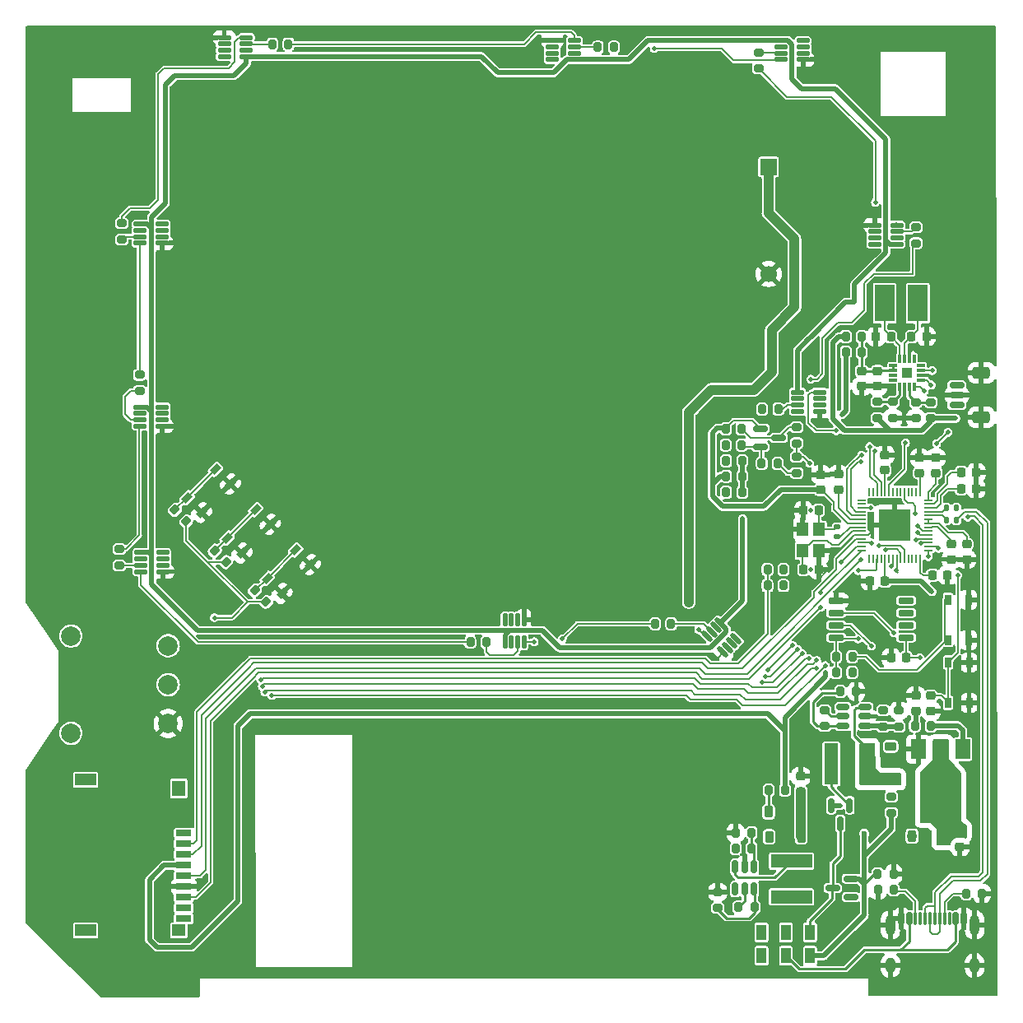
<source format=gbl>
%TF.GenerationSoftware,KiCad,Pcbnew,7.0.7*%
%TF.CreationDate,2023-10-15T16:54:31+01:00*%
%TF.ProjectId,mod-player,6d6f642d-706c-4617-9965-722e6b696361,rev?*%
%TF.SameCoordinates,Original*%
%TF.FileFunction,Copper,L4,Bot*%
%TF.FilePolarity,Positive*%
%FSLAX46Y46*%
G04 Gerber Fmt 4.6, Leading zero omitted, Abs format (unit mm)*
G04 Created by KiCad (PCBNEW 7.0.7) date 2023-10-15 16:54:31*
%MOMM*%
%LPD*%
G01*
G04 APERTURE LIST*
G04 Aperture macros list*
%AMRoundRect*
0 Rectangle with rounded corners*
0 $1 Rounding radius*
0 $2 $3 $4 $5 $6 $7 $8 $9 X,Y pos of 4 corners*
0 Add a 4 corners polygon primitive as box body*
4,1,4,$2,$3,$4,$5,$6,$7,$8,$9,$2,$3,0*
0 Add four circle primitives for the rounded corners*
1,1,$1+$1,$2,$3*
1,1,$1+$1,$4,$5*
1,1,$1+$1,$6,$7*
1,1,$1+$1,$8,$9*
0 Add four rect primitives between the rounded corners*
20,1,$1+$1,$2,$3,$4,$5,0*
20,1,$1+$1,$4,$5,$6,$7,0*
20,1,$1+$1,$6,$7,$8,$9,0*
20,1,$1+$1,$8,$9,$2,$3,0*%
%AMRotRect*
0 Rectangle, with rotation*
0 The origin of the aperture is its center*
0 $1 length*
0 $2 width*
0 $3 Rotation angle, in degrees counterclockwise*
0 Add horizontal line*
21,1,$1,$2,0,0,$3*%
G04 Aperture macros list end*
%TA.AperFunction,SMDPad,CuDef*%
%ADD10RotRect,1.050000X0.650000X45.000000*%
%TD*%
%TA.AperFunction,SMDPad,CuDef*%
%ADD11RoundRect,0.125000X0.537500X0.125000X-0.537500X0.125000X-0.537500X-0.125000X0.537500X-0.125000X0*%
%TD*%
%TA.AperFunction,ComponentPad*%
%ADD12C,2.000000*%
%TD*%
%TA.AperFunction,SMDPad,CuDef*%
%ADD13RoundRect,0.150000X0.512500X0.150000X-0.512500X0.150000X-0.512500X-0.150000X0.512500X-0.150000X0*%
%TD*%
%TA.AperFunction,SMDPad,CuDef*%
%ADD14RoundRect,0.200000X0.200000X0.275000X-0.200000X0.275000X-0.200000X-0.275000X0.200000X-0.275000X0*%
%TD*%
%TA.AperFunction,SMDPad,CuDef*%
%ADD15RoundRect,0.225000X0.225000X0.250000X-0.225000X0.250000X-0.225000X-0.250000X0.225000X-0.250000X0*%
%TD*%
%TA.AperFunction,SMDPad,CuDef*%
%ADD16RoundRect,0.200000X-0.200000X-0.275000X0.200000X-0.275000X0.200000X0.275000X-0.200000X0.275000X0*%
%TD*%
%TA.AperFunction,SMDPad,CuDef*%
%ADD17RoundRect,0.150000X-0.587500X-0.150000X0.587500X-0.150000X0.587500X0.150000X-0.587500X0.150000X0*%
%TD*%
%TA.AperFunction,SMDPad,CuDef*%
%ADD18RoundRect,0.225000X-0.250000X0.225000X-0.250000X-0.225000X0.250000X-0.225000X0.250000X0.225000X0*%
%TD*%
%TA.AperFunction,SMDPad,CuDef*%
%ADD19RoundRect,0.200000X0.275000X-0.200000X0.275000X0.200000X-0.275000X0.200000X-0.275000X-0.200000X0*%
%TD*%
%TA.AperFunction,SMDPad,CuDef*%
%ADD20RoundRect,0.225000X0.250000X-0.225000X0.250000X0.225000X-0.250000X0.225000X-0.250000X-0.225000X0*%
%TD*%
%TA.AperFunction,SMDPad,CuDef*%
%ADD21RoundRect,0.200000X-0.275000X0.200000X-0.275000X-0.200000X0.275000X-0.200000X0.275000X0.200000X0*%
%TD*%
%TA.AperFunction,SMDPad,CuDef*%
%ADD22R,1.600000X0.700000*%
%TD*%
%TA.AperFunction,SMDPad,CuDef*%
%ADD23R,2.200000X1.200000*%
%TD*%
%TA.AperFunction,SMDPad,CuDef*%
%ADD24R,1.400000X1.600000*%
%TD*%
%TA.AperFunction,SMDPad,CuDef*%
%ADD25R,1.400000X1.200000*%
%TD*%
%TA.AperFunction,SMDPad,CuDef*%
%ADD26RoundRect,0.150000X-0.150000X0.587500X-0.150000X-0.587500X0.150000X-0.587500X0.150000X0.587500X0*%
%TD*%
%TA.AperFunction,SMDPad,CuDef*%
%ADD27RoundRect,0.125000X-0.537500X-0.125000X0.537500X-0.125000X0.537500X0.125000X-0.537500X0.125000X0*%
%TD*%
%TA.AperFunction,SMDPad,CuDef*%
%ADD28RoundRect,0.225000X-0.225000X-0.250000X0.225000X-0.250000X0.225000X0.250000X-0.225000X0.250000X0*%
%TD*%
%TA.AperFunction,ComponentPad*%
%ADD29R,1.700000X1.700000*%
%TD*%
%TA.AperFunction,ComponentPad*%
%ADD30C,1.700000*%
%TD*%
%TA.AperFunction,SMDPad,CuDef*%
%ADD31RoundRect,0.225000X-0.225000X-0.375000X0.225000X-0.375000X0.225000X0.375000X-0.225000X0.375000X0*%
%TD*%
%TA.AperFunction,SMDPad,CuDef*%
%ADD32RoundRect,0.225000X-0.375000X0.225000X-0.375000X-0.225000X0.375000X-0.225000X0.375000X0.225000X0*%
%TD*%
%TA.AperFunction,SMDPad,CuDef*%
%ADD33RoundRect,0.150000X0.587500X0.150000X-0.587500X0.150000X-0.587500X-0.150000X0.587500X-0.150000X0*%
%TD*%
%TA.AperFunction,SMDPad,CuDef*%
%ADD34RoundRect,0.225000X0.225000X0.375000X-0.225000X0.375000X-0.225000X-0.375000X0.225000X-0.375000X0*%
%TD*%
%TA.AperFunction,SMDPad,CuDef*%
%ADD35RoundRect,0.200000X-0.335876X-0.053033X-0.053033X-0.335876X0.335876X0.053033X0.053033X0.335876X0*%
%TD*%
%TA.AperFunction,SMDPad,CuDef*%
%ADD36RoundRect,0.150000X0.625000X-0.150000X0.625000X0.150000X-0.625000X0.150000X-0.625000X-0.150000X0*%
%TD*%
%TA.AperFunction,SMDPad,CuDef*%
%ADD37RoundRect,0.250000X0.650000X-0.350000X0.650000X0.350000X-0.650000X0.350000X-0.650000X-0.350000X0*%
%TD*%
%TA.AperFunction,SMDPad,CuDef*%
%ADD38RoundRect,0.125000X-0.125000X0.537500X-0.125000X-0.537500X0.125000X-0.537500X0.125000X0.537500X0*%
%TD*%
%TA.AperFunction,SMDPad,CuDef*%
%ADD39RoundRect,0.125000X0.468458X-0.291682X-0.291682X0.468458X-0.468458X0.291682X0.291682X-0.468458X0*%
%TD*%
%TA.AperFunction,SMDPad,CuDef*%
%ADD40RoundRect,0.135000X0.135000X0.185000X-0.135000X0.185000X-0.135000X-0.185000X0.135000X-0.185000X0*%
%TD*%
%TA.AperFunction,SMDPad,CuDef*%
%ADD41RoundRect,0.135000X-0.185000X0.135000X-0.185000X-0.135000X0.185000X-0.135000X0.185000X0.135000X0*%
%TD*%
%TA.AperFunction,SMDPad,CuDef*%
%ADD42R,1.000000X1.600000*%
%TD*%
%TA.AperFunction,SMDPad,CuDef*%
%ADD43R,0.650000X1.050000*%
%TD*%
%TA.AperFunction,SMDPad,CuDef*%
%ADD44R,1.200000X1.400000*%
%TD*%
%TA.AperFunction,SMDPad,CuDef*%
%ADD45RoundRect,0.050000X0.050000X-0.387500X0.050000X0.387500X-0.050000X0.387500X-0.050000X-0.387500X0*%
%TD*%
%TA.AperFunction,SMDPad,CuDef*%
%ADD46RoundRect,0.050000X0.387500X-0.050000X0.387500X0.050000X-0.387500X0.050000X-0.387500X-0.050000X0*%
%TD*%
%TA.AperFunction,SMDPad,CuDef*%
%ADD47R,3.200000X3.200000*%
%TD*%
%TA.AperFunction,SMDPad,CuDef*%
%ADD48R,2.000000X3.800000*%
%TD*%
%TA.AperFunction,SMDPad,CuDef*%
%ADD49R,1.500000X2.000000*%
%TD*%
%TA.AperFunction,SMDPad,CuDef*%
%ADD50R,3.800000X2.000000*%
%TD*%
%TA.AperFunction,SMDPad,CuDef*%
%ADD51RoundRect,0.008100X0.126900X-0.411900X0.126900X0.411900X-0.126900X0.411900X-0.126900X-0.411900X0*%
%TD*%
%TA.AperFunction,SMDPad,CuDef*%
%ADD52RoundRect,0.008100X-0.411900X-0.126900X0.411900X-0.126900X0.411900X0.126900X-0.411900X0.126900X0*%
%TD*%
%TA.AperFunction,SMDPad,CuDef*%
%ADD53R,1.100000X1.100000*%
%TD*%
%TA.AperFunction,SMDPad,CuDef*%
%ADD54RoundRect,0.150000X0.150000X0.500000X-0.150000X0.500000X-0.150000X-0.500000X0.150000X-0.500000X0*%
%TD*%
%TA.AperFunction,SMDPad,CuDef*%
%ADD55RoundRect,0.075000X0.075000X0.575000X-0.075000X0.575000X-0.075000X-0.575000X0.075000X-0.575000X0*%
%TD*%
%TA.AperFunction,ComponentPad*%
%ADD56O,1.000000X1.600000*%
%TD*%
%TA.AperFunction,ComponentPad*%
%ADD57O,1.000000X2.100000*%
%TD*%
%TA.AperFunction,SMDPad,CuDef*%
%ADD58R,1.400000X4.200000*%
%TD*%
%TA.AperFunction,SMDPad,CuDef*%
%ADD59RoundRect,0.150000X-0.650000X-0.150000X0.650000X-0.150000X0.650000X0.150000X-0.650000X0.150000X0*%
%TD*%
%TA.AperFunction,SMDPad,CuDef*%
%ADD60R,4.200000X1.400000*%
%TD*%
%TA.AperFunction,SMDPad,CuDef*%
%ADD61RoundRect,0.150000X-0.150000X0.512500X-0.150000X-0.512500X0.150000X-0.512500X0.150000X0.512500X0*%
%TD*%
%TA.AperFunction,ViaPad*%
%ADD62C,0.500000*%
%TD*%
%TA.AperFunction,ViaPad*%
%ADD63C,0.600000*%
%TD*%
%TA.AperFunction,Conductor*%
%ADD64C,0.127000*%
%TD*%
%TA.AperFunction,Conductor*%
%ADD65C,0.500000*%
%TD*%
%TA.AperFunction,Conductor*%
%ADD66C,0.250000*%
%TD*%
%TA.AperFunction,Conductor*%
%ADD67C,1.000000*%
%TD*%
%TA.AperFunction,Conductor*%
%ADD68C,0.200000*%
%TD*%
G04 APERTURE END LIST*
D10*
%TO.P,SW4,4,A*%
%TO.N,/SW1*%
X369164107Y-91906917D03*
%TO.P,SW4,3,K*%
X366229614Y-94841410D03*
%TO.P,SW4,2,2*%
%TO.N,GND*%
X370684386Y-93427196D03*
%TO.P,SW4,1,1*%
X367749893Y-96361689D03*
%TD*%
D11*
%TO.P,U13,1,OUTR*%
%TO.N,Net-(D10-RK)*%
X355504300Y-92190000D03*
%TO.P,U13,2,OUTG*%
%TO.N,Net-(D10-GK)*%
X355504300Y-92840000D03*
%TO.P,U13,3,OUTB*%
%TO.N,Net-(D10-BK)*%
X355504300Y-93490000D03*
%TO.P,U13,4,GND*%
%TO.N,GND*%
X355504300Y-94140000D03*
%TO.P,U13,5,DO*%
%TO.N,Net-(U13-DO)*%
X353229300Y-94140000D03*
%TO.P,U13,6,DIN*%
%TO.N,Net-(U13-DIN)*%
X353229300Y-93490000D03*
%TO.P,U13,7,SET*%
%TO.N,unconnected-(U13-SET-Pad7)*%
X353229300Y-92840000D03*
%TO.P,U13,8,VDD*%
%TO.N,/LED_PWR*%
X353229300Y-92190000D03*
%TD*%
D12*
%TO.P,RV1,*%
%TO.N,*%
X346040600Y-100763800D03*
X346040600Y-110763800D03*
%TO.P,RV1,1,1*%
%TO.N,+3V3*%
X356040600Y-101763800D03*
%TO.P,RV1,2,2*%
%TO.N,Net-(U1-GPIO26_ADC0)*%
X356040600Y-105763800D03*
%TO.P,RV1,3,3*%
%TO.N,GND*%
X356040600Y-109763800D03*
%TD*%
D13*
%TO.P,U7,1,SW*%
%TO.N,Net-(D14-A)*%
X427735300Y-108088600D03*
%TO.P,U7,2,GND*%
%TO.N,GND*%
X427735300Y-109038600D03*
%TO.P,U7,3,FB*%
%TO.N,Net-(U7-FB)*%
X427735300Y-109988600D03*
%TO.P,U7,4,EN*%
%TO.N,Net-(U7-EN)*%
X425460300Y-109988600D03*
%TO.P,U7,5,IN*%
%TO.N,Net-(Q1-S)*%
X425460300Y-109038600D03*
%TO.P,U7,6,NC*%
%TO.N,unconnected-(U7-NC-Pad6)*%
X425460300Y-108088600D03*
%TD*%
D14*
%TO.P,R47,1*%
%TO.N,Net-(Q3-D)*%
X415048200Y-81113800D03*
%TO.P,R47,2*%
%TO.N,+5V*%
X413398200Y-81113800D03*
%TD*%
D15*
%TO.P,C14,1*%
%TO.N,+3V3*%
X431955800Y-103001400D03*
%TO.P,C14,2*%
%TO.N,GND*%
X430405800Y-103001400D03*
%TD*%
D16*
%TO.P,R24,1*%
%TO.N,Net-(D2-K)*%
X417834400Y-116641400D03*
%TO.P,R24,2*%
%TO.N,+3V3*%
X419484400Y-116641400D03*
%TD*%
D17*
%TO.P,Q3,1,D*%
%TO.N,Net-(Q3-D)*%
X416979500Y-81317800D03*
%TO.P,Q3,2,G*%
%TO.N,+3V3*%
X416979500Y-79417800D03*
%TO.P,Q3,3,S*%
%TO.N,Net-(Q3-S)*%
X418854500Y-80367800D03*
%TD*%
D18*
%TO.P,C17,1*%
%TO.N,/RUN*%
X434532600Y-106919000D03*
%TO.P,C17,2*%
%TO.N,GND*%
X434532600Y-108469000D03*
%TD*%
D19*
%TO.P,R21,1*%
%TO.N,+3V3*%
X428996800Y-78329200D03*
%TO.P,R21,2*%
%TO.N,/SD_MODE*%
X428996800Y-76679200D03*
%TD*%
D20*
%TO.P,C6,1*%
%TO.N,+3V3*%
X433342400Y-83989600D03*
%TO.P,C6,2*%
%TO.N,GND*%
X433342400Y-82439600D03*
%TD*%
D14*
%TO.P,R13,1*%
%TO.N,Net-(U1-GPIO9)*%
X419352800Y-95573200D03*
%TO.P,R13,2*%
%TO.N,/SPI_1_CS*%
X417702800Y-95573200D03*
%TD*%
D21*
%TO.P,R28,1*%
%TO.N,Net-(Q1-S)*%
X423595800Y-108388600D03*
%TO.P,R28,2*%
%TO.N,Net-(U7-EN)*%
X423595800Y-110038600D03*
%TD*%
%TO.P,R30,1*%
%TO.N,/5v_boost*%
X429599400Y-108426800D03*
%TO.P,R30,2*%
%TO.N,Net-(U7-FB)*%
X429599400Y-110076800D03*
%TD*%
D22*
%TO.P,J2,1,DAT2*%
%TO.N,unconnected-(J2-DAT2-Pad1)*%
X357645910Y-121050800D03*
%TO.P,J2,2,DAT3/CD*%
%TO.N,/SPI_1_CS*%
X357645910Y-122150800D03*
%TO.P,J2,3,CMD*%
%TO.N,/SPI_1_MOSI*%
X357645910Y-123250800D03*
%TO.P,J2,4,VDD*%
%TO.N,+3V3*%
X357645910Y-124350800D03*
%TO.P,J2,5,CLK*%
%TO.N,/SPI_1_SCK*%
X357645910Y-125450800D03*
%TO.P,J2,6,VSS*%
%TO.N,GND*%
X357645910Y-126550800D03*
%TO.P,J2,7,DAT0*%
%TO.N,/SPI_1_MISO*%
X357645910Y-127650800D03*
%TO.P,J2,8,DAT1*%
%TO.N,unconnected-(J2-DAT1-Pad8)*%
X357645910Y-128750800D03*
%TO.P,J2,9,DET*%
%TO.N,/SD_DET*%
X357645910Y-129850800D03*
D23*
%TO.P,J2,SH*%
%TO.N,N/C*%
X347545910Y-115550800D03*
D24*
X357145910Y-116450800D03*
D25*
X357145910Y-131050800D03*
D23*
X347545910Y-131050800D03*
%TD*%
D18*
%TO.P,C8,1*%
%TO.N,+3V3*%
X438195400Y-91335000D03*
%TO.P,C8,2*%
%TO.N,GND*%
X438195400Y-92885000D03*
%TD*%
D14*
%TO.P,R14,1*%
%TO.N,Net-(U1-GPIO13)*%
X419352800Y-93943000D03*
%TO.P,R14,2*%
%TO.N,/SPI_1_CS*%
X417702800Y-93943000D03*
%TD*%
D15*
%TO.P,C15,1*%
%TO.N,GND*%
X422950400Y-93949200D03*
%TO.P,C15,2*%
%TO.N,Net-(U1-XIN)*%
X421400400Y-93949200D03*
%TD*%
D11*
%TO.P,U11,1,OUTR*%
%TO.N,Net-(D8-RK)*%
X355428100Y-58387600D03*
%TO.P,U11,2,OUTG*%
%TO.N,Net-(D8-GK)*%
X355428100Y-59037600D03*
%TO.P,U11,3,OUTB*%
%TO.N,Net-(D8-BK)*%
X355428100Y-59687600D03*
%TO.P,U11,4,GND*%
%TO.N,GND*%
X355428100Y-60337600D03*
%TO.P,U11,5,DO*%
%TO.N,Net-(U11-DO)*%
X353153100Y-60337600D03*
%TO.P,U11,6,DIN*%
%TO.N,Net-(U11-DIN)*%
X353153100Y-59687600D03*
%TO.P,U11,7,SET*%
%TO.N,unconnected-(U11-SET-Pad7)*%
X353153100Y-59037600D03*
%TO.P,U11,8,VDD*%
%TO.N,/LED_PWR*%
X353153100Y-58387600D03*
%TD*%
D16*
%TO.P,R1,1*%
%TO.N,/3v3_boost*%
X414421200Y-122612800D03*
%TO.P,R1,2*%
%TO.N,Net-(U2-FB)*%
X416071200Y-122612800D03*
%TD*%
D15*
%TO.P,C9,1*%
%TO.N,+3V3*%
X429796800Y-95115000D03*
%TO.P,C9,2*%
%TO.N,GND*%
X428246800Y-95115000D03*
%TD*%
D11*
%TO.P,U12,1,OUTR*%
%TO.N,Net-(D9-RK)*%
X355428100Y-77214000D03*
%TO.P,U12,2,OUTG*%
%TO.N,Net-(D9-GK)*%
X355428100Y-77864000D03*
%TO.P,U12,3,OUTB*%
%TO.N,Net-(D9-BK)*%
X355428100Y-78514000D03*
%TO.P,U12,4,GND*%
%TO.N,GND*%
X355428100Y-79164000D03*
%TO.P,U12,5,DO*%
%TO.N,Net-(U12-DO)*%
X353153100Y-79164000D03*
%TO.P,U12,6,DIN*%
%TO.N,Net-(U12-DIN)*%
X353153100Y-78514000D03*
%TO.P,U12,7,SET*%
%TO.N,unconnected-(U12-SET-Pad7)*%
X353153100Y-77864000D03*
%TO.P,U12,8,VDD*%
%TO.N,/LED_PWR*%
X353153100Y-77214000D03*
%TD*%
D26*
%TO.P,Q1,1,G*%
%TO.N,VBUS*%
X424262800Y-118185100D03*
%TO.P,Q1,2,S*%
%TO.N,Net-(Q1-S)*%
X426162800Y-118185100D03*
%TO.P,Q1,3,D*%
%TO.N,+BATT*%
X425212800Y-120060100D03*
%TD*%
D16*
%TO.P,R33,1*%
%TO.N,/5v_boost*%
X432857800Y-109995800D03*
%TO.P,R33,2*%
%TO.N,+5V*%
X434507800Y-109995800D03*
%TD*%
D27*
%TO.P,U10,1,OUTR*%
%TO.N,Net-(D7-RK)*%
X361817100Y-41160000D03*
%TO.P,U10,2,OUTG*%
%TO.N,Net-(D7-GK)*%
X361817100Y-40510000D03*
%TO.P,U10,3,OUTB*%
%TO.N,Net-(D7-BK)*%
X361817100Y-39860000D03*
%TO.P,U10,4,GND*%
%TO.N,GND*%
X361817100Y-39210000D03*
%TO.P,U10,5,DO*%
%TO.N,Net-(U10-DO)*%
X364092100Y-39210000D03*
%TO.P,U10,6,DIN*%
%TO.N,Net-(U10-DIN)*%
X364092100Y-39860000D03*
%TO.P,U10,7,SET*%
%TO.N,unconnected-(U10-SET-Pad7)*%
X364092100Y-40510000D03*
%TO.P,U10,8,VDD*%
%TO.N,/LED_PWR*%
X364092100Y-41160000D03*
%TD*%
D20*
%TO.P,C7,1*%
%TO.N,+3V3*%
X435021400Y-83989600D03*
%TO.P,C7,2*%
%TO.N,GND*%
X435021400Y-82439600D03*
%TD*%
D28*
%TO.P,C13,1*%
%TO.N,+3V3*%
X437638600Y-83940000D03*
%TO.P,C13,2*%
%TO.N,GND*%
X439188600Y-83940000D03*
%TD*%
D19*
%TO.P,R22,1*%
%TO.N,+3V3*%
X434513200Y-78354600D03*
%TO.P,R22,2*%
%TO.N,/GAIN*%
X434513200Y-76704600D03*
%TD*%
D11*
%TO.P,U8,1,OUTR*%
%TO.N,Net-(D5-RK)*%
X421362900Y-39504800D03*
%TO.P,U8,2,OUTG*%
%TO.N,Net-(D5-GK)*%
X421362900Y-40154800D03*
%TO.P,U8,3,OUTB*%
%TO.N,Net-(D5-BK)*%
X421362900Y-40804800D03*
%TO.P,U8,4,GND*%
%TO.N,GND*%
X421362900Y-41454800D03*
%TO.P,U8,5,DO*%
%TO.N,Net-(U8-DO)*%
X419087900Y-41454800D03*
%TO.P,U8,6,DIN*%
%TO.N,Net-(U8-DIN)*%
X419087900Y-40804800D03*
%TO.P,U8,7,SET*%
%TO.N,unconnected-(U8-SET-Pad7)*%
X419087900Y-40154800D03*
%TO.P,U8,8,VDD*%
%TO.N,/LED_PWR*%
X419087900Y-39504800D03*
%TD*%
D29*
%TO.P,BT1,1,+*%
%TO.N,/VBAT_IN*%
X417804800Y-52508000D03*
D30*
%TO.P,BT1,2,-*%
%TO.N,GND*%
X417804800Y-63508000D03*
%TD*%
D28*
%TO.P,C5,1*%
%TO.N,+1V1*%
X437624800Y-85613800D03*
%TO.P,C5,2*%
%TO.N,GND*%
X439174800Y-85613800D03*
%TD*%
D14*
%TO.P,R2,1*%
%TO.N,Net-(U2-FB)*%
X416071200Y-121017200D03*
%TO.P,R2,2*%
%TO.N,GND*%
X414421200Y-121017200D03*
%TD*%
D16*
%TO.P,R43,1*%
%TO.N,Net-(U13-DO)*%
X387134600Y-101401400D03*
%TO.P,R43,2*%
%TO.N,Net-(U14-DIN)*%
X388784600Y-101401400D03*
%TD*%
%TO.P,R3,1*%
%TO.N,Net-(Q2-S)*%
X414726000Y-128667200D03*
%TO.P,R3,2*%
%TO.N,Net-(U2-EN)*%
X416376000Y-128667200D03*
%TD*%
D31*
%TO.P,D2,1,K*%
%TO.N,Net-(D2-K)*%
X432556000Y-121354600D03*
%TO.P,D2,2,A*%
%TO.N,/3v3_ldo*%
X435856000Y-121354600D03*
%TD*%
D14*
%TO.P,R35,1*%
%TO.N,/LED_PWR*%
X415102200Y-84332600D03*
%TO.P,R35,2*%
%TO.N,+3V3*%
X413452200Y-84332600D03*
%TD*%
%TO.P,R52,1*%
%TO.N,Net-(C18-Pad2)*%
X427399000Y-71570200D03*
%TO.P,R52,2*%
%TO.N,+5V*%
X425749000Y-71570200D03*
%TD*%
D32*
%TO.P,D14,1,K*%
%TO.N,/5v_boost*%
X430359800Y-112123600D03*
%TO.P,D14,2,A*%
%TO.N,Net-(D14-A)*%
X430359800Y-115423600D03*
%TD*%
D33*
%TO.P,Q2,1,G*%
%TO.N,VBUS*%
X426279700Y-125726800D03*
%TO.P,Q2,2,S*%
%TO.N,Net-(Q2-S)*%
X426279700Y-127626800D03*
%TO.P,Q2,3,D*%
%TO.N,+BATT*%
X424404700Y-126676800D03*
%TD*%
D34*
%TO.P,D1,1,K*%
%TO.N,/3v3_boost*%
X421169200Y-121432800D03*
%TO.P,D1,2,A*%
%TO.N,Net-(D1-A)*%
X417869200Y-121432800D03*
%TD*%
D35*
%TO.P,R15,2*%
%TO.N,+3V3*%
X366119363Y-97249363D03*
%TO.P,R15,1*%
%TO.N,/SW1*%
X364952637Y-96082637D03*
%TD*%
D36*
%TO.P,J3,1,Pin_1*%
%TO.N,/MCU_SWCLK*%
X437174000Y-76979400D03*
%TO.P,J3,2,Pin_2*%
%TO.N,GND*%
X437174000Y-75979400D03*
%TO.P,J3,3,Pin_3*%
%TO.N,/MCU_SWD*%
X437174000Y-74979400D03*
D37*
%TO.P,J3,MP,MountPin*%
%TO.N,GND*%
X439699000Y-78279400D03*
X439699000Y-73679400D03*
%TD*%
D38*
%TO.P,U14,1,OUTR*%
%TO.N,Net-(D11-RK)*%
X390690800Y-99111100D03*
%TO.P,U14,2,OUTG*%
%TO.N,Net-(D11-GK)*%
X391340800Y-99111100D03*
%TO.P,U14,3,OUTB*%
%TO.N,Net-(D11-BK)*%
X391990800Y-99111100D03*
%TO.P,U14,4,GND*%
%TO.N,GND*%
X392640800Y-99111100D03*
%TO.P,U14,5,DO*%
%TO.N,Net-(U14-DO)*%
X392640800Y-101386100D03*
%TO.P,U14,6,DIN*%
%TO.N,Net-(U14-DIN)*%
X391990800Y-101386100D03*
%TO.P,U14,7,SET*%
%TO.N,unconnected-(U14-SET-Pad7)*%
X391340800Y-101386100D03*
%TO.P,U14,8,VDD*%
%TO.N,/LED_PWR*%
X390690800Y-101386100D03*
%TD*%
D16*
%TO.P,R7,1*%
%TO.N,Net-(J1-CC1)*%
X438122600Y-127261000D03*
%TO.P,R7,2*%
%TO.N,GND*%
X439772600Y-127261000D03*
%TD*%
D39*
%TO.P,U15,1,OUTR*%
%TO.N,Net-(D12-RK)*%
X414477563Y-101031905D03*
%TO.P,U15,2,OUTG*%
%TO.N,Net-(D12-GK)*%
X414017944Y-101491524D03*
%TO.P,U15,3,OUTB*%
%TO.N,Net-(D12-BK)*%
X413558324Y-101951144D03*
%TO.P,U15,4,GND*%
%TO.N,GND*%
X413098705Y-102410763D03*
%TO.P,U15,5,DO*%
%TO.N,Net-(U15-DO)*%
X411490037Y-100802095D03*
%TO.P,U15,6,DIN*%
%TO.N,Net-(U15-DIN)*%
X411949656Y-100342476D03*
%TO.P,U15,7,SET*%
%TO.N,unconnected-(U15-SET-Pad7)*%
X412409276Y-99882856D03*
%TO.P,U15,8,VDD*%
%TO.N,/LED_PWR*%
X412868895Y-99423237D03*
%TD*%
D19*
%TO.P,R19,1*%
%TO.N,GND*%
X430587800Y-78329200D03*
%TO.P,R19,2*%
%TO.N,/SD_MODE*%
X430587800Y-76679200D03*
%TD*%
D40*
%TO.P,R11,1*%
%TO.N,/USB_D_N*%
X437131400Y-88823800D03*
%TO.P,R11,2*%
%TO.N,Net-(U1-USB_DP)*%
X436111400Y-88823800D03*
%TD*%
%TO.P,R12,1*%
%TO.N,/USB_D_P*%
X437131400Y-87589400D03*
%TO.P,R12,2*%
%TO.N,Net-(U1-USB_DM)*%
X436111400Y-87589400D03*
%TD*%
D18*
%TO.P,C3,1*%
%TO.N,+1V1*%
X436615400Y-91321200D03*
%TO.P,C3,2*%
%TO.N,GND*%
X436615400Y-92871200D03*
%TD*%
D21*
%TO.P,R25,1*%
%TO.N,Net-(U6-DIN)*%
X432982200Y-58706200D03*
%TO.P,R25,2*%
%TO.N,Net-(R25-Pad2)*%
X432982200Y-60356200D03*
%TD*%
D41*
%TO.P,R10,1*%
%TO.N,Net-(C16-Pad2)*%
X424870400Y-89543200D03*
%TO.P,R10,2*%
%TO.N,Net-(U1-XOUT)*%
X424870400Y-90563200D03*
%TD*%
D21*
%TO.P,R40,1*%
%TO.N,Net-(U11-DO)*%
X353103800Y-73901800D03*
%TO.P,R40,2*%
%TO.N,Net-(U12-DIN)*%
X353103800Y-75551800D03*
%TD*%
D16*
%TO.P,R5,1*%
%TO.N,VBUS*%
X429026200Y-125247400D03*
%TO.P,R5,2*%
%TO.N,GND*%
X430676200Y-125247400D03*
%TD*%
D19*
%TO.P,R4,1*%
%TO.N,Net-(U2-EN)*%
X412576800Y-128746400D03*
%TO.P,R4,2*%
%TO.N,GND*%
X412576800Y-127096400D03*
%TD*%
%TO.P,R26,1*%
%TO.N,Net-(U6-DO)*%
X416779400Y-42385800D03*
%TO.P,R26,2*%
%TO.N,Net-(U8-DIN)*%
X416779400Y-40735800D03*
%TD*%
D14*
%TO.P,R6,1*%
%TO.N,Net-(J1-CC2)*%
X430713000Y-126893800D03*
%TO.P,R6,2*%
%TO.N,GND*%
X429063000Y-126893800D03*
%TD*%
D19*
%TO.P,R23,1*%
%TO.N,GND*%
X432943000Y-78354600D03*
%TO.P,R23,2*%
%TO.N,/GAIN*%
X432943000Y-76704600D03*
%TD*%
D14*
%TO.P,R53,1*%
%TO.N,Net-(C18-Pad2)*%
X427399000Y-69965400D03*
%TO.P,R53,2*%
%TO.N,+3V3*%
X425749000Y-69965400D03*
%TD*%
D27*
%TO.P,U9,1,OUTR*%
%TO.N,Net-(D6-RK)*%
X395567500Y-41454800D03*
%TO.P,U9,2,OUTG*%
%TO.N,Net-(D6-GK)*%
X395567500Y-40804800D03*
%TO.P,U9,3,OUTB*%
%TO.N,Net-(D6-BK)*%
X395567500Y-40154800D03*
%TO.P,U9,4,GND*%
%TO.N,GND*%
X395567500Y-39504800D03*
%TO.P,U9,5,DO*%
%TO.N,Net-(U9-DO)*%
X397842500Y-39504800D03*
%TO.P,U9,6,DIN*%
%TO.N,Net-(U9-DIN)*%
X397842500Y-40154800D03*
%TO.P,U9,7,SET*%
%TO.N,unconnected-(U9-SET-Pad7)*%
X397842500Y-40804800D03*
%TO.P,U9,8,VDD*%
%TO.N,/LED_PWR*%
X397842500Y-41454800D03*
%TD*%
D20*
%TO.P,C18,1*%
%TO.N,GND*%
X429019200Y-75072000D03*
%TO.P,C18,2*%
%TO.N,Net-(C18-Pad2)*%
X429019200Y-73522000D03*
%TD*%
D14*
%TO.P,R37,1*%
%TO.N,Net-(U9-DO)*%
X368417000Y-39873400D03*
%TO.P,R37,2*%
%TO.N,Net-(U10-DIN)*%
X366767000Y-39873400D03*
%TD*%
D42*
%TO.P,SW7,1,A*%
%TO.N,unconnected-(SW7-A-Pad1)*%
X417083000Y-133650600D03*
%TO.P,SW7,2,B*%
%TO.N,/VBUS_IN*%
X419583000Y-133650600D03*
%TO.P,SW7,3,C*%
%TO.N,VBUS*%
X422083000Y-133650600D03*
%TO.P,SW7,4,A*%
%TO.N,unconnected-(SW7-A-Pad4)*%
X417083000Y-131250600D03*
%TO.P,SW7,5,B*%
%TO.N,/VBAT_IN*%
X419583000Y-131250600D03*
%TO.P,SW7,6,C*%
%TO.N,+BATT*%
X422083000Y-131250600D03*
%TD*%
D35*
%TO.P,R17,2*%
%TO.N,+3V3*%
X362004563Y-93154363D03*
%TO.P,R17,1*%
%TO.N,/SW3*%
X360837837Y-91987637D03*
%TD*%
D21*
%TO.P,R49,1*%
%TO.N,/WS_DIN*%
X420688600Y-82337800D03*
%TO.P,R49,2*%
%TO.N,Net-(R25-Pad2)*%
X420688600Y-83987800D03*
%TD*%
D27*
%TO.P,U6,1,OUTR*%
%TO.N,Net-(D4-RK)*%
X428739900Y-60464000D03*
%TO.P,U6,2,OUTG*%
%TO.N,Net-(D4-GK)*%
X428739900Y-59814000D03*
%TO.P,U6,3,OUTB*%
%TO.N,Net-(D4-BK)*%
X428739900Y-59164000D03*
%TO.P,U6,4,GND*%
%TO.N,GND*%
X428739900Y-58514000D03*
%TO.P,U6,5,DO*%
%TO.N,Net-(U6-DO)*%
X431014900Y-58514000D03*
%TO.P,U6,6,DIN*%
%TO.N,Net-(U6-DIN)*%
X431014900Y-59164000D03*
%TO.P,U6,7,SET*%
%TO.N,unconnected-(U6-SET-Pad7)*%
X431014900Y-59814000D03*
%TO.P,U6,8,VDD*%
%TO.N,/LED_PWR*%
X431014900Y-60464000D03*
%TD*%
D19*
%TO.P,R32,1*%
%TO.N,VBUS*%
X430421400Y-118957200D03*
%TO.P,R32,2*%
%TO.N,+5V*%
X430421400Y-117307200D03*
%TD*%
D10*
%TO.P,SW5,4,A*%
%TO.N,/SW2*%
X360921407Y-83601117D03*
%TO.P,SW5,3,K*%
X357986914Y-86535610D03*
%TO.P,SW5,2,2*%
%TO.N,GND*%
X362441686Y-85121396D03*
%TO.P,SW5,1,1*%
X359507193Y-88055889D03*
%TD*%
D43*
%TO.P,SW2,1,1*%
%TO.N,GND*%
X438442200Y-107639303D03*
%TO.P,SW2,2,2*%
X438442200Y-103489303D03*
%TO.P,SW2,3,K*%
%TO.N,/RUN*%
X436292200Y-107639303D03*
%TO.P,SW2,4,A*%
X436292200Y-103489303D03*
%TD*%
D14*
%TO.P,R34,1*%
%TO.N,/LED_PWR*%
X415102200Y-85988200D03*
%TO.P,R34,2*%
%TO.N,+5V*%
X413452200Y-85988200D03*
%TD*%
D10*
%TO.P,SW6,4,A*%
%TO.N,/SW3*%
X365042757Y-87754017D03*
%TO.P,SW6,3,K*%
X362108264Y-90688510D03*
%TO.P,SW6,2,2*%
%TO.N,GND*%
X366563036Y-89274296D03*
%TO.P,SW6,1,1*%
X363628543Y-92208789D03*
%TD*%
D16*
%TO.P,R29,1*%
%TO.N,Net-(U7-EN)*%
X425190200Y-106472200D03*
%TO.P,R29,2*%
%TO.N,GND*%
X426840200Y-106472200D03*
%TD*%
D44*
%TO.P,Y1,1,1*%
%TO.N,Net-(C16-Pad2)*%
X422996400Y-89797200D03*
%TO.P,Y1,2,2*%
%TO.N,GND*%
X422996400Y-91997200D03*
%TO.P,Y1,3,3*%
%TO.N,Net-(U1-XIN)*%
X421296400Y-91997200D03*
%TO.P,Y1,4,4*%
%TO.N,GND*%
X421296400Y-89797200D03*
%TD*%
D45*
%TO.P,U1,1,IOVDD*%
%TO.N,+3V3*%
X433393200Y-92811600D03*
%TO.P,U1,2,GPIO0*%
%TO.N,unconnected-(U1-GPIO0-Pad2)*%
X432993200Y-92811600D03*
%TO.P,U1,3,GPIO1*%
%TO.N,unconnected-(U1-GPIO1-Pad3)*%
X432593200Y-92811600D03*
%TO.P,U1,4,GPIO2*%
%TO.N,unconnected-(U1-GPIO2-Pad4)*%
X432193200Y-92811600D03*
%TO.P,U1,5,GPIO3*%
%TO.N,/WS_DIN*%
X431793200Y-92811600D03*
%TO.P,U1,6,GPIO4*%
%TO.N,/SW1*%
X431393200Y-92811600D03*
%TO.P,U1,7,GPIO5*%
%TO.N,/SW2*%
X430993200Y-92811600D03*
%TO.P,U1,8,GPIO6*%
%TO.N,/SW3*%
X430593200Y-92811600D03*
%TO.P,U1,9,GPIO7*%
%TO.N,/SW4*%
X430193200Y-92811600D03*
%TO.P,U1,10,IOVDD*%
%TO.N,+3V3*%
X429793200Y-92811600D03*
%TO.P,U1,11,GPIO8*%
%TO.N,unconnected-(U1-GPIO8-Pad11)*%
X429393200Y-92811600D03*
%TO.P,U1,12,GPIO9*%
%TO.N,Net-(U1-GPIO9)*%
X428993200Y-92811600D03*
%TO.P,U1,13,GPIO10*%
%TO.N,unconnected-(U1-GPIO10-Pad13)*%
X428593200Y-92811600D03*
%TO.P,U1,14,GPIO11*%
%TO.N,unconnected-(U1-GPIO11-Pad14)*%
X428193200Y-92811600D03*
D46*
%TO.P,U1,15,GPIO12*%
%TO.N,/SPI_1_MISO*%
X427355700Y-91974100D03*
%TO.P,U1,16,GPIO13*%
%TO.N,Net-(U1-GPIO13)*%
X427355700Y-91574100D03*
%TO.P,U1,17,GPIO14*%
%TO.N,/SPI_1_SCK*%
X427355700Y-91174100D03*
%TO.P,U1,18,GPIO15*%
%TO.N,/SPI_1_MOSI*%
X427355700Y-90774100D03*
%TO.P,U1,19,TESTEN*%
%TO.N,GND*%
X427355700Y-90374100D03*
%TO.P,U1,20,XIN*%
%TO.N,Net-(U1-XIN)*%
X427355700Y-89974100D03*
%TO.P,U1,21,XOUT*%
%TO.N,Net-(U1-XOUT)*%
X427355700Y-89574100D03*
%TO.P,U1,22,IOVDD*%
%TO.N,+3V3*%
X427355700Y-89174100D03*
%TO.P,U1,23,DVDD*%
%TO.N,+1V1*%
X427355700Y-88774100D03*
%TO.P,U1,24,SWCLK*%
%TO.N,/MCU_SWCLK*%
X427355700Y-88374100D03*
%TO.P,U1,25,SWD*%
%TO.N,/MCU_SWD*%
X427355700Y-87974100D03*
%TO.P,U1,26,RUN*%
%TO.N,/RUN*%
X427355700Y-87574100D03*
%TO.P,U1,27,GPIO16*%
%TO.N,unconnected-(U1-GPIO16-Pad27)*%
X427355700Y-87174100D03*
%TO.P,U1,28,GPIO17*%
%TO.N,unconnected-(U1-GPIO17-Pad28)*%
X427355700Y-86774100D03*
D45*
%TO.P,U1,29,GPIO18*%
%TO.N,unconnected-(U1-GPIO18-Pad29)*%
X428193200Y-85936600D03*
%TO.P,U1,30,GPIO19*%
%TO.N,unconnected-(U1-GPIO19-Pad30)*%
X428593200Y-85936600D03*
%TO.P,U1,31,GPIO20*%
%TO.N,/I2S_BCLK*%
X428993200Y-85936600D03*
%TO.P,U1,32,GPIO21*%
%TO.N,/I2S_LRC*%
X429393200Y-85936600D03*
%TO.P,U1,33,IOVDD*%
%TO.N,+3V3*%
X429793200Y-85936600D03*
%TO.P,U1,34,GPIO22*%
%TO.N,/I2S_DIN*%
X430193200Y-85936600D03*
%TO.P,U1,35,GPIO23*%
%TO.N,unconnected-(U1-GPIO23-Pad35)*%
X430593200Y-85936600D03*
%TO.P,U1,36,GPIO24*%
%TO.N,unconnected-(U1-GPIO24-Pad36)*%
X430993200Y-85936600D03*
%TO.P,U1,37,GPIO25*%
%TO.N,unconnected-(U1-GPIO25-Pad37)*%
X431393200Y-85936600D03*
%TO.P,U1,38,GPIO26_ADC0*%
%TO.N,Net-(U1-GPIO26_ADC0)*%
X431793200Y-85936600D03*
%TO.P,U1,39,GPIO27_ADC1*%
%TO.N,unconnected-(U1-GPIO27_ADC1-Pad39)*%
X432193200Y-85936600D03*
%TO.P,U1,40,GPIO28_ADC2*%
%TO.N,unconnected-(U1-GPIO28_ADC2-Pad40)*%
X432593200Y-85936600D03*
%TO.P,U1,41,GPIO29_ADC3*%
%TO.N,unconnected-(U1-GPIO29_ADC3-Pad41)*%
X432993200Y-85936600D03*
%TO.P,U1,42,IOVDD*%
%TO.N,+3V3*%
X433393200Y-85936600D03*
D46*
%TO.P,U1,43,ADC_AVDD*%
X434230700Y-86774100D03*
%TO.P,U1,44,VREG_IN*%
X434230700Y-87174100D03*
%TO.P,U1,45,VREG_VOUT*%
%TO.N,+1V1*%
X434230700Y-87574100D03*
%TO.P,U1,46,USB_DM*%
%TO.N,Net-(U1-USB_DM)*%
X434230700Y-87974100D03*
%TO.P,U1,47,USB_DP*%
%TO.N,Net-(U1-USB_DP)*%
X434230700Y-88374100D03*
%TO.P,U1,48,USB_VDD*%
%TO.N,+3V3*%
X434230700Y-88774100D03*
%TO.P,U1,49,IOVDD*%
X434230700Y-89174100D03*
%TO.P,U1,50,DVDD*%
%TO.N,+1V1*%
X434230700Y-89574100D03*
%TO.P,U1,51,QSPI_SD3*%
%TO.N,/QSPI_SD3*%
X434230700Y-89974100D03*
%TO.P,U1,52,QSPI_SCLK*%
%TO.N,/QSPI_SCLK*%
X434230700Y-90374100D03*
%TO.P,U1,53,QSPI_SD0*%
%TO.N,/QSPI_SD0*%
X434230700Y-90774100D03*
%TO.P,U1,54,QSPI_SD2*%
%TO.N,/QSPI_SD2*%
X434230700Y-91174100D03*
%TO.P,U1,55,QSPI_SD1*%
%TO.N,/QSPI_SD1*%
X434230700Y-91574100D03*
%TO.P,U1,56,QSPI_SS*%
%TO.N,/QSPI_SS*%
X434230700Y-91974100D03*
D47*
%TO.P,U1,57,GND*%
%TO.N,GND*%
X430793200Y-89374100D03*
%TD*%
D21*
%TO.P,R39,1*%
%TO.N,Net-(U10-DO)*%
X351268200Y-58303000D03*
%TO.P,R39,2*%
%TO.N,Net-(U11-DIN)*%
X351268200Y-59953000D03*
%TD*%
D20*
%TO.P,C4,1*%
%TO.N,+1V1*%
X425006000Y-85691400D03*
%TO.P,C4,2*%
%TO.N,GND*%
X425006000Y-84141400D03*
%TD*%
D28*
%TO.P,C16,1*%
%TO.N,GND*%
X421396400Y-87841200D03*
%TO.P,C16,2*%
%TO.N,Net-(C16-Pad2)*%
X422946400Y-87841200D03*
%TD*%
D15*
%TO.P,C21,1*%
%TO.N,GND*%
X434050200Y-69956000D03*
%TO.P,C21,2*%
%TO.N,/SPK_OUT_N*%
X432500200Y-69956000D03*
%TD*%
D20*
%TO.P,C19,1*%
%TO.N,GND*%
X427396200Y-75072000D03*
%TO.P,C19,2*%
%TO.N,Net-(C18-Pad2)*%
X427396200Y-73522000D03*
%TD*%
D16*
%TO.P,R45,1*%
%TO.N,Net-(U15-DO)*%
X417157400Y-77423800D03*
%TO.P,R45,2*%
%TO.N,Net-(U16-DIN)*%
X418807400Y-77423800D03*
%TD*%
D20*
%TO.P,C12,1*%
%TO.N,+3V3*%
X429783800Y-83696400D03*
%TO.P,C12,2*%
%TO.N,GND*%
X429783800Y-82146400D03*
%TD*%
D48*
%TO.P,J5,1,Pin_1*%
%TO.N,/SPK_OUT_N*%
X433181200Y-66535400D03*
%TD*%
D14*
%TO.P,R9,1*%
%TO.N,/~{USB_BOOT}*%
X426417200Y-102879200D03*
%TO.P,R9,2*%
%TO.N,/QSPI_SS*%
X424767200Y-102879200D03*
%TD*%
%TO.P,R38,1*%
%TO.N,Net-(U8-DO)*%
X401894200Y-40199000D03*
%TO.P,R38,2*%
%TO.N,Net-(U9-DIN)*%
X400244200Y-40199000D03*
%TD*%
%TO.P,R8,1*%
%TO.N,+3V3*%
X426417200Y-104509400D03*
%TO.P,R8,2*%
%TO.N,/QSPI_SS*%
X424767200Y-104509400D03*
%TD*%
D28*
%TO.P,C10,1*%
%TO.N,+3V3*%
X434666800Y-94524000D03*
%TO.P,C10,2*%
%TO.N,GND*%
X436216800Y-94524000D03*
%TD*%
D43*
%TO.P,SW3,1,1*%
%TO.N,GND*%
X438407800Y-101183897D03*
%TO.P,SW3,2,2*%
X438407800Y-97033897D03*
%TO.P,SW3,3,K*%
%TO.N,/~{USB_BOOT}*%
X436257800Y-101183897D03*
%TO.P,SW3,4,A*%
X436257800Y-97033897D03*
%TD*%
D49*
%TO.P,U3,1,GND*%
%TO.N,GND*%
X433204800Y-112412600D03*
%TO.P,U3,2,VO*%
%TO.N,/3v3_ldo*%
X435504800Y-112412600D03*
D50*
X435504800Y-118712600D03*
D49*
%TO.P,U3,3,VI*%
%TO.N,+5V*%
X437804800Y-112412600D03*
%TD*%
D51*
%TO.P,U5,1,DIN*%
%TO.N,/I2S_DIN*%
X432806000Y-75128400D03*
%TO.P,U5,2,GAIN_SLOT*%
%TO.N,/GAIN*%
X432306000Y-75128400D03*
%TO.P,U5,3,GND*%
%TO.N,GND*%
X431806000Y-75128400D03*
%TO.P,U5,4,SD_MODE*%
%TO.N,/SD_MODE*%
X431306000Y-75128400D03*
D52*
%TO.P,U5,5*%
%TO.N,N/C*%
X430621000Y-74443400D03*
%TO.P,U5,6*%
X430621000Y-73943400D03*
%TO.P,U5,7,VDD*%
%TO.N,Net-(C18-Pad2)*%
X430621000Y-73443400D03*
%TO.P,U5,8,VDD*%
X430621000Y-72943400D03*
D51*
%TO.P,U5,9,OUTP*%
%TO.N,/SPK_OUT_P*%
X431306000Y-72258400D03*
%TO.P,U5,10,OUTN*%
%TO.N,/SPK_OUT_N*%
X431806000Y-72258400D03*
%TO.P,U5,11,GND*%
%TO.N,GND*%
X432306000Y-72258400D03*
%TO.P,U5,12*%
%TO.N,N/C*%
X432806000Y-72258400D03*
D52*
%TO.P,U5,13*%
X433491000Y-72943400D03*
%TO.P,U5,14,LRCLK*%
%TO.N,/I2S_LRC*%
X433491000Y-73443400D03*
%TO.P,U5,15,GND*%
%TO.N,GND*%
X433491000Y-73943400D03*
%TO.P,U5,16,BCLK*%
%TO.N,/I2S_BCLK*%
X433491000Y-74443400D03*
D53*
%TO.P,U5,17,EP*%
%TO.N,unconnected-(U5-EP-Pad17)*%
X432056000Y-73693400D03*
%TD*%
D54*
%TO.P,J1,A1,GND*%
%TO.N,GND*%
X437884800Y-129835600D03*
%TO.P,J1,A4,VBUS*%
%TO.N,/VBUS_IN*%
X437084800Y-129835600D03*
D55*
%TO.P,J1,A5,CC1*%
%TO.N,Net-(J1-CC1)*%
X435934800Y-129835600D03*
%TO.P,J1,A6,D+*%
%TO.N,/USB_D_P*%
X434934800Y-129835600D03*
%TO.P,J1,A7,D-*%
%TO.N,/USB_D_N*%
X434434800Y-129835600D03*
%TO.P,J1,A8,SBU1*%
%TO.N,unconnected-(J1-SBU1-PadA8)*%
X433434800Y-129835600D03*
D54*
%TO.P,J1,A9,VBUS*%
%TO.N,/VBUS_IN*%
X432284800Y-129835600D03*
%TO.P,J1,A12,GND*%
%TO.N,GND*%
X431484800Y-129835600D03*
%TO.P,J1,B1,GND*%
X431484800Y-129835600D03*
%TO.P,J1,B4,VBUS*%
%TO.N,/VBUS_IN*%
X432284800Y-129835600D03*
D55*
%TO.P,J1,B5,CC2*%
%TO.N,Net-(J1-CC2)*%
X432934800Y-129835600D03*
%TO.P,J1,B6,D+*%
%TO.N,/USB_D_P*%
X433934800Y-129835600D03*
%TO.P,J1,B7,D-*%
%TO.N,/USB_D_N*%
X435434800Y-129835600D03*
%TO.P,J1,B8,SBU2*%
%TO.N,unconnected-(J1-SBU2-PadB8)*%
X436434800Y-129835600D03*
D54*
%TO.P,J1,B9,VBUS*%
%TO.N,/VBUS_IN*%
X437084800Y-129835600D03*
%TO.P,J1,B12,GND*%
%TO.N,GND*%
X437884800Y-129835600D03*
D56*
%TO.P,J1,S1,SHIELD*%
X439004800Y-134655600D03*
D57*
X439004800Y-130475600D03*
D56*
X430364800Y-134655600D03*
D57*
X430364800Y-130475600D03*
%TD*%
D28*
%TO.P,C20,1*%
%TO.N,GND*%
X428864000Y-69981400D03*
%TO.P,C20,2*%
%TO.N,/SPK_OUT_P*%
X430414000Y-69981400D03*
%TD*%
D31*
%TO.P,D3,1,K*%
%TO.N,Net-(D2-K)*%
X417818200Y-118856800D03*
%TO.P,D3,2,A*%
%TO.N,/3v3_boost*%
X421118200Y-118856800D03*
%TD*%
D19*
%TO.P,R31,1*%
%TO.N,Net-(U7-FB)*%
X431229600Y-110076800D03*
%TO.P,R31,2*%
%TO.N,GND*%
X431229600Y-108426800D03*
%TD*%
D48*
%TO.P,J4,1,Pin_1*%
%TO.N,/SPK_OUT_P*%
X429739800Y-66535400D03*
%TD*%
D14*
%TO.P,R41,1*%
%TO.N,Net-(Q3-S)*%
X415048200Y-79465000D03*
%TO.P,R41,2*%
%TO.N,+3V3*%
X413398200Y-79465000D03*
%TD*%
D19*
%TO.P,R50,1*%
%TO.N,/WS_DIN*%
X420691000Y-80933400D03*
%TO.P,R50,2*%
%TO.N,Net-(Q3-S)*%
X420691000Y-79283400D03*
%TD*%
D18*
%TO.P,C2,1*%
%TO.N,/3v3_ldo*%
X437499400Y-120920600D03*
%TO.P,C2,2*%
%TO.N,GND*%
X437499400Y-122470600D03*
%TD*%
D35*
%TO.P,R16,2*%
%TO.N,+3V3*%
X357897163Y-88954563D03*
%TO.P,R16,1*%
%TO.N,/SW2*%
X356730437Y-87787837D03*
%TD*%
D58*
%TO.P,L2,1,1*%
%TO.N,Net-(Q1-S)*%
X424264800Y-113933600D03*
%TO.P,L2,2,2*%
%TO.N,Net-(D14-A)*%
X427964800Y-113933600D03*
%TD*%
D14*
%TO.P,R36,1*%
%TO.N,/LED_PWR*%
X415102200Y-82727800D03*
%TO.P,R36,2*%
%TO.N,/5v_boost*%
X413452200Y-82727800D03*
%TD*%
D20*
%TO.P,C1,1*%
%TO.N,/3v3_boost*%
X421112000Y-116755600D03*
%TO.P,C1,2*%
%TO.N,GND*%
X421112000Y-115205600D03*
%TD*%
D14*
%TO.P,R48,1*%
%TO.N,Net-(R25-Pad2)*%
X418753400Y-83000200D03*
%TO.P,R48,2*%
%TO.N,Net-(Q3-D)*%
X417103400Y-83000200D03*
%TD*%
D16*
%TO.P,R44,1*%
%TO.N,Net-(U14-DO)*%
X406133800Y-99491800D03*
%TO.P,R44,2*%
%TO.N,Net-(U15-DIN)*%
X407783800Y-99491800D03*
%TD*%
D11*
%TO.P,U16,1,OUTR*%
%TO.N,Net-(D13-RK)*%
X423062100Y-75690000D03*
%TO.P,U16,2,OUTG*%
%TO.N,Net-(D13-GK)*%
X423062100Y-76340000D03*
%TO.P,U16,3,OUTB*%
%TO.N,Net-(D13-BK)*%
X423062100Y-76990000D03*
%TO.P,U16,4,GND*%
%TO.N,GND*%
X423062100Y-77640000D03*
%TO.P,U16,5,DO*%
%TO.N,unconnected-(U16-DO-Pad5)*%
X420787100Y-77640000D03*
%TO.P,U16,6,DIN*%
%TO.N,Net-(U16-DIN)*%
X420787100Y-76990000D03*
%TO.P,U16,7,SET*%
%TO.N,unconnected-(U16-SET-Pad7)*%
X420787100Y-76340000D03*
%TO.P,U16,8,VDD*%
%TO.N,/LED_PWR*%
X420787100Y-75690000D03*
%TD*%
D20*
%TO.P,C11,1*%
%TO.N,+3V3*%
X423177200Y-85703000D03*
%TO.P,C11,2*%
%TO.N,GND*%
X423177200Y-84153000D03*
%TD*%
D59*
%TO.P,U4,1,~{CS}*%
%TO.N,/QSPI_SS*%
X424763800Y-100924200D03*
%TO.P,U4,2,DO(IO1)*%
%TO.N,/QSPI_SD1*%
X424763800Y-99654200D03*
%TO.P,U4,3,IO2*%
%TO.N,/QSPI_SD2*%
X424763800Y-98384200D03*
%TO.P,U4,4,GND*%
%TO.N,GND*%
X424763800Y-97114200D03*
%TO.P,U4,5,DI(IO0)*%
%TO.N,/QSPI_SD0*%
X431963800Y-97114200D03*
%TO.P,U4,6,CLK*%
%TO.N,/QSPI_SCLK*%
X431963800Y-98384200D03*
%TO.P,U4,7,IO3*%
%TO.N,/QSPI_SD3*%
X431963800Y-99654200D03*
%TO.P,U4,8,VCC*%
%TO.N,+3V3*%
X431963800Y-100924200D03*
%TD*%
D20*
%TO.P,C22,1*%
%TO.N,/5v_boost*%
X432961400Y-108464600D03*
%TO.P,C22,2*%
%TO.N,GND*%
X432961400Y-106914600D03*
%TD*%
D60*
%TO.P,L1,1,1*%
%TO.N,Net-(Q2-S)*%
X420165200Y-127611800D03*
%TO.P,L1,2,2*%
%TO.N,Net-(D1-A)*%
X420165200Y-123911800D03*
%TD*%
D61*
%TO.P,U2,1,SW*%
%TO.N,Net-(D1-A)*%
X414385200Y-124524300D03*
%TO.P,U2,2,GND*%
%TO.N,GND*%
X415335200Y-124524300D03*
%TO.P,U2,3,FB*%
%TO.N,Net-(U2-FB)*%
X416285200Y-124524300D03*
%TO.P,U2,4,EN*%
%TO.N,Net-(U2-EN)*%
X416285200Y-126799300D03*
%TO.P,U2,5,IN*%
%TO.N,Net-(Q2-S)*%
X415335200Y-126799300D03*
%TO.P,U2,6,NC*%
%TO.N,unconnected-(U2-NC-Pad6)*%
X414385200Y-126799300D03*
%TD*%
D21*
%TO.P,R42,2*%
%TO.N,Net-(U13-DIN)*%
X351037200Y-93484200D03*
%TO.P,R42,1*%
%TO.N,Net-(U12-DO)*%
X351037200Y-91834200D03*
%TD*%
D62*
%TO.N,+3V3*%
X360807000Y-98882200D03*
%TO.N,/SW2*%
X356717600Y-87782400D03*
%TO.N,/SW3*%
X360807000Y-91998800D03*
%TO.N,/SW1*%
X364947200Y-96139000D03*
%TO.N,Net-(U1-GPIO26_ADC0)*%
X366725200Y-106883200D03*
X423652927Y-103816127D03*
X432892200Y-88163400D03*
%TO.N,/5v_boost*%
X413461200Y-82702400D03*
X432866800Y-109982000D03*
X432961400Y-108464600D03*
X429615600Y-108407200D03*
X430377600Y-112115600D03*
%TO.N,Net-(D4-BK)*%
X428739900Y-59164000D03*
%TO.N,Net-(D4-GK)*%
X428739900Y-59814000D03*
%TO.N,Net-(D4-RK)*%
X428739900Y-60464000D03*
%TO.N,Net-(D5-BK)*%
X421362900Y-40804800D03*
%TO.N,/3v3_boost*%
X414426400Y-122631200D03*
X421169200Y-121432800D03*
%TO.N,GND*%
X427482000Y-75031600D03*
X429209200Y-71374000D03*
X420319200Y-94183200D03*
X422171400Y-87841200D03*
X426339000Y-126669800D03*
X434492400Y-74168000D03*
X430479200Y-128143000D03*
X355701600Y-127711200D03*
X434289200Y-121361200D03*
X436219600Y-123545600D03*
X430580800Y-78384400D03*
X438632600Y-114960400D03*
X355549200Y-131114800D03*
X435787800Y-134670800D03*
X440537600Y-80467200D03*
X428294800Y-119329200D03*
X355600000Y-126542800D03*
X421589200Y-96316800D03*
X438429400Y-118694200D03*
X439724800Y-78232000D03*
X430174400Y-97993200D03*
X420319200Y-90881200D03*
X426364400Y-121945400D03*
X426110400Y-112877600D03*
X424738800Y-88696800D03*
X395478000Y-39471600D03*
X415340800Y-124917200D03*
X438835800Y-128422400D03*
X412242000Y-102946200D03*
X427431200Y-109016800D03*
X426669200Y-95605600D03*
X421386000Y-87833200D03*
X428421800Y-88519000D03*
X439674000Y-76098400D03*
X437540400Y-80822800D03*
X424078400Y-87223600D03*
X424129200Y-93522800D03*
X424637200Y-91998800D03*
X428040800Y-109016800D03*
X432308000Y-118922800D03*
X435152800Y-124917200D03*
X418058600Y-129387600D03*
X431800000Y-128193800D03*
X425881800Y-132892800D03*
X415340800Y-123444000D03*
X426212000Y-124333000D03*
X426059600Y-116128800D03*
X420852600Y-129413000D03*
X440537600Y-82397600D03*
X428701200Y-100177600D03*
X419582600Y-121437400D03*
X420420800Y-125780800D03*
X421284400Y-89763600D03*
X355600000Y-129235200D03*
X419506400Y-98399600D03*
X422960800Y-93980000D03*
X438251600Y-82092800D03*
X432816000Y-124968000D03*
X423011600Y-92049600D03*
X438454800Y-99009200D03*
X426974000Y-77012800D03*
X420420800Y-97282000D03*
X428294800Y-117957600D03*
X431749200Y-77470000D03*
X429006000Y-128346200D03*
X429056800Y-75082400D03*
X415315400Y-124155200D03*
X422175400Y-93949200D03*
X422605200Y-100380800D03*
X436829200Y-73456800D03*
X357581200Y-126542800D03*
X421944800Y-125730000D03*
X420827200Y-86715600D03*
X439724800Y-73660000D03*
X423062100Y-77640000D03*
X428167800Y-131546600D03*
X424815000Y-129413000D03*
X432866800Y-71120000D03*
X437591200Y-105664000D03*
X413105600Y-102463600D03*
X437388000Y-108712000D03*
X429742600Y-81703600D03*
X438658000Y-105714800D03*
X436626000Y-82346800D03*
X430377600Y-113842800D03*
X423113200Y-78790800D03*
X428726600Y-130302000D03*
X426110400Y-114706400D03*
X420319200Y-88544400D03*
X433781200Y-126441200D03*
X438759600Y-109575600D03*
X434086000Y-123494800D03*
X432409600Y-114757200D03*
X433222400Y-134620000D03*
X435051200Y-82448400D03*
X428421800Y-89560400D03*
X431850800Y-123494800D03*
X423570400Y-86715600D03*
X422833800Y-121894600D03*
X436956200Y-128244600D03*
X420319200Y-87172800D03*
%TO.N,+1V1*%
X425006000Y-85699600D03*
X437624800Y-85613800D03*
X436615400Y-91321200D03*
%TO.N,+3V3*%
X435021400Y-83989600D03*
X437083200Y-78384400D03*
X434602200Y-94524000D03*
X354126800Y-125831600D03*
X434619400Y-96215200D03*
X423697400Y-104521000D03*
X438195400Y-91335000D03*
X413461200Y-84328000D03*
X426466000Y-104597200D03*
X432003200Y-103022400D03*
X433374800Y-102971600D03*
X423177200Y-85703000D03*
X429793200Y-83705800D03*
X437616600Y-83940000D03*
X413410400Y-79400400D03*
X433342400Y-83989600D03*
%TO.N,/RUN*%
X437286400Y-94488000D03*
X428294800Y-87579200D03*
%TO.N,Net-(D1-A)*%
X420141400Y-123926600D03*
X419354000Y-123926600D03*
X417869200Y-121432800D03*
X421716200Y-123926600D03*
X418566600Y-123926600D03*
X420928800Y-123926600D03*
%TO.N,Net-(D2-K)*%
X417830000Y-118872000D03*
X432562000Y-121361200D03*
%TO.N,Net-(D5-GK)*%
X421362900Y-40154800D03*
%TO.N,/USB_D_P*%
X437159400Y-87579200D03*
X438302400Y-88544400D03*
%TO.N,/SPI_1_SCK*%
X427329600Y-92913200D03*
X428396400Y-91186000D03*
%TO.N,/SPI_1_MISO*%
X423164000Y-96266000D03*
X423164000Y-97790000D03*
%TO.N,/MCU_SWCLK*%
X436270400Y-79806800D03*
X427380400Y-82143600D03*
X437174000Y-76979400D03*
X435095673Y-80968873D03*
%TO.N,/MCU_SWD*%
X437174000Y-74979400D03*
X427329600Y-82804000D03*
%TO.N,Net-(Q2-S)*%
X418719000Y-127660400D03*
X421614600Y-127660400D03*
X426279700Y-127626800D03*
X420166800Y-127660400D03*
X420890700Y-127660400D03*
X415340800Y-127127000D03*
X415340800Y-126492000D03*
X419442900Y-127660400D03*
%TO.N,VBUS*%
X425196000Y-118211600D03*
D63*
X427659800Y-121081800D03*
D62*
%TO.N,/QSPI_SS*%
X434238400Y-92608400D03*
X427024800Y-101066600D03*
%TO.N,Net-(U1-GPIO9)*%
X427024800Y-94030800D03*
X419354000Y-95554800D03*
%TO.N,Net-(U1-GPIO13)*%
X425297600Y-93167200D03*
X419455600Y-93980000D03*
%TO.N,Net-(D5-RK)*%
X421362900Y-39504800D03*
%TO.N,Net-(D6-BK)*%
X395567500Y-40154800D03*
%TO.N,Net-(D6-GK)*%
X395567500Y-40804800D03*
%TO.N,/VBAT_IN*%
X409600400Y-97282000D03*
X419506400Y-131318000D03*
%TO.N,/I2S_BCLK*%
X434543200Y-74930000D03*
X428209900Y-81280000D03*
%TO.N,/I2S_LRC*%
X428752000Y-81703600D03*
X434644800Y-73456800D03*
%TO.N,/I2S_DIN*%
X431901600Y-80916200D03*
X433832000Y-75539600D03*
%TO.N,/QSPI_SD3*%
X433146200Y-89433400D03*
X432054000Y-99618800D03*
%TO.N,/QSPI_SCLK*%
X433120800Y-90119200D03*
X432054000Y-98399600D03*
%TO.N,/QSPI_SD0*%
X432965858Y-90859889D03*
X431952400Y-97129600D03*
%TO.N,/QSPI_SD2*%
X433482617Y-91214100D03*
X430733200Y-100457000D03*
%TO.N,/QSPI_SD1*%
X435305200Y-91744800D03*
X428396400Y-101803200D03*
%TO.N,unconnected-(U5-EP-Pad17)*%
X431952400Y-73710800D03*
%TO.N,Net-(D6-RK)*%
X395567500Y-41454800D03*
%TO.N,Net-(D7-BK)*%
X361817100Y-39860000D03*
%TO.N,Net-(D7-GK)*%
X361817100Y-40510000D03*
%TO.N,Net-(D7-RK)*%
X361817100Y-41160000D03*
%TO.N,Net-(D8-BK)*%
X355428100Y-59687600D03*
%TO.N,Net-(D8-GK)*%
X355428100Y-59037600D03*
%TO.N,Net-(D8-RK)*%
X355428100Y-58387600D03*
%TO.N,Net-(D9-BK)*%
X355682100Y-78514000D03*
%TO.N,Net-(D9-GK)*%
X355682100Y-77864000D03*
%TO.N,Net-(D9-RK)*%
X355682100Y-77214000D03*
%TO.N,Net-(D10-BK)*%
X355504300Y-93490000D03*
%TO.N,Net-(D10-GK)*%
X355504300Y-92840000D03*
%TO.N,Net-(D10-RK)*%
X355504300Y-92190000D03*
%TO.N,Net-(D11-BK)*%
X391990800Y-99111100D03*
%TO.N,Net-(D11-GK)*%
X391340800Y-99111100D03*
%TO.N,Net-(D11-RK)*%
X390690800Y-99111100D03*
%TO.N,Net-(D12-BK)*%
X413558324Y-101951144D03*
X421284400Y-102565200D03*
X417169580Y-105562400D03*
%TO.N,Net-(D12-GK)*%
X417484023Y-104957603D03*
X414017944Y-101491524D03*
X420790691Y-102164955D03*
%TO.N,Net-(D12-RK)*%
X420319200Y-101752400D03*
X414477563Y-101031905D03*
X417779200Y-104241600D03*
%TO.N,Net-(D13-BK)*%
X423113200Y-76966500D03*
%TO.N,Net-(D13-GK)*%
X423164850Y-76342130D03*
%TO.N,Net-(D13-RK)*%
X424752997Y-79640203D03*
%TO.N,Net-(Q1-S)*%
X424230800Y-113207800D03*
X425805600Y-109016800D03*
X425094400Y-109016800D03*
X424230800Y-114046000D03*
X424230800Y-114884200D03*
X424230800Y-115722400D03*
X424230800Y-112369600D03*
%TO.N,/SW1*%
X365606822Y-105304666D03*
X429818800Y-91880000D03*
X421944800Y-103073200D03*
%TO.N,/SW2*%
X365988600Y-106527600D03*
X422706800Y-104089200D03*
X430923410Y-93985344D03*
%TO.N,/SW3*%
X430455001Y-93569294D03*
X422757600Y-103276400D03*
X365734600Y-105918000D03*
%TO.N,Net-(R25-Pad2)*%
X422148000Y-74345800D03*
X418744400Y-83058000D03*
%TO.N,Net-(U6-DO)*%
X428802800Y-56134000D03*
X430987200Y-58470800D03*
%TO.N,+5V*%
X413461200Y-85902800D03*
X413461200Y-81127600D03*
X425749000Y-71570200D03*
X430421400Y-117307200D03*
X437804800Y-112412600D03*
X434507800Y-109995800D03*
X425348400Y-77978000D03*
%TO.N,/LED_PWR*%
X415102200Y-85988200D03*
X415137600Y-88696800D03*
%TO.N,Net-(U8-DO)*%
X406044400Y-40335200D03*
X402031200Y-40335200D03*
%TO.N,Net-(U14-DO)*%
X393700000Y-101346000D03*
X396595600Y-101041200D03*
%TO.N,Net-(U15-DO)*%
X417169600Y-77419200D03*
X410616400Y-100126800D03*
%TO.N,/WS_DIN*%
X422046400Y-83007200D03*
X429158400Y-91490800D03*
%TD*%
D64*
%TO.N,GND*%
X426642900Y-90374100D02*
X425018200Y-91998800D01*
X425018200Y-91998800D02*
X424637200Y-91998800D01*
X427355700Y-90374100D02*
X426642900Y-90374100D01*
X420319200Y-94386400D02*
X420319200Y-94183200D01*
X421182800Y-95250000D02*
X420319200Y-94386400D01*
X424129200Y-93776800D02*
X422656000Y-95250000D01*
X424129200Y-93522800D02*
X424129200Y-93776800D01*
X422656000Y-95250000D02*
X421182800Y-95250000D01*
X424129200Y-93522800D02*
X424129200Y-92506800D01*
X424129200Y-92506800D02*
X424637200Y-91998800D01*
%TO.N,/SPI_1_MOSI*%
X364832900Y-103530400D02*
X364274100Y-104089200D01*
X410997400Y-103530400D02*
X364832900Y-103530400D01*
X411556200Y-104089200D02*
X410997400Y-103530400D01*
X422452800Y-96774000D02*
X415137600Y-104089200D01*
X415137600Y-104089200D02*
X411556200Y-104089200D01*
X424789600Y-92811600D02*
X424789600Y-93891762D01*
X422452800Y-96228562D02*
X422452800Y-96774000D01*
X426827100Y-90774100D02*
X424789600Y-92811600D01*
X427355700Y-90774100D02*
X426827100Y-90774100D01*
X424789600Y-93891762D02*
X422452800Y-96228562D01*
%TO.N,+3V3*%
X362628563Y-98882200D02*
X364261400Y-97249363D01*
X360807000Y-98882200D02*
X362628563Y-98882200D01*
X364203363Y-97249363D02*
X364261400Y-97249363D01*
X364261400Y-97249363D02*
X366119363Y-97249363D01*
X360108363Y-93154363D02*
X364203363Y-97249363D01*
X360108363Y-93154363D02*
X362004563Y-93154363D01*
X357897163Y-90943163D02*
X360108363Y-93154363D01*
X357897163Y-88954563D02*
X357897163Y-90943163D01*
%TO.N,Net-(U1-GPIO26_ADC0)*%
X366750600Y-106908600D02*
X366725200Y-106883200D01*
X414502600Y-107315000D02*
X409778200Y-107315000D01*
X415086800Y-107899200D02*
X414502600Y-107315000D01*
X423640273Y-103816127D02*
X419557200Y-107899200D01*
X409778200Y-107315000D02*
X409371800Y-106908600D01*
X409371800Y-106908600D02*
X366750600Y-106908600D01*
X423652927Y-103816127D02*
X423640273Y-103816127D01*
X419557200Y-107899200D02*
X415086800Y-107899200D01*
%TO.N,/SW2*%
X414883600Y-106756200D02*
X410184600Y-106756200D01*
X409829000Y-106400600D02*
X366115600Y-106400600D01*
X366115600Y-106400600D02*
X365988600Y-106527600D01*
X415417000Y-107289600D02*
X414883600Y-106756200D01*
X418998400Y-107289600D02*
X415417000Y-107289600D01*
X410184600Y-106756200D02*
X409829000Y-106400600D01*
X422198800Y-104089200D02*
X418998400Y-107289600D01*
X422706800Y-104089200D02*
X422198800Y-104089200D01*
X356725000Y-87782400D02*
X356730437Y-87787837D01*
X356717600Y-87782400D02*
X356725000Y-87782400D01*
%TO.N,/SW1*%
X364947200Y-96139000D02*
X364947200Y-96088074D01*
X364947200Y-96088074D02*
X364952637Y-96082637D01*
%TO.N,/SW2*%
X356734687Y-87787837D02*
X356730437Y-87787837D01*
X357986914Y-86535610D02*
X356734687Y-87787837D01*
X360921407Y-83601117D02*
X357986914Y-86535610D01*
%TO.N,/SW3*%
X360837837Y-91958937D02*
X360837837Y-91987637D01*
X362108264Y-90688510D02*
X360837837Y-91958937D01*
X365042757Y-87754017D02*
X362108264Y-90688510D01*
%TO.N,/SW1*%
X364988387Y-96082637D02*
X364952637Y-96082637D01*
X366229614Y-94841410D02*
X364988387Y-96082637D01*
X369164107Y-91906917D02*
X366229614Y-94841410D01*
%TO.N,Net-(U13-DO)*%
X353229300Y-95495500D02*
X353229300Y-94140000D01*
X359135200Y-101401400D02*
X353229300Y-95495500D01*
X387134600Y-101401400D02*
X359135200Y-101401400D01*
D65*
%TO.N,/LED_PWR*%
X354355400Y-95453200D02*
X354355400Y-94818200D01*
X359079800Y-100177600D02*
X354355400Y-95453200D01*
X391464800Y-100177600D02*
X359079800Y-100177600D01*
D64*
%TO.N,Net-(U12-DO)*%
X351659950Y-91834200D02*
X353085400Y-90408750D01*
X351037200Y-91834200D02*
X351659950Y-91834200D01*
D65*
%TO.N,/LED_PWR*%
X354330000Y-92458865D02*
X354355400Y-92484265D01*
X354330000Y-77668465D02*
X354330000Y-92458865D01*
X354355400Y-94818200D02*
X354355400Y-92484265D01*
X354355400Y-95046800D02*
X354355400Y-94818200D01*
D64*
%TO.N,Net-(U12-DO)*%
X353085400Y-90408750D02*
X353085400Y-79231700D01*
X353085400Y-79231700D02*
X353153100Y-79164000D01*
%TO.N,/SW3*%
X415277300Y-106235500D02*
X415671000Y-106629200D01*
X410527500Y-106235500D02*
X415277300Y-106235500D01*
X410006800Y-105714800D02*
X410527500Y-106235500D01*
X415671000Y-106629200D02*
X418795200Y-106629200D01*
X418795200Y-106629200D02*
X421792400Y-103632000D01*
X422402000Y-103632000D02*
X422757600Y-103276400D01*
X365937800Y-105714800D02*
X410006800Y-105714800D01*
X421792400Y-103632000D02*
X422402000Y-103632000D01*
X365734600Y-105918000D02*
X365937800Y-105714800D01*
%TO.N,/SW1*%
X421640000Y-103073200D02*
X421944800Y-103073200D01*
X418642800Y-106070400D02*
X421640000Y-103073200D01*
X415721800Y-105689400D02*
X416102800Y-106070400D01*
X365780888Y-105130600D02*
X410210000Y-105130600D01*
X416102800Y-106070400D02*
X418642800Y-106070400D01*
X365606822Y-105304666D02*
X365780888Y-105130600D01*
X410210000Y-105130600D02*
X410768800Y-105689400D01*
X410768800Y-105689400D02*
X415721800Y-105689400D01*
%TO.N,/SPI_1_MISO*%
X365353600Y-104546400D02*
X364744000Y-105156000D01*
X410387800Y-104546400D02*
X365353600Y-104546400D01*
X415798000Y-105156000D02*
X410997400Y-105156000D01*
X410997400Y-105156000D02*
X410387800Y-104546400D01*
%TO.N,/SPI_1_SCK*%
X411302200Y-104648000D02*
X415594800Y-104648000D01*
X415594800Y-104648000D02*
X427329600Y-92913200D01*
X365048800Y-104089200D02*
X410743400Y-104089200D01*
X364490000Y-104648000D02*
X365048800Y-104089200D01*
X410743400Y-104089200D02*
X411302200Y-104648000D01*
%TO.N,/SPI_1_CS*%
X411835600Y-103581200D02*
X414680400Y-103581200D01*
X411302200Y-103047800D02*
X411835600Y-103581200D01*
X364515400Y-103047800D02*
X411302200Y-103047800D01*
X363982000Y-103581200D02*
X364515400Y-103047800D01*
D65*
%TO.N,+3V3*%
X419484400Y-109140400D02*
X419484400Y-116641400D01*
X423697400Y-104927400D02*
X419484400Y-109140400D01*
X423697400Y-104521000D02*
X423697400Y-104927400D01*
D66*
%TO.N,Net-(U7-EN)*%
X422402000Y-109601000D02*
X422402000Y-107569000D01*
X422402000Y-107569000D02*
X423316400Y-106654600D01*
X422839600Y-110038600D02*
X422402000Y-109601000D01*
X423316400Y-106654600D02*
X425007800Y-106654600D01*
X423595800Y-110038600D02*
X422839600Y-110038600D01*
X425007800Y-106654600D02*
X425190200Y-106472200D01*
D64*
%TO.N,Net-(U1-GPIO26_ADC0)*%
X432155600Y-87096600D02*
X431793200Y-86734200D01*
X432612800Y-87096600D02*
X432155600Y-87096600D01*
X432892200Y-87376000D02*
X432612800Y-87096600D01*
X432892200Y-88163400D02*
X432892200Y-87376000D01*
X431793200Y-86734200D02*
X431793200Y-85936600D01*
%TO.N,/SW2*%
X430993200Y-93915554D02*
X430923410Y-93985344D01*
X430993200Y-92811600D02*
X430993200Y-93915554D01*
X430923410Y-94119410D02*
X431088800Y-94284800D01*
X430923410Y-93985344D02*
X430923410Y-94119410D01*
%TO.N,/SW3*%
X430455001Y-93569294D02*
X430593200Y-93431095D01*
X430593200Y-93431095D02*
X430593200Y-92811600D01*
%TO.N,/QSPI_SD0*%
X432965858Y-90859889D02*
X433051647Y-90774100D01*
X433051647Y-90774100D02*
X434230700Y-90774100D01*
%TO.N,/QSPI_SD2*%
X433482617Y-91214100D02*
X433522617Y-91174100D01*
X433522617Y-91174100D02*
X434230700Y-91174100D01*
%TO.N,/I2S_DIN*%
X431800000Y-83616800D02*
X430193200Y-85223600D01*
X431901600Y-80916200D02*
X431800000Y-81017800D01*
X431800000Y-81017800D02*
X431800000Y-83616800D01*
X430193200Y-85223600D02*
X430193200Y-85936600D01*
%TO.N,GND*%
X429742600Y-82105200D02*
X429783800Y-82146400D01*
X429742600Y-81703600D02*
X429742600Y-82105200D01*
D66*
%TO.N,/5v_boost*%
X432961400Y-109887400D02*
X432866800Y-109982000D01*
D64*
X429599400Y-108423400D02*
X429615600Y-108407200D01*
D66*
X430369600Y-112123600D02*
X430377600Y-112115600D01*
D65*
X413461200Y-82736800D02*
X413452200Y-82727800D01*
X432961400Y-108464600D02*
X432961400Y-109887400D01*
D64*
X429599400Y-108426800D02*
X429599400Y-108423400D01*
D66*
X430359800Y-112123600D02*
X430369600Y-112123600D01*
D65*
X413461200Y-82753200D02*
X413461200Y-82736800D01*
D64*
%TO.N,/3v3_boost*%
X414421200Y-122626000D02*
X414426400Y-122631200D01*
X414421200Y-122612800D02*
X414421200Y-122626000D01*
D66*
X421112000Y-118850600D02*
X421118200Y-118856800D01*
D67*
X421118200Y-118856800D02*
X421118200Y-121381800D01*
X421112000Y-116755600D02*
X421112000Y-118850600D01*
D64*
%TO.N,GND*%
X438103000Y-101133097D02*
X438103000Y-96983097D01*
X423062100Y-78739700D02*
X423113200Y-78790800D01*
X412242000Y-102946200D02*
X412623000Y-102946200D01*
X424738800Y-88696800D02*
X424078400Y-88036400D01*
X432306000Y-71680800D02*
X432866800Y-71120000D01*
X427355700Y-90374100D02*
X428090700Y-90374100D01*
X423570400Y-86715600D02*
X420827200Y-86715600D01*
X423062100Y-77640000D02*
X423062100Y-78739700D01*
X433491000Y-73943400D02*
X434267800Y-73943400D01*
X412623000Y-102946200D02*
X413105600Y-102463600D01*
X428864000Y-71028800D02*
X429209200Y-71374000D01*
X395567500Y-39504800D02*
X395511200Y-39504800D01*
X395511200Y-39504800D02*
X395478000Y-39471600D01*
X432306000Y-72258400D02*
X432306000Y-71680800D01*
X424078400Y-88036400D02*
X424078400Y-87223600D01*
X428421800Y-90043000D02*
X428421800Y-89560400D01*
X428864000Y-69981400D02*
X428864000Y-71028800D01*
X431749200Y-77470000D02*
X431749200Y-75185200D01*
X434267800Y-73943400D02*
X434492400Y-74168000D01*
X420319200Y-87172800D02*
X420319200Y-88544400D01*
X420319200Y-88544400D02*
X420319200Y-90881200D01*
X424078400Y-87223600D02*
X423570400Y-86715600D01*
X420319200Y-90881200D02*
X420319200Y-94183200D01*
X428090700Y-90374100D02*
X428421800Y-90043000D01*
X420776400Y-86715600D02*
X420319200Y-87172800D01*
X431749200Y-75185200D02*
X431806000Y-75128400D01*
X420827200Y-86715600D02*
X420776400Y-86715600D01*
%TO.N,+1V1*%
X435508400Y-86334600D02*
X436229200Y-85613800D01*
X427355700Y-88774100D02*
X426187700Y-88774100D01*
X436229200Y-85613800D02*
X437624800Y-85613800D01*
X426187700Y-88774100D02*
X425006000Y-87592400D01*
X435056300Y-87574100D02*
X435508400Y-87122000D01*
X435508400Y-87122000D02*
X435508400Y-86334600D01*
X434230700Y-89574100D02*
X434608318Y-89574100D01*
X435203600Y-89560400D02*
X436615400Y-90972200D01*
X436615400Y-90972200D02*
X436615400Y-91321200D01*
X434622018Y-89560400D02*
X435203600Y-89560400D01*
X434230700Y-87574100D02*
X435056300Y-87574100D01*
X434608318Y-89574100D02*
X434622018Y-89560400D01*
X425006000Y-85691400D02*
X425006000Y-85699600D01*
X425006000Y-87592400D02*
X425006000Y-85699600D01*
%TO.N,+3V3*%
X433393200Y-85936600D02*
X433393200Y-84040400D01*
D65*
X412038800Y-85140800D02*
X412847000Y-84332600D01*
X412038800Y-79857600D02*
X412038800Y-83464400D01*
D64*
X429796800Y-95115000D02*
X429796800Y-92815200D01*
D65*
X354126800Y-132029200D02*
X354888800Y-132791200D01*
D64*
X425927300Y-89174100D02*
X424535600Y-87782400D01*
D65*
X425602400Y-79603600D02*
X424434000Y-78435200D01*
X433578000Y-79603600D02*
X430271200Y-79603600D01*
D64*
X434230700Y-89174100D02*
X435325300Y-89174100D01*
X436194200Y-85115400D02*
X436194200Y-84328000D01*
X424535600Y-87020400D02*
X423218200Y-85703000D01*
D65*
X433519200Y-95115000D02*
X429796800Y-95115000D01*
X358444800Y-132791200D02*
X363220000Y-128016000D01*
X413398200Y-79465000D02*
X413398200Y-79412600D01*
X412038800Y-86410800D02*
X412038800Y-85140800D01*
D64*
X434230700Y-87174100D02*
X434846700Y-87174100D01*
D65*
X413054800Y-87426800D02*
X412038800Y-86410800D01*
X434543000Y-78384400D02*
X434513200Y-78354600D01*
D64*
X434666800Y-94524000D02*
X434602200Y-94524000D01*
X433374800Y-102971600D02*
X431985600Y-102971600D01*
D65*
X364464600Y-108762800D02*
X417728400Y-108762800D01*
D64*
X437769000Y-90093800D02*
X438200800Y-90525600D01*
X436245000Y-90093800D02*
X437769000Y-90093800D01*
X435178200Y-86842600D02*
X435178200Y-86131400D01*
D65*
X425029800Y-69965400D02*
X425749000Y-69965400D01*
X413410400Y-79400400D02*
X412496000Y-79400400D01*
X355607600Y-124350800D02*
X354126800Y-125831600D01*
X363220000Y-110007400D02*
X364464600Y-108762800D01*
X427837600Y-79603600D02*
X427482000Y-79603600D01*
D64*
X438195400Y-90531000D02*
X438195400Y-91335000D01*
X423218200Y-85703000D02*
X423177200Y-85703000D01*
D65*
X363220000Y-128016000D02*
X363220000Y-110007400D01*
X434619400Y-96215200D02*
X433519200Y-95115000D01*
X430271200Y-79603600D02*
X427837600Y-79603600D01*
D64*
X429783800Y-83696400D02*
X429793200Y-83705800D01*
X434230700Y-89174100D02*
X434230700Y-88774100D01*
X416149300Y-78587600D02*
X414223200Y-78587600D01*
X429793200Y-85936600D02*
X429793200Y-83705800D01*
X433393200Y-92811600D02*
X433393200Y-94227000D01*
X437638600Y-83940000D02*
X437616600Y-83940000D01*
X427355700Y-89174100D02*
X425927300Y-89174100D01*
X431985600Y-102971600D02*
X431955800Y-103001400D01*
X433719800Y-94524000D02*
X434666800Y-94524000D01*
D65*
X412496000Y-79400400D02*
X412038800Y-79857600D01*
X417347200Y-87426800D02*
X413054800Y-87426800D01*
D64*
X438200800Y-90525600D02*
X438195400Y-90531000D01*
X436194200Y-84328000D02*
X436582200Y-83940000D01*
X433705000Y-94538800D02*
X433719800Y-94524000D01*
D65*
X412038800Y-85140800D02*
X412038800Y-83464400D01*
X424434000Y-70561200D02*
X425029800Y-69965400D01*
X430271200Y-79603600D02*
X428996800Y-78329200D01*
D64*
X414223200Y-78587600D02*
X413410400Y-79400400D01*
D65*
X357645910Y-124350800D02*
X355607600Y-124350800D01*
X412038800Y-83464400D02*
X412038800Y-83718400D01*
X417728400Y-108762800D02*
X419484400Y-110518800D01*
X413398200Y-79412600D02*
X413410400Y-79400400D01*
X419071000Y-85703000D02*
X417347200Y-87426800D01*
D64*
X435178200Y-86131400D02*
X436194200Y-85115400D01*
X436582200Y-83940000D02*
X437616600Y-83940000D01*
X435051200Y-85115400D02*
X435021400Y-85085600D01*
D65*
X434513200Y-78668400D02*
X433578000Y-79603600D01*
D64*
X416979500Y-79417800D02*
X416149300Y-78587600D01*
D65*
X424434000Y-78435200D02*
X424434000Y-70561200D01*
D64*
X431955800Y-100932200D02*
X431963800Y-100924200D01*
D65*
X354126800Y-125831600D02*
X354126800Y-132029200D01*
D64*
X433393200Y-84040400D02*
X433342400Y-83989600D01*
X435021400Y-85085600D02*
X435021400Y-83989600D01*
D65*
X427837600Y-79603600D02*
X425602400Y-79603600D01*
X437083200Y-78384400D02*
X434543000Y-78384400D01*
D64*
X431955800Y-103001400D02*
X431955800Y-100932200D01*
X434230700Y-86774100D02*
X434230700Y-85935900D01*
X433393200Y-94227000D02*
X433705000Y-94538800D01*
X429796800Y-92815200D02*
X429793200Y-92811600D01*
D65*
X423177200Y-85703000D02*
X419071000Y-85703000D01*
D64*
X434846700Y-87174100D02*
X435178200Y-86842600D01*
D65*
X434513200Y-78354600D02*
X434513200Y-78668400D01*
D64*
X434230700Y-85935900D02*
X435051200Y-85115400D01*
X435325300Y-89174100D02*
X436245000Y-90093800D01*
D65*
X412847000Y-84332600D02*
X413452200Y-84332600D01*
X354888800Y-132791200D02*
X358444800Y-132791200D01*
D64*
X424535600Y-87782400D02*
X424535600Y-87020400D01*
%TO.N,Net-(U1-XIN)*%
X427355700Y-89974100D02*
X426484100Y-89974100D01*
X421400400Y-93949200D02*
X421296400Y-93845200D01*
X426484100Y-89974100D02*
X425043600Y-91414600D01*
X421296400Y-93845200D02*
X421296400Y-91997200D01*
X422361600Y-90932000D02*
X421296400Y-91997200D01*
X425043600Y-91414600D02*
X424357800Y-91414600D01*
X424357800Y-91414600D02*
X423875200Y-90932000D01*
X423875200Y-90932000D02*
X422361600Y-90932000D01*
%TO.N,Net-(C16-Pad2)*%
X424616400Y-89797200D02*
X422996400Y-89797200D01*
X424870400Y-89543200D02*
X424616400Y-89797200D01*
X422996400Y-87891200D02*
X422996400Y-89797200D01*
X422946400Y-87841200D02*
X422996400Y-87891200D01*
%TO.N,/RUN*%
X437286400Y-94488000D02*
X437286400Y-102495103D01*
X437286400Y-102495103D02*
X436292200Y-103489303D01*
X435571897Y-106919000D02*
X434532600Y-106919000D01*
X427355700Y-87574100D02*
X428289700Y-87574100D01*
X436292200Y-107639303D02*
X436292200Y-103489303D01*
X436292200Y-107639303D02*
X435571897Y-106919000D01*
X428289700Y-87574100D02*
X428294800Y-87579200D01*
D68*
%TO.N,/SPK_OUT_P*%
X431306000Y-70873400D02*
X431306000Y-72258400D01*
X430414000Y-69981400D02*
X431306000Y-70873400D01*
X429739800Y-69307200D02*
X429739800Y-66535400D01*
X430414000Y-69981400D02*
X429739800Y-69307200D01*
%TO.N,/SPK_OUT_N*%
X432500200Y-69956000D02*
X431806000Y-70650200D01*
X433181200Y-69275000D02*
X433181200Y-66535400D01*
X432500200Y-69956000D02*
X433181200Y-69275000D01*
X431806000Y-70650200D02*
X431806000Y-72258400D01*
D66*
%TO.N,Net-(D1-A)*%
X417869200Y-121432800D02*
X417901600Y-121432800D01*
X414655000Y-125628400D02*
X418448600Y-125628400D01*
X420344600Y-123875800D02*
X420165200Y-123911800D01*
X414385200Y-125358600D02*
X414655000Y-125628400D01*
X414385200Y-124524300D02*
X414385200Y-125358600D01*
X418448600Y-125628400D02*
X420165200Y-123911800D01*
D67*
%TO.N,Net-(D2-K)*%
X432556000Y-121355200D02*
X432562000Y-121361200D01*
D66*
X417818200Y-116657600D02*
X417834400Y-116641400D01*
X417818200Y-118856800D02*
X417818200Y-116657600D01*
D67*
X432556000Y-121354600D02*
X432556000Y-121355200D01*
D64*
%TO.N,Net-(J1-CC1)*%
X436771400Y-127261000D02*
X438122600Y-127261000D01*
X435934800Y-128097600D02*
X436771400Y-127261000D01*
X435934800Y-129835600D02*
X435934800Y-128097600D01*
D68*
%TO.N,/USB_D_P*%
X437131400Y-87589400D02*
X437149200Y-87589400D01*
X433934800Y-128726000D02*
X434136800Y-128524000D01*
X434959800Y-128835599D02*
X434934800Y-128860599D01*
X434959800Y-127128800D02*
X434959800Y-128524000D01*
X434934800Y-128860599D02*
X434934800Y-129835600D01*
X438382200Y-88439200D02*
X438971200Y-88439200D01*
X433934800Y-129835600D02*
X433934800Y-128726000D01*
X438302400Y-88519000D02*
X438302400Y-88544400D01*
X436609000Y-125479600D02*
X434959800Y-127128800D01*
X439855400Y-89323400D02*
X439855400Y-125051639D01*
X437149200Y-87589400D02*
X437159400Y-87579200D01*
X434136800Y-128524000D02*
X434959800Y-128524000D01*
X438382200Y-88439200D02*
X438302400Y-88519000D01*
X434959800Y-128524000D02*
X434959800Y-128835599D01*
X438971200Y-88439200D02*
X439855400Y-89323400D01*
X439855400Y-125051639D02*
X439427439Y-125479600D01*
X439427439Y-125479600D02*
X436609000Y-125479600D01*
%TO.N,/USB_D_N*%
X434695600Y-131419600D02*
X435203600Y-131419600D01*
X435203600Y-131419600D02*
X435434800Y-131188400D01*
X437959018Y-87989200D02*
X437959018Y-87996182D01*
X436795400Y-125929600D02*
X435409800Y-127315200D01*
X434434800Y-129835600D02*
X434434800Y-131158800D01*
X435434800Y-128860599D02*
X435434800Y-129835600D01*
X437276818Y-88823800D02*
X437131400Y-88823800D01*
X440305400Y-125238039D02*
X439613839Y-125929600D01*
X434434800Y-131158800D02*
X434695600Y-131419600D01*
X437959018Y-87996182D02*
X437131400Y-88823800D01*
X439613839Y-125929600D02*
X436795400Y-125929600D01*
X435409800Y-128835599D02*
X435434800Y-128860599D01*
X435434800Y-131188400D02*
X435434800Y-129835600D01*
X435409800Y-127315200D02*
X435409800Y-128835599D01*
X437959018Y-87989200D02*
X439157600Y-87989200D01*
X439157600Y-87989200D02*
X440305400Y-89137000D01*
X440305400Y-89137000D02*
X440305400Y-125238039D01*
D64*
%TO.N,Net-(J1-CC2)*%
X431876200Y-127000000D02*
X430819200Y-127000000D01*
X432934800Y-129835600D02*
X432934800Y-128058600D01*
X432934800Y-128058600D02*
X431876200Y-127000000D01*
X430819200Y-127000000D02*
X430713000Y-126893800D01*
%TO.N,/SPI_1_CS*%
X359003600Y-108559600D02*
X363982000Y-103581200D01*
X417702800Y-93943000D02*
X417702800Y-95573200D01*
X417702800Y-100558800D02*
X417702800Y-98247200D01*
X359003600Y-121818400D02*
X359003600Y-108559600D01*
D66*
X357645910Y-122150800D02*
X358095910Y-122150800D01*
D64*
X417702800Y-95573200D02*
X417702800Y-98247200D01*
X358095910Y-122150800D02*
X358671200Y-122150800D01*
X358671200Y-122150800D02*
X359003600Y-121818400D01*
X417702800Y-98247200D02*
X417702800Y-98323600D01*
X414680400Y-103581200D02*
X417702800Y-100558800D01*
%TO.N,/SPI_1_MOSI*%
X357645910Y-123250800D02*
X358561800Y-123250800D01*
X359460800Y-108902500D02*
X364274100Y-104089200D01*
X358561800Y-123250800D02*
X359460800Y-122351800D01*
X359460800Y-122351800D02*
X359460800Y-108902500D01*
X427335800Y-90754200D02*
X427355700Y-90774100D01*
%TO.N,/SPI_1_SCK*%
X428384500Y-91174100D02*
X428396400Y-91186000D01*
X359918000Y-124866400D02*
X359918000Y-109220000D01*
X357645910Y-125450800D02*
X359333600Y-125450800D01*
X359333600Y-125450800D02*
X359918000Y-124866400D01*
X427355700Y-91174100D02*
X428384500Y-91174100D01*
X359918000Y-109220000D02*
X364490000Y-104648000D01*
%TO.N,/SPI_1_MISO*%
X360426000Y-126111000D02*
X360426000Y-109474000D01*
X358886200Y-127650800D02*
X360426000Y-126111000D01*
X357645910Y-127650800D02*
X358886200Y-127650800D01*
X360426000Y-109474000D02*
X364744000Y-105156000D01*
X423164000Y-96165800D02*
X423164000Y-96266000D01*
X415798000Y-105156000D02*
X423164000Y-97790000D01*
X427355700Y-91974100D02*
X423164000Y-96165800D01*
%TO.N,/MCU_SWCLK*%
X435711600Y-80365600D02*
X436270400Y-79806800D01*
X435108327Y-80968873D02*
X435711600Y-80365600D01*
X425856400Y-83566000D02*
X426212000Y-83210400D01*
X426397300Y-88374100D02*
X425856400Y-87833200D01*
X435095673Y-80968873D02*
X435108327Y-80968873D01*
X426212000Y-83210400D02*
X427278800Y-82143600D01*
X427278800Y-82143600D02*
X427380400Y-82143600D01*
X425856400Y-87833200D02*
X425856400Y-83566000D01*
X427355700Y-88374100D02*
X426397300Y-88374100D01*
%TO.N,/MCU_SWD*%
X427024800Y-82804000D02*
X427329600Y-82804000D01*
X427355700Y-87974100D02*
X426810100Y-87974100D01*
X426262800Y-87426800D02*
X426262800Y-83566000D01*
X426810100Y-87974100D02*
X426262800Y-87426800D01*
X426516800Y-83312000D02*
X427024800Y-82804000D01*
X426262800Y-83566000D02*
X426516800Y-83312000D01*
D66*
%TO.N,Net-(Q2-S)*%
X426279700Y-127626800D02*
X426169400Y-127626800D01*
X415335200Y-128058000D02*
X415340800Y-127127000D01*
X415340800Y-126492000D02*
X415335200Y-126799300D01*
X414726000Y-128667200D02*
X415335200Y-128058000D01*
D65*
%TO.N,VBUS*%
X427659800Y-124002800D02*
X427659800Y-123367800D01*
X427659800Y-129489200D02*
X427659800Y-126288800D01*
X427659800Y-123367800D02*
X430421400Y-120606200D01*
X427659800Y-121081800D02*
X427659800Y-124002800D01*
X426279700Y-125726800D02*
X427097800Y-125726800D01*
D66*
X427659800Y-126288800D02*
X427659800Y-126111000D01*
X428701200Y-125247400D02*
X429026200Y-125247400D01*
D65*
X422083000Y-133650600D02*
X423498400Y-133650600D01*
X424289300Y-118211600D02*
X424262800Y-118185100D01*
X423498400Y-133650600D02*
X427659800Y-129489200D01*
X430421400Y-120606200D02*
X430421400Y-118957200D01*
X425196000Y-118211600D02*
X424289300Y-118211600D01*
D66*
X427659800Y-126288800D02*
X428701200Y-125247400D01*
D65*
X427659800Y-124002800D02*
X427659800Y-126288800D01*
X427097800Y-125726800D02*
X427659800Y-126288800D01*
D66*
%TO.N,+BATT*%
X424404700Y-124184500D02*
X424404700Y-126676800D01*
X424332400Y-127812800D02*
X424332400Y-126749100D01*
X424332400Y-126749100D02*
X424404700Y-126676800D01*
X422083000Y-131250600D02*
X422083000Y-130062200D01*
X425212800Y-120060100D02*
X425212800Y-123376400D01*
X422083000Y-130062200D02*
X424332400Y-127812800D01*
X425212800Y-123376400D02*
X424404700Y-124184500D01*
%TO.N,Net-(U2-FB)*%
X416285200Y-122826800D02*
X416071200Y-122612800D01*
X416285200Y-124524300D02*
X416285200Y-122826800D01*
X416071200Y-122612800D02*
X416071200Y-121017200D01*
%TO.N,Net-(U2-EN)*%
X416376000Y-128667200D02*
X416376000Y-126890100D01*
X412576800Y-128858800D02*
X413512000Y-129794000D01*
X413512000Y-129794000D02*
X415823400Y-129794000D01*
X412576800Y-128746400D02*
X412576800Y-128858800D01*
X416376000Y-126890100D02*
X416285200Y-126799300D01*
X415823400Y-129794000D02*
X416376000Y-129241400D01*
X416376000Y-129241400D02*
X416376000Y-128667200D01*
D64*
%TO.N,/QSPI_SS*%
X424767200Y-100927600D02*
X424763800Y-100924200D01*
X424906200Y-101066600D02*
X424763800Y-100924200D01*
X424767200Y-104509400D02*
X424767200Y-102879200D01*
X424767200Y-102879200D02*
X424767200Y-100927600D01*
X434238400Y-92608400D02*
X434230700Y-92600700D01*
X427024800Y-101066600D02*
X424906200Y-101066600D01*
X434230700Y-92600700D02*
X434230700Y-91974100D01*
%TO.N,/~{USB_BOOT}*%
X429158400Y-104241600D02*
X427786800Y-102870000D01*
X427786800Y-102870000D02*
X426426400Y-102870000D01*
X433070000Y-104241600D02*
X429158400Y-104241600D01*
X426426400Y-102870000D02*
X426417200Y-102879200D01*
X435953000Y-101133097D02*
X435953000Y-96983097D01*
X435953000Y-101358600D02*
X433070000Y-104241600D01*
X435953000Y-101183897D02*
X435953000Y-101358600D01*
%TO.N,Net-(U1-XOUT)*%
X424870400Y-90563200D02*
X425209200Y-90563200D01*
X425209200Y-90563200D02*
X426198300Y-89574100D01*
X426198300Y-89574100D02*
X427355700Y-89574100D01*
D68*
%TO.N,Net-(U1-USB_DP)*%
X434230700Y-88374100D02*
X435712500Y-88374100D01*
X435712500Y-88374100D02*
X436162200Y-88823800D01*
%TO.N,Net-(U1-USB_DM)*%
X435726700Y-87974100D02*
X436111400Y-87589400D01*
X434230700Y-87974100D02*
X435726700Y-87974100D01*
D64*
%TO.N,Net-(U1-GPIO9)*%
X428853600Y-94030800D02*
X428955200Y-93929200D01*
X419352800Y-95573200D02*
X419352800Y-95556000D01*
X427024800Y-94030800D02*
X428853600Y-94030800D01*
X428955200Y-92849600D02*
X428993200Y-92811600D01*
X419352800Y-95556000D02*
X419354000Y-95554800D01*
X428955200Y-93929200D02*
X428955200Y-92849600D01*
%TO.N,Net-(U1-GPIO13)*%
X425297600Y-93167200D02*
X426890700Y-91574100D01*
X419352800Y-93943000D02*
X419418600Y-93943000D01*
X427355700Y-91574100D02*
X426916100Y-91574100D01*
X419418600Y-93943000D02*
X419455600Y-93980000D01*
X426890700Y-91574100D02*
X427355700Y-91574100D01*
D66*
%TO.N,/SD_MODE*%
X431306000Y-75961000D02*
X430587800Y-76679200D01*
X430587800Y-76679200D02*
X428996800Y-76679200D01*
X431306000Y-75128400D02*
X431306000Y-75961000D01*
%TO.N,/GAIN*%
X432943000Y-76704600D02*
X434513200Y-76704600D01*
X432306000Y-76067600D02*
X432943000Y-76704600D01*
X432306000Y-75128400D02*
X432306000Y-76067600D01*
%TO.N,/VBUS_IN*%
X432284800Y-132154000D02*
X431393600Y-133045200D01*
X420958800Y-135026400D02*
X419583000Y-133650600D01*
X425704000Y-135026400D02*
X420958800Y-135026400D01*
X437084800Y-132180000D02*
X436219600Y-133045200D01*
X427685200Y-133045200D02*
X425704000Y-135026400D01*
X431393600Y-133045200D02*
X427685200Y-133045200D01*
X436219600Y-133045200D02*
X431393600Y-133045200D01*
X432284800Y-129835600D02*
X432284800Y-132154000D01*
X437084800Y-129835600D02*
X437084800Y-132180000D01*
D67*
%TO.N,/VBAT_IN*%
X416306000Y-75438000D02*
X411937200Y-75438000D01*
X417804800Y-52508000D02*
X417804800Y-57226400D01*
X417804800Y-57226400D02*
X420471600Y-59893200D01*
X409600400Y-77774800D02*
X409600400Y-97282000D01*
X420471600Y-59893200D02*
X420471600Y-66954400D01*
X418134800Y-69291200D02*
X418134800Y-73609200D01*
X411937200Y-75438000D02*
X409600400Y-77774800D01*
X418134800Y-73609200D02*
X416306000Y-75438000D01*
X420471600Y-66954400D02*
X418134800Y-69291200D01*
D64*
%TO.N,/I2S_BCLK*%
X434056600Y-74443400D02*
X433491000Y-74443400D01*
X428244000Y-83413600D02*
X428244000Y-84328000D01*
X428209900Y-83379500D02*
X428244000Y-83413600D01*
X428244000Y-84328000D02*
X428993200Y-85077200D01*
X428209900Y-81280000D02*
X428209900Y-83379500D01*
X428993200Y-85077200D02*
X428993200Y-85936600D01*
X434543200Y-74930000D02*
X434056600Y-74443400D01*
X433491000Y-74443400D02*
X433963000Y-74443400D01*
%TO.N,/I2S_LRC*%
X428650400Y-84175600D02*
X429393200Y-84918400D01*
X434162200Y-73431400D02*
X434619400Y-73431400D01*
X428752000Y-81703600D02*
X428650400Y-81805200D01*
D66*
X433491000Y-73443400D02*
X433732174Y-73443400D01*
D64*
X428650400Y-81805200D02*
X428650400Y-84175600D01*
X433744174Y-73431400D02*
X434162200Y-73431400D01*
D66*
X433732174Y-73443400D02*
X433744174Y-73431400D01*
D64*
X429393200Y-84918400D02*
X429393200Y-85936600D01*
%TO.N,/I2S_DIN*%
X433420800Y-75128400D02*
X432806000Y-75128400D01*
X433832000Y-75539600D02*
X433420800Y-75128400D01*
%TO.N,/QSPI_SD3*%
X434230700Y-89974100D02*
X433686900Y-89974100D01*
X432054000Y-99618800D02*
X431999200Y-99618800D01*
X433686900Y-89974100D02*
X433146200Y-89433400D01*
X431999200Y-99618800D02*
X431963800Y-99654200D01*
%TO.N,/QSPI_SCLK*%
X432038600Y-98384200D02*
X431963800Y-98384200D01*
X433375700Y-90374100D02*
X433120800Y-90119200D01*
X432054000Y-98399600D02*
X432038600Y-98384200D01*
X434230700Y-90374100D02*
X433375700Y-90374100D01*
%TO.N,/QSPI_SD0*%
X431952400Y-97125600D02*
X431963800Y-97114200D01*
X431952400Y-97129600D02*
X431952400Y-97125600D01*
%TO.N,/QSPI_SD2*%
X428660400Y-98384200D02*
X424763800Y-98384200D01*
X430733200Y-100457000D02*
X428660400Y-98384200D01*
%TO.N,/QSPI_SD1*%
X435134500Y-91574100D02*
X435305200Y-91744800D01*
X426247400Y-99654200D02*
X424763800Y-99654200D01*
X428396400Y-101803200D02*
X426247400Y-99654200D01*
X434230700Y-91574100D02*
X435134500Y-91574100D01*
%TO.N,Net-(D12-BK)*%
X418287200Y-105562400D02*
X421284400Y-102565200D01*
X417169580Y-105562400D02*
X418287200Y-105562400D01*
%TO.N,Net-(D12-GK)*%
X417484023Y-104957603D02*
X417998043Y-104957603D01*
X417998043Y-104957603D02*
X420790691Y-102164955D01*
%TO.N,Net-(D12-RK)*%
X417779200Y-104241600D02*
X420268400Y-101752400D01*
X420268400Y-101752400D02*
X420319200Y-101752400D01*
%TO.N,Net-(D13-RK)*%
X422692603Y-79640203D02*
X421894000Y-78841600D01*
X422150000Y-75690000D02*
X423062100Y-75690000D01*
X421894000Y-75946000D02*
X422150000Y-75690000D01*
X421894000Y-78841600D02*
X421894000Y-75946000D01*
X424752997Y-79640203D02*
X422692603Y-79640203D01*
D66*
%TO.N,Net-(D14-A)*%
X427964800Y-112420600D02*
X426593000Y-111048800D01*
X426796200Y-108178600D02*
X427645300Y-108178600D01*
X427964800Y-113933600D02*
X427964800Y-112420600D01*
X427645300Y-108178600D02*
X427735300Y-108088600D01*
X426593000Y-111048800D02*
X426593000Y-108381800D01*
X426593000Y-108381800D02*
X426796200Y-108178600D01*
%TO.N,Net-(Q1-S)*%
X425482100Y-109038600D02*
X425460300Y-109038600D01*
X424264800Y-114012000D02*
X424264800Y-113933600D01*
X424230800Y-114046000D02*
X424264800Y-114012000D01*
X424245800Y-109038600D02*
X425072600Y-109038600D01*
X424264800Y-114824800D02*
X424264800Y-114080000D01*
X424264800Y-115705600D02*
X424264800Y-114892800D01*
X426162800Y-118185100D02*
X424264800Y-116287100D01*
X424264800Y-115739200D02*
X424281600Y-115722400D01*
X425805600Y-109016800D02*
X425482100Y-109038600D01*
X424230800Y-114858800D02*
X424264800Y-114824800D01*
X424264800Y-114892800D02*
X424230800Y-114858800D01*
X425072600Y-109038600D02*
X425094400Y-109016800D01*
X424264800Y-116287100D02*
X424264800Y-115739200D01*
X425438500Y-109038600D02*
X425805600Y-109016800D01*
X425094400Y-109016800D02*
X425116200Y-109038600D01*
X425116200Y-109038600D02*
X425438500Y-109038600D01*
X424264800Y-114080000D02*
X424230800Y-114046000D01*
X424281600Y-115722400D02*
X424264800Y-115705600D01*
X423595800Y-108388600D02*
X424245800Y-109038600D01*
D64*
%TO.N,/SW1*%
X431393200Y-92201600D02*
X431038000Y-91846400D01*
X429818800Y-91846400D02*
X429818800Y-91880000D01*
X431038000Y-91846400D02*
X429818800Y-91846400D01*
X431393200Y-92811600D02*
X431393200Y-92201600D01*
%TO.N,Net-(U6-DIN)*%
X431014900Y-59164000D02*
X432524400Y-59164000D01*
X432524400Y-59164000D02*
X432982200Y-58706200D01*
%TO.N,Net-(R25-Pad2)*%
X432612800Y-60725600D02*
X432982200Y-60356200D01*
X422148000Y-74345800D02*
X422783000Y-74345800D01*
X422783000Y-74345800D02*
X423316400Y-73812400D01*
X424942000Y-68529200D02*
X426364400Y-68529200D01*
X423316400Y-73812400D02*
X423316400Y-70154800D01*
X419741000Y-83987800D02*
X420688600Y-83987800D01*
X427634400Y-64490600D02*
X428625000Y-63500000D01*
X423316400Y-70154800D02*
X424942000Y-68529200D01*
X427634400Y-67259200D02*
X427634400Y-64490600D01*
X432612800Y-63500000D02*
X432612800Y-60725600D01*
X428625000Y-63500000D02*
X432612800Y-63500000D01*
X426364400Y-68529200D02*
X427634400Y-67259200D01*
X418753400Y-83000200D02*
X419741000Y-83987800D01*
%TO.N,Net-(U6-DO)*%
X419707200Y-45313600D02*
X416779400Y-42385800D01*
X428802800Y-49834800D02*
X424281600Y-45313600D01*
X428802800Y-56134000D02*
X428802800Y-49834800D01*
X424281600Y-45313600D02*
X419707200Y-45313600D01*
%TO.N,Net-(U8-DIN)*%
X416779400Y-40735800D02*
X419018900Y-40735800D01*
X419018900Y-40735800D02*
X419087900Y-40804800D01*
D66*
%TO.N,Net-(U7-EN)*%
X425410300Y-110038600D02*
X425460300Y-109988600D01*
X423595800Y-110038600D02*
X425410300Y-110038600D01*
%TO.N,Net-(U7-FB)*%
X429511200Y-109988600D02*
X429599400Y-110076800D01*
D65*
X429599400Y-110076800D02*
X431229600Y-110076800D01*
X427735300Y-109988600D02*
X429511200Y-109988600D01*
%TO.N,+5V*%
X413447400Y-81113800D02*
X413461200Y-81127600D01*
X434507800Y-109995800D02*
X437325600Y-109995800D01*
X413398200Y-81113800D02*
X413447400Y-81113800D01*
X437804800Y-110475000D02*
X437804800Y-112412600D01*
X425348400Y-77978000D02*
X425754800Y-77571600D01*
X425754800Y-77571600D02*
X425754800Y-71576000D01*
X425754800Y-71576000D02*
X425749000Y-71570200D01*
X437325600Y-109995800D02*
X437804800Y-110475000D01*
%TO.N,/LED_PWR*%
X413461200Y-100380800D02*
X411835600Y-102006400D01*
X396341600Y-102006400D02*
X394512800Y-100177600D01*
X420217600Y-43434000D02*
X420217600Y-39912065D01*
X354330000Y-57658000D02*
X355752400Y-56235600D01*
X354330000Y-77668465D02*
X354330000Y-58842065D01*
X421233600Y-44450000D02*
X420217600Y-43434000D01*
X422198800Y-69951600D02*
X421894000Y-70256400D01*
X362813600Y-43129200D02*
X364092100Y-41850700D01*
X354061135Y-92190000D02*
X353229300Y-92190000D01*
X354355400Y-92484265D02*
X354061135Y-92190000D01*
X354330000Y-58842065D02*
X354330000Y-57658000D01*
X388264400Y-41148000D02*
X364104100Y-41148000D01*
X412868895Y-99423237D02*
X413461200Y-100015542D01*
X431014900Y-60464000D02*
X430288000Y-60464000D01*
X420217600Y-39912065D02*
X419810335Y-39504800D01*
X411835600Y-102006400D02*
X396341600Y-102006400D01*
X403451600Y-41454800D02*
X397842500Y-41454800D01*
X430416400Y-60464000D02*
X431014900Y-60464000D01*
X430288000Y-60464000D02*
X429869600Y-60045600D01*
X391176865Y-100177600D02*
X390690800Y-100663665D01*
X429869600Y-49631600D02*
X424688000Y-44450000D01*
X405401600Y-39504800D02*
X403451600Y-41454800D01*
X354330000Y-77668465D02*
X353875535Y-77214000D01*
X429107600Y-62128400D02*
X426669200Y-64566800D01*
X395685200Y-42824400D02*
X389940800Y-42824400D01*
X429869600Y-61366400D02*
X429107600Y-62128400D01*
X424688000Y-44450000D02*
X421233600Y-44450000D01*
X415102200Y-85988200D02*
X415102200Y-82727800D01*
X353875535Y-58387600D02*
X353153100Y-58387600D01*
X426669200Y-64566800D02*
X426669200Y-66446400D01*
X397842500Y-41454800D02*
X397054800Y-41454800D01*
X429869600Y-60045600D02*
X429869600Y-49631600D01*
X390690800Y-100663665D02*
X390690800Y-101386100D01*
X426669200Y-66446400D02*
X425704000Y-66446400D01*
X425704000Y-66446400D02*
X422198800Y-69951600D01*
X355752400Y-44094400D02*
X356717600Y-43129200D01*
X397054800Y-41454800D02*
X395685200Y-42824400D01*
X389940800Y-42824400D02*
X388264400Y-41148000D01*
X364092100Y-41850700D02*
X364092100Y-41160000D01*
X364104100Y-41148000D02*
X364092100Y-41160000D01*
X353875535Y-77214000D02*
X353153100Y-77214000D01*
X394512800Y-100177600D02*
X391464800Y-100177600D01*
X355752400Y-56235600D02*
X355752400Y-44094400D01*
X415137600Y-88696800D02*
X415137600Y-97154532D01*
X391464800Y-100177600D02*
X391176865Y-100177600D01*
X354330000Y-58842065D02*
X353875535Y-58387600D01*
X415137600Y-97154532D02*
X412868895Y-99423237D01*
X421894000Y-70256400D02*
X420787100Y-71363300D01*
X356717600Y-43129200D02*
X362813600Y-43129200D01*
X420787100Y-71363300D02*
X420787100Y-75690000D01*
X429869600Y-60045600D02*
X429869600Y-61366400D01*
X419087900Y-39504800D02*
X405401600Y-39504800D01*
X419810335Y-39504800D02*
X419087900Y-39504800D01*
X413461200Y-100015542D02*
X413461200Y-100380800D01*
D64*
%TO.N,Net-(U9-DO)*%
X392688600Y-39873400D02*
X393903200Y-38658800D01*
X393903200Y-38658800D02*
X397510000Y-38658800D01*
X397842500Y-38991300D02*
X397842500Y-39504800D01*
X368417000Y-39873400D02*
X392688600Y-39873400D01*
X397510000Y-38658800D02*
X397842500Y-38991300D01*
%TO.N,Net-(U10-DIN)*%
X366767000Y-39873400D02*
X364105500Y-39873400D01*
X364105500Y-39873400D02*
X364092100Y-39860000D01*
%TO.N,Net-(U8-DO)*%
X401895000Y-40199000D02*
X402031200Y-40335200D01*
X414223200Y-41554400D02*
X418988300Y-41554400D01*
X413004000Y-40335200D02*
X414223200Y-41554400D01*
X401894200Y-40199000D02*
X401895000Y-40199000D01*
X406044400Y-40335200D02*
X413004000Y-40335200D01*
X418988300Y-41554400D02*
X419087900Y-41454800D01*
%TO.N,Net-(U9-DIN)*%
X400200000Y-40154800D02*
X400244200Y-40199000D01*
X397842500Y-40154800D02*
X400200000Y-40154800D01*
%TO.N,Net-(U10-DO)*%
X354990400Y-42976800D02*
X355600000Y-42367200D01*
X351268200Y-57570200D02*
X352094800Y-56743600D01*
X355600000Y-42367200D02*
X362254800Y-42367200D01*
X351268200Y-58303000D02*
X351268200Y-57570200D01*
X363329200Y-39210000D02*
X364092100Y-39210000D01*
X362915200Y-39624000D02*
X363329200Y-39210000D01*
X352094800Y-56743600D02*
X354126800Y-56743600D01*
X354990400Y-55880000D02*
X354990400Y-42976800D01*
X362915200Y-41706800D02*
X362915200Y-39624000D01*
X354126800Y-56743600D02*
X354990400Y-55880000D01*
X362254800Y-42367200D02*
X362915200Y-41706800D01*
%TO.N,Net-(U11-DIN)*%
X351533600Y-59687600D02*
X351268200Y-59953000D01*
X353153100Y-59687600D02*
X351533600Y-59687600D01*
%TO.N,Net-(U11-DO)*%
X353103800Y-60386900D02*
X353153100Y-60337600D01*
X353103800Y-73901800D02*
X353103800Y-60386900D01*
%TO.N,Net-(U12-DIN)*%
X351586800Y-76149200D02*
X352184200Y-75551800D01*
X351586800Y-77927200D02*
X351586800Y-76149200D01*
X353153100Y-78514000D02*
X352173600Y-78514000D01*
X352173600Y-78514000D02*
X351586800Y-77927200D01*
X352184200Y-75551800D02*
X353103800Y-75551800D01*
%TO.N,Net-(Q3-S)*%
X415951000Y-80367800D02*
X418854500Y-80367800D01*
X420691000Y-79283400D02*
X419938900Y-79283400D01*
X419938900Y-79283400D02*
X418854500Y-80367800D01*
X415048200Y-79465000D02*
X415951000Y-80367800D01*
%TO.N,Net-(U13-DIN)*%
X351043000Y-93490000D02*
X351037200Y-93484200D01*
X353229300Y-93490000D02*
X351043000Y-93490000D01*
%TO.N,Net-(U14-DIN)*%
X391617200Y-102717600D02*
X391990800Y-102344000D01*
X388784600Y-102374200D02*
X389128000Y-102717600D01*
X388784600Y-101401400D02*
X388784600Y-102374200D01*
X391990800Y-102344000D02*
X391990800Y-101386100D01*
X389128000Y-102717600D02*
X391617200Y-102717600D01*
%TO.N,Net-(U14-DO)*%
X406133800Y-99491800D02*
X398145000Y-99491800D01*
X398145000Y-99491800D02*
X396595600Y-101041200D01*
X393700000Y-101346000D02*
X392680900Y-101346000D01*
X392680900Y-101346000D02*
X392640800Y-101386100D01*
%TO.N,Net-(U15-DIN)*%
X411098980Y-99491800D02*
X407783800Y-99491800D01*
X411949656Y-100342476D02*
X411098980Y-99491800D01*
%TO.N,Net-(U15-DO)*%
X411291695Y-100802095D02*
X410616400Y-100126800D01*
X411490037Y-100802095D02*
X411291695Y-100802095D01*
%TO.N,Net-(U16-DIN)*%
X419298600Y-77423800D02*
X419732400Y-76990000D01*
X418807400Y-77423800D02*
X419298600Y-77423800D01*
X419732400Y-76990000D02*
X420787100Y-76990000D01*
%TO.N,Net-(Q3-D)*%
X417103400Y-83000200D02*
X417103400Y-81441700D01*
X415048200Y-81113800D02*
X415252200Y-81317800D01*
X417103400Y-81441700D02*
X416979500Y-81317800D01*
X415252200Y-81317800D02*
X416979500Y-81317800D01*
%TO.N,/WS_DIN*%
X421377000Y-82337800D02*
X420688600Y-82337800D01*
X431793200Y-91890400D02*
X431342800Y-91440000D01*
X429158400Y-91440000D02*
X429158400Y-91490800D01*
X431793200Y-92811600D02*
X431793200Y-91890400D01*
X431342800Y-91440000D02*
X429158400Y-91440000D01*
X420688600Y-82337800D02*
X420688600Y-80935800D01*
X422046400Y-83007200D02*
X421377000Y-82337800D01*
X420688600Y-80935800D02*
X420691000Y-80933400D01*
D66*
%TO.N,Net-(C18-Pad2)*%
X429097800Y-73443400D02*
X429019200Y-73522000D01*
X430621000Y-73443400D02*
X429097800Y-73443400D01*
X430621000Y-72943400D02*
X430621000Y-73443400D01*
X427399000Y-73519200D02*
X427396200Y-73522000D01*
X429019200Y-73522000D02*
X427396200Y-73522000D01*
X427399000Y-71570200D02*
X427399000Y-73519200D01*
X427399000Y-69965400D02*
X427399000Y-71570200D01*
%TD*%
%TA.AperFunction,Conductor*%
%TO.N,GND*%
G36*
X429256039Y-126663485D02*
G01*
X429301794Y-126716289D01*
X429313000Y-126767800D01*
X429313000Y-127868799D01*
X429319581Y-127868799D01*
X429390102Y-127862391D01*
X429390107Y-127862390D01*
X429552396Y-127811818D01*
X429697877Y-127723872D01*
X429818072Y-127603677D01*
X429906017Y-127458198D01*
X429931135Y-127377592D01*
X429969872Y-127319444D01*
X430033897Y-127291469D01*
X430102883Y-127302550D01*
X430154926Y-127349168D01*
X430160001Y-127358177D01*
X430184950Y-127407142D01*
X430184952Y-127407144D01*
X430184954Y-127407147D01*
X430274652Y-127496845D01*
X430274654Y-127496846D01*
X430274658Y-127496850D01*
X430387694Y-127554445D01*
X430387698Y-127554447D01*
X430481475Y-127569299D01*
X430481481Y-127569300D01*
X430944518Y-127569299D01*
X431038304Y-127554446D01*
X431151342Y-127496850D01*
X431241050Y-127407142D01*
X431242982Y-127403351D01*
X431279488Y-127331705D01*
X431327462Y-127280909D01*
X431389972Y-127264000D01*
X431715486Y-127264000D01*
X431782525Y-127283685D01*
X431803167Y-127300319D01*
X432634480Y-128131632D01*
X432667965Y-128192955D01*
X432670799Y-128219313D01*
X432670800Y-128871263D01*
X432651116Y-128938302D01*
X432598312Y-128984057D01*
X432529153Y-128994001D01*
X432529031Y-128993983D01*
X432468060Y-128985100D01*
X432252833Y-128985100D01*
X432185794Y-128965415D01*
X432154851Y-128937097D01*
X432152479Y-128934039D01*
X432036361Y-128817921D01*
X432036352Y-128817914D01*
X431894996Y-128734317D01*
X431894993Y-128734316D01*
X431737294Y-128688500D01*
X431737297Y-128688500D01*
X431734800Y-128688303D01*
X431734799Y-130982894D01*
X431734801Y-130982895D01*
X431737288Y-130982700D01*
X431737291Y-130982699D01*
X431800704Y-130964276D01*
X431870573Y-130964475D01*
X431929244Y-131002416D01*
X431958088Y-131066054D01*
X431959300Y-131083352D01*
X431959300Y-131967811D01*
X431939615Y-132034850D01*
X431922981Y-132055492D01*
X431295093Y-132683381D01*
X431233770Y-132716866D01*
X431207412Y-132719700D01*
X427702122Y-132719700D01*
X427696718Y-132719464D01*
X427691307Y-132718990D01*
X427656392Y-132715935D01*
X427656391Y-132715935D01*
X427617291Y-132726412D01*
X427612011Y-132727583D01*
X427572159Y-132734610D01*
X427567161Y-132736429D01*
X427550317Y-132743406D01*
X427545513Y-132745646D01*
X427512366Y-132768856D01*
X427507806Y-132771762D01*
X427472748Y-132792004D01*
X427472740Y-132792010D01*
X427446723Y-132823015D01*
X427443069Y-132827004D01*
X425605493Y-134664581D01*
X425544170Y-134698066D01*
X425517812Y-134700900D01*
X422886173Y-134700900D01*
X422819134Y-134681215D01*
X422773379Y-134628411D01*
X422763435Y-134559253D01*
X422771613Y-134529445D01*
X422771868Y-134528829D01*
X422783499Y-134470352D01*
X422783500Y-134470350D01*
X422783500Y-134225100D01*
X422803185Y-134158061D01*
X422855989Y-134112306D01*
X422907500Y-134101100D01*
X423469617Y-134101100D01*
X423476555Y-134101489D01*
X423508450Y-134105083D01*
X423515434Y-134105870D01*
X423515434Y-134105869D01*
X423515435Y-134105870D01*
X423573879Y-134094811D01*
X423632687Y-134085948D01*
X423632690Y-134085946D01*
X423640847Y-134083430D01*
X423648869Y-134080623D01*
X423648872Y-134080623D01*
X423701472Y-134052822D01*
X423755042Y-134027025D01*
X423755042Y-134027024D01*
X423755044Y-134027024D01*
X423762095Y-134022216D01*
X423768938Y-134017166D01*
X423811000Y-133975103D01*
X423825305Y-133961830D01*
X423854594Y-133934655D01*
X423854596Y-133934650D01*
X423860387Y-133927390D01*
X423861043Y-133927913D01*
X423870432Y-133915670D01*
X426709788Y-131076313D01*
X429364800Y-131076313D01*
X429380218Y-131227938D01*
X429441099Y-131421981D01*
X429441104Y-131421991D01*
X429539805Y-131599815D01*
X429539805Y-131599816D01*
X429672278Y-131754130D01*
X429672279Y-131754131D01*
X429833104Y-131878618D01*
X430015707Y-131968189D01*
X430114800Y-131993844D01*
X430114800Y-131430578D01*
X430134485Y-131363539D01*
X430187289Y-131317784D01*
X430256447Y-131307840D01*
X430272726Y-131311309D01*
X430336640Y-131329495D01*
X430448321Y-131319146D01*
X430448326Y-131319143D01*
X430456863Y-131316715D01*
X430526730Y-131317301D01*
X430585190Y-131355566D01*
X430613681Y-131419363D01*
X430614800Y-131435981D01*
X430614800Y-131998965D01*
X430616744Y-131998669D01*
X430616745Y-131998669D01*
X430807460Y-131928036D01*
X430807464Y-131928034D01*
X430980067Y-131820450D01*
X431127468Y-131680335D01*
X431127469Y-131680333D01*
X431243656Y-131513404D01*
X431323859Y-131326507D01*
X431364800Y-131127290D01*
X431364800Y-131025600D01*
X431358800Y-131025600D01*
X431291761Y-131005915D01*
X431246006Y-130953111D01*
X431234800Y-130901600D01*
X431234800Y-130085600D01*
X430788800Y-130085600D01*
X430721761Y-130065915D01*
X430676006Y-130013111D01*
X430664800Y-129961600D01*
X430664800Y-129897800D01*
X430664800Y-129897798D01*
X430649388Y-129815350D01*
X430649386Y-129815348D01*
X430647276Y-129804056D01*
X430649165Y-129803702D01*
X430644800Y-129780328D01*
X430644800Y-129709600D01*
X430664485Y-129642561D01*
X430717289Y-129596806D01*
X430768800Y-129585600D01*
X431234800Y-129585600D01*
X431234800Y-128688303D01*
X431232303Y-128688500D01*
X431074606Y-128734316D01*
X431074603Y-128734317D01*
X430933247Y-128817914D01*
X430933242Y-128817918D01*
X430811602Y-128939560D01*
X430810337Y-128938295D01*
X430761607Y-128973484D01*
X430691840Y-128977270D01*
X430689196Y-128976616D01*
X430614800Y-128957353D01*
X430614800Y-129520621D01*
X430595115Y-129587660D01*
X430542311Y-129633415D01*
X430473153Y-129643359D01*
X430456866Y-129639887D01*
X430392962Y-129621705D01*
X430392962Y-129621704D01*
X430281275Y-129632054D01*
X430272731Y-129634485D01*
X430202864Y-129633897D01*
X430144406Y-129595628D01*
X430115918Y-129531830D01*
X430114800Y-129515218D01*
X430114800Y-128952233D01*
X430112853Y-128952531D01*
X430112847Y-128952533D01*
X429922142Y-129023162D01*
X429922135Y-129023165D01*
X429749532Y-129130749D01*
X429602131Y-129270864D01*
X429602130Y-129270866D01*
X429485943Y-129437795D01*
X429405740Y-129624692D01*
X429364800Y-129823909D01*
X429364800Y-130225600D01*
X429940800Y-130225600D01*
X430007839Y-130245285D01*
X430053594Y-130298089D01*
X430064800Y-130349600D01*
X430064800Y-130601600D01*
X430045115Y-130668639D01*
X429992311Y-130714394D01*
X429940800Y-130725600D01*
X429364800Y-130725600D01*
X429364800Y-131076313D01*
X426709788Y-131076313D01*
X427958005Y-129828096D01*
X427963173Y-129823477D01*
X427993770Y-129799079D01*
X428027280Y-129749928D01*
X428062593Y-129702082D01*
X428062594Y-129702079D01*
X428066578Y-129694541D01*
X428070274Y-129686868D01*
X428087806Y-129630027D01*
X428091517Y-129619423D01*
X428107446Y-129573900D01*
X428107446Y-129573895D01*
X428109028Y-129565536D01*
X428110297Y-129557111D01*
X428110300Y-129557102D01*
X428110300Y-129497626D01*
X428112524Y-129438190D01*
X428112523Y-129438188D01*
X428111484Y-129428961D01*
X428112313Y-129428867D01*
X428110300Y-129413566D01*
X428110300Y-127705412D01*
X428129985Y-127638373D01*
X428182789Y-127592618D01*
X428251947Y-127582674D01*
X428315503Y-127611699D01*
X428321981Y-127617731D01*
X428428122Y-127723872D01*
X428573604Y-127811819D01*
X428573603Y-127811819D01*
X428735894Y-127862390D01*
X428735893Y-127862390D01*
X428806408Y-127868798D01*
X428806426Y-127868799D01*
X428812999Y-127868798D01*
X428813000Y-127868798D01*
X428813000Y-126767800D01*
X428832685Y-126700761D01*
X428885489Y-126655006D01*
X428937000Y-126643800D01*
X429189000Y-126643800D01*
X429256039Y-126663485D01*
G37*
%TD.AperFunction*%
%TA.AperFunction,Conductor*%
G36*
X365084534Y-105291332D02*
G01*
X365140467Y-105333204D01*
X365163938Y-105389865D01*
X365164619Y-105394600D01*
X365170125Y-105432892D01*
X365223940Y-105550729D01*
X365291680Y-105628906D01*
X365320704Y-105692462D01*
X365310760Y-105761619D01*
X365297904Y-105789767D01*
X365297902Y-105789774D01*
X365279467Y-105918000D01*
X365297902Y-106046225D01*
X365330237Y-106117027D01*
X365351718Y-106164063D01*
X365436551Y-106261967D01*
X365493191Y-106298367D01*
X365538945Y-106351170D01*
X365548889Y-106420328D01*
X365533467Y-106527598D01*
X365533467Y-106527599D01*
X365551902Y-106655825D01*
X365590598Y-106740555D01*
X365605718Y-106773663D01*
X365690551Y-106871567D01*
X365799531Y-106941604D01*
X365923825Y-106978099D01*
X365923827Y-106978100D01*
X365923828Y-106978100D01*
X366053373Y-106978100D01*
X366053373Y-106978099D01*
X366103724Y-106963315D01*
X366144188Y-106951435D01*
X366214057Y-106951435D01*
X366272835Y-106989210D01*
X366291916Y-107018900D01*
X366340219Y-107124667D01*
X366342318Y-107129263D01*
X366427151Y-107227167D01*
X366536131Y-107297204D01*
X366643692Y-107328786D01*
X366660425Y-107333699D01*
X366660427Y-107333700D01*
X366660428Y-107333700D01*
X366789973Y-107333700D01*
X366789973Y-107333699D01*
X366914269Y-107297204D01*
X367023249Y-107227167D01*
X367033447Y-107215397D01*
X367092226Y-107177623D01*
X367127161Y-107172600D01*
X409211086Y-107172600D01*
X409278125Y-107192285D01*
X409298767Y-107208919D01*
X409564499Y-107474651D01*
X409579919Y-107493439D01*
X409587866Y-107505332D01*
X409587867Y-107505333D01*
X409675192Y-107563683D01*
X409752198Y-107579000D01*
X409752200Y-107579000D01*
X409758168Y-107580187D01*
X409758171Y-107580187D01*
X409778200Y-107584171D01*
X409792222Y-107581381D01*
X409816411Y-107579000D01*
X414341886Y-107579000D01*
X414408925Y-107598685D01*
X414429566Y-107615318D01*
X414651454Y-107837207D01*
X414873101Y-108058854D01*
X414888520Y-108077641D01*
X414896464Y-108089530D01*
X414905101Y-108098166D01*
X414902767Y-108100499D01*
X414934783Y-108138805D01*
X414943493Y-108208130D01*
X414913341Y-108271159D01*
X414853899Y-108307880D01*
X414821089Y-108312300D01*
X364493383Y-108312300D01*
X364486444Y-108311910D01*
X364472169Y-108310302D01*
X364447564Y-108307529D01*
X364397143Y-108317070D01*
X364389120Y-108318588D01*
X364376432Y-108320500D01*
X364330316Y-108327451D01*
X364322132Y-108329975D01*
X364314128Y-108332776D01*
X364261536Y-108360573D01*
X364207957Y-108386374D01*
X364200938Y-108391159D01*
X364194061Y-108396235D01*
X364152013Y-108438283D01*
X364108403Y-108478747D01*
X364102613Y-108486008D01*
X364101962Y-108485488D01*
X364092567Y-108497728D01*
X362921804Y-109668492D01*
X362916617Y-109673127D01*
X362886033Y-109697517D01*
X362886029Y-109697521D01*
X362852519Y-109746671D01*
X362817206Y-109794518D01*
X362813216Y-109802067D01*
X362809528Y-109809726D01*
X362791992Y-109866577D01*
X362772353Y-109922701D01*
X362770771Y-109931059D01*
X362769500Y-109939500D01*
X362769500Y-109998973D01*
X362767275Y-110058409D01*
X362768316Y-110067643D01*
X362767485Y-110067736D01*
X362769500Y-110083035D01*
X362769500Y-127778035D01*
X362749815Y-127845074D01*
X362733181Y-127865716D01*
X358294516Y-132304381D01*
X358233193Y-132337866D01*
X358206835Y-132340700D01*
X355126765Y-132340700D01*
X355059726Y-132321015D01*
X355039084Y-132304381D01*
X354613619Y-131878915D01*
X354580134Y-131817592D01*
X354577300Y-131791234D01*
X354577300Y-126069565D01*
X354596985Y-126002526D01*
X354613619Y-125981884D01*
X355757885Y-124837619D01*
X355819208Y-124804134D01*
X355845566Y-124801300D01*
X356572903Y-124801300D01*
X356639942Y-124820985D01*
X356685697Y-124873789D01*
X356695641Y-124942947D01*
X356676004Y-124994192D01*
X356657042Y-125022568D01*
X356657041Y-125022570D01*
X356645410Y-125081047D01*
X356645410Y-125664243D01*
X356625725Y-125731282D01*
X356595722Y-125763509D01*
X356488719Y-125843612D01*
X356402559Y-125958706D01*
X356402555Y-125958713D01*
X356352313Y-126093420D01*
X356352311Y-126093427D01*
X356345910Y-126152955D01*
X356345910Y-126300800D01*
X358945910Y-126300800D01*
X358945910Y-126152972D01*
X358945909Y-126152955D01*
X358939508Y-126093427D01*
X358939506Y-126093420D01*
X358889264Y-125958713D01*
X358889262Y-125958710D01*
X358855127Y-125913112D01*
X358830709Y-125847648D01*
X358845560Y-125779375D01*
X358894964Y-125729969D01*
X358954393Y-125714800D01*
X359295387Y-125714800D01*
X359319577Y-125717182D01*
X359333600Y-125719972D01*
X359436608Y-125699483D01*
X359501890Y-125655862D01*
X359501890Y-125655861D01*
X359514098Y-125647704D01*
X359523933Y-125641133D01*
X359531875Y-125629245D01*
X359547294Y-125610456D01*
X359950319Y-125207431D01*
X360011642Y-125173947D01*
X360081334Y-125178931D01*
X360137267Y-125220803D01*
X360161684Y-125286267D01*
X360162000Y-125295113D01*
X360162000Y-125950285D01*
X360142315Y-126017324D01*
X360125681Y-126037966D01*
X359157591Y-127006056D01*
X359096268Y-127039541D01*
X359026576Y-127034557D01*
X358970643Y-126992685D01*
X358946226Y-126927221D01*
X358945910Y-126918375D01*
X358945910Y-126800800D01*
X356345910Y-126800800D01*
X356345910Y-126948644D01*
X356352311Y-127008172D01*
X356352313Y-127008179D01*
X356402555Y-127142886D01*
X356402559Y-127142893D01*
X356488719Y-127257987D01*
X356488722Y-127257990D01*
X356595721Y-127338090D01*
X356637592Y-127394023D01*
X356645410Y-127437356D01*
X356645410Y-128020552D01*
X356657041Y-128079029D01*
X356657042Y-128079031D01*
X356692374Y-128131907D01*
X356713253Y-128198584D01*
X356694769Y-128265965D01*
X356692375Y-128269689D01*
X356657043Y-128322566D01*
X356657041Y-128322570D01*
X356645410Y-128381047D01*
X356645410Y-129120552D01*
X356657041Y-129179029D01*
X356657042Y-129179030D01*
X356692375Y-129231909D01*
X356713253Y-129298586D01*
X356694769Y-129365966D01*
X356692375Y-129369691D01*
X356657042Y-129422569D01*
X356657041Y-129422570D01*
X356645410Y-129481047D01*
X356645410Y-130126300D01*
X356625725Y-130193339D01*
X356572921Y-130239094D01*
X356521410Y-130250300D01*
X356426157Y-130250300D01*
X356367680Y-130261931D01*
X356367679Y-130261932D01*
X356301357Y-130306247D01*
X356257042Y-130372569D01*
X356257041Y-130372570D01*
X356245410Y-130431047D01*
X356245410Y-131670552D01*
X356257041Y-131729029D01*
X356257042Y-131729030D01*
X356301357Y-131795352D01*
X356367679Y-131839667D01*
X356367680Y-131839668D01*
X356426157Y-131851299D01*
X356426160Y-131851300D01*
X356426162Y-131851300D01*
X357865660Y-131851300D01*
X357865661Y-131851299D01*
X357880478Y-131848352D01*
X357924139Y-131839668D01*
X357924139Y-131839667D01*
X357924141Y-131839667D01*
X357990462Y-131795352D01*
X358034777Y-131729031D01*
X358034777Y-131729029D01*
X358034778Y-131729029D01*
X358046409Y-131670552D01*
X358046410Y-131670550D01*
X358046410Y-130525300D01*
X358066095Y-130458261D01*
X358118899Y-130412506D01*
X358170410Y-130401300D01*
X358465660Y-130401300D01*
X358465661Y-130401299D01*
X358480478Y-130398352D01*
X358524139Y-130389668D01*
X358524139Y-130389667D01*
X358524141Y-130389667D01*
X358590462Y-130345352D01*
X358634777Y-130279031D01*
X358634777Y-130279029D01*
X358634778Y-130279029D01*
X358646409Y-130220552D01*
X358646410Y-130220550D01*
X358646410Y-129481049D01*
X358646409Y-129481047D01*
X358634778Y-129422570D01*
X358634777Y-129422569D01*
X358599444Y-129369690D01*
X358578566Y-129303013D01*
X358597050Y-129235633D01*
X358599407Y-129231963D01*
X358634777Y-129179031D01*
X358646410Y-129120548D01*
X358646410Y-128381052D01*
X358646410Y-128381051D01*
X358646410Y-128381049D01*
X358646409Y-128381047D01*
X358634778Y-128322570D01*
X358634777Y-128322569D01*
X358599444Y-128269690D01*
X358578566Y-128203013D01*
X358597050Y-128135633D01*
X358599407Y-128131963D01*
X358634777Y-128079031D01*
X358635060Y-128077609D01*
X358647592Y-128014609D01*
X358679977Y-127952698D01*
X358740692Y-127918124D01*
X358769209Y-127914800D01*
X358847987Y-127914800D01*
X358872177Y-127917182D01*
X358886200Y-127919972D01*
X358989208Y-127899483D01*
X359054490Y-127855862D01*
X359054490Y-127855861D01*
X359054518Y-127855843D01*
X359055016Y-127855510D01*
X359061059Y-127851472D01*
X359076533Y-127841133D01*
X359084475Y-127829245D01*
X359099894Y-127810456D01*
X360585655Y-126324695D01*
X360604446Y-126309275D01*
X360614453Y-126302589D01*
X360616333Y-126301333D01*
X360674683Y-126214008D01*
X360690000Y-126137002D01*
X360690000Y-126136998D01*
X360691188Y-126131027D01*
X360691189Y-126131020D01*
X360695171Y-126111001D01*
X360695171Y-126110999D01*
X360692382Y-126096976D01*
X360690000Y-126072788D01*
X360690000Y-109634714D01*
X360709685Y-109567675D01*
X360726319Y-109547033D01*
X364953519Y-105319833D01*
X365014842Y-105286348D01*
X365084534Y-105291332D01*
G37*
%TD.AperFunction*%
%TA.AperFunction,Conductor*%
G36*
X428948402Y-108808285D02*
G01*
X428991846Y-108856303D01*
X428996350Y-108865142D01*
X428996351Y-108865143D01*
X428996354Y-108865147D01*
X429086052Y-108954845D01*
X429086054Y-108954846D01*
X429086058Y-108954850D01*
X429197928Y-109011851D01*
X429199098Y-109012447D01*
X429292875Y-109027299D01*
X429292881Y-109027300D01*
X429905918Y-109027299D01*
X429999704Y-109012446D01*
X430112742Y-108954850D01*
X430139312Y-108928279D01*
X430200633Y-108894795D01*
X430270325Y-108899779D01*
X430326259Y-108941649D01*
X430333109Y-108951810D01*
X430399525Y-109061674D01*
X430399528Y-109061678D01*
X430519722Y-109181872D01*
X430665200Y-109269817D01*
X430745808Y-109294935D01*
X430803956Y-109333673D01*
X430831930Y-109397698D01*
X430820849Y-109466683D01*
X430774230Y-109518726D01*
X430765214Y-109523805D01*
X430716259Y-109548749D01*
X430716253Y-109548753D01*
X430675028Y-109589980D01*
X430613705Y-109623466D01*
X430587346Y-109626300D01*
X430241654Y-109626300D01*
X430174615Y-109606615D01*
X430153972Y-109589980D01*
X430112746Y-109548753D01*
X430112744Y-109548752D01*
X430112742Y-109548750D01*
X430021956Y-109502492D01*
X429999701Y-109491152D01*
X429905924Y-109476300D01*
X429292882Y-109476300D01*
X429199095Y-109491154D01*
X429133484Y-109524585D01*
X429077190Y-109538100D01*
X428988290Y-109538100D01*
X428921251Y-109518415D01*
X428875496Y-109465611D01*
X428865552Y-109396453D01*
X428869213Y-109379506D01*
X428894900Y-109291088D01*
X428895095Y-109288601D01*
X428895095Y-109288600D01*
X427609300Y-109288600D01*
X427542261Y-109268915D01*
X427496506Y-109216111D01*
X427485300Y-109164600D01*
X427485300Y-108912600D01*
X427504985Y-108845561D01*
X427557789Y-108799806D01*
X427609300Y-108788600D01*
X428881363Y-108788600D01*
X428948402Y-108808285D01*
G37*
%TD.AperFunction*%
%TA.AperFunction,Conductor*%
G36*
X423735139Y-98005121D02*
G01*
X423772915Y-98063898D01*
X423772916Y-98123030D01*
X423774615Y-98123278D01*
X423763300Y-98200939D01*
X423763300Y-98567460D01*
X423773226Y-98635591D01*
X423824603Y-98740685D01*
X423907314Y-98823396D01*
X423907315Y-98823396D01*
X423907317Y-98823398D01*
X424012407Y-98874773D01*
X424046473Y-98879736D01*
X424080539Y-98884700D01*
X424080540Y-98884700D01*
X425447061Y-98884700D01*
X425469771Y-98881390D01*
X425515193Y-98874773D01*
X425620283Y-98823398D01*
X425702998Y-98740683D01*
X425714214Y-98717739D01*
X425761343Y-98666157D01*
X425825615Y-98648200D01*
X428499686Y-98648200D01*
X428566725Y-98667885D01*
X428587367Y-98684519D01*
X430244456Y-100341608D01*
X430277941Y-100402931D01*
X430279514Y-100446928D01*
X430278067Y-100456996D01*
X430278067Y-100456999D01*
X430296502Y-100585225D01*
X430346629Y-100694985D01*
X430350318Y-100703063D01*
X430399481Y-100759801D01*
X430432213Y-100797577D01*
X430435151Y-100800967D01*
X430544131Y-100871004D01*
X430668425Y-100907499D01*
X430668427Y-100907500D01*
X430668428Y-100907500D01*
X430797971Y-100907500D01*
X430797972Y-100907500D01*
X430804365Y-100905623D01*
X430874234Y-100905623D01*
X430933013Y-100943397D01*
X430962038Y-101006952D01*
X430963300Y-101024600D01*
X430963300Y-101107460D01*
X430973226Y-101175591D01*
X431024603Y-101280685D01*
X431107314Y-101363396D01*
X431107315Y-101363396D01*
X431107317Y-101363398D01*
X431212407Y-101414773D01*
X431246473Y-101419736D01*
X431280539Y-101424700D01*
X431280540Y-101424700D01*
X431567800Y-101424700D01*
X431634839Y-101444385D01*
X431680594Y-101497189D01*
X431691800Y-101548700D01*
X431691800Y-102221005D01*
X431672115Y-102288044D01*
X431619311Y-102333799D01*
X431606129Y-102338932D01*
X431597683Y-102341676D01*
X431477578Y-102402873D01*
X431458625Y-102421826D01*
X431397301Y-102455310D01*
X431327609Y-102450324D01*
X431271676Y-102408452D01*
X431265406Y-102399240D01*
X431203371Y-102298666D01*
X431083532Y-102178827D01*
X431083528Y-102178824D01*
X430939292Y-102089857D01*
X430939281Y-102089852D01*
X430778406Y-102036544D01*
X430679122Y-102026400D01*
X430655800Y-102026400D01*
X430655800Y-103127400D01*
X430636115Y-103194439D01*
X430583311Y-103240194D01*
X430531800Y-103251400D01*
X429455801Y-103251400D01*
X429455801Y-103299722D01*
X429465944Y-103399007D01*
X429519252Y-103559881D01*
X429519257Y-103559892D01*
X429608224Y-103704128D01*
X429608227Y-103704132D01*
X429670014Y-103765919D01*
X429703499Y-103827242D01*
X429698515Y-103896934D01*
X429656643Y-103952867D01*
X429591179Y-103977284D01*
X429582333Y-103977600D01*
X429319114Y-103977600D01*
X429252075Y-103957915D01*
X429231433Y-103941281D01*
X428041552Y-102751400D01*
X429455800Y-102751400D01*
X430155800Y-102751400D01*
X430155800Y-102026399D01*
X430132493Y-102026400D01*
X430132474Y-102026401D01*
X430033192Y-102036544D01*
X429872318Y-102089852D01*
X429872307Y-102089857D01*
X429728071Y-102178824D01*
X429728067Y-102178827D01*
X429608227Y-102298667D01*
X429608224Y-102298671D01*
X429519257Y-102442907D01*
X429519252Y-102442918D01*
X429465944Y-102603793D01*
X429455800Y-102703077D01*
X429455800Y-102751400D01*
X428041552Y-102751400D01*
X428000497Y-102710345D01*
X427985076Y-102691555D01*
X427982644Y-102687915D01*
X427977133Y-102679667D01*
X427972744Y-102676734D01*
X427955087Y-102664936D01*
X427889809Y-102621317D01*
X427889810Y-102621317D01*
X427830363Y-102609493D01*
X427786800Y-102600828D01*
X427786799Y-102600828D01*
X427786798Y-102600828D01*
X427775902Y-102602995D01*
X427772777Y-102603617D01*
X427748587Y-102606000D01*
X427128883Y-102606000D01*
X427061844Y-102586315D01*
X427016089Y-102533511D01*
X427006409Y-102501396D01*
X427005900Y-102498180D01*
X427002846Y-102478896D01*
X426945250Y-102365858D01*
X426945246Y-102365854D01*
X426945245Y-102365852D01*
X426855547Y-102276154D01*
X426855544Y-102276152D01*
X426855542Y-102276150D01*
X426774090Y-102234648D01*
X426742501Y-102218552D01*
X426648724Y-102203700D01*
X426185682Y-102203700D01*
X426104719Y-102216523D01*
X426091896Y-102218554D01*
X425978858Y-102276150D01*
X425978857Y-102276150D01*
X425978857Y-102276151D01*
X425978852Y-102276154D01*
X425889154Y-102365852D01*
X425889151Y-102365857D01*
X425889150Y-102365858D01*
X425885063Y-102373880D01*
X425831552Y-102478898D01*
X425816700Y-102572675D01*
X425816700Y-103185717D01*
X425824601Y-103235600D01*
X425831554Y-103279504D01*
X425889150Y-103392542D01*
X425889152Y-103392544D01*
X425889154Y-103392547D01*
X425978852Y-103482245D01*
X425978854Y-103482246D01*
X425978858Y-103482250D01*
X426085492Y-103536583D01*
X426091898Y-103539847D01*
X426185675Y-103554699D01*
X426185681Y-103554700D01*
X426648718Y-103554699D01*
X426742504Y-103539846D01*
X426855542Y-103482250D01*
X426945250Y-103392542D01*
X427002846Y-103279504D01*
X427002846Y-103279502D01*
X427002847Y-103279501D01*
X427009325Y-103238602D01*
X427039254Y-103175467D01*
X427098566Y-103138536D01*
X427131798Y-103134000D01*
X427626086Y-103134000D01*
X427693125Y-103153685D01*
X427713767Y-103170319D01*
X428944699Y-104401251D01*
X428960119Y-104420039D01*
X428965010Y-104427358D01*
X428968067Y-104431933D01*
X429055392Y-104490283D01*
X429132398Y-104505600D01*
X429132400Y-104505600D01*
X429138368Y-104506787D01*
X429138371Y-104506787D01*
X429158400Y-104510771D01*
X429172422Y-104507981D01*
X429196611Y-104505600D01*
X433031787Y-104505600D01*
X433055977Y-104507982D01*
X433070000Y-104510772D01*
X433173008Y-104490283D01*
X433238290Y-104446662D01*
X433238290Y-104446661D01*
X433249273Y-104439322D01*
X433260333Y-104431933D01*
X433268275Y-104420045D01*
X433283694Y-104401256D01*
X435751502Y-101933449D01*
X435812823Y-101899966D01*
X435863371Y-101899515D01*
X435897203Y-101906244D01*
X435913051Y-101909397D01*
X435913052Y-101909397D01*
X436602550Y-101909397D01*
X436602551Y-101909396D01*
X436617368Y-101906449D01*
X436661029Y-101897765D01*
X436661029Y-101897764D01*
X436661031Y-101897764D01*
X436727352Y-101853449D01*
X436771667Y-101787128D01*
X436776782Y-101761413D01*
X436809164Y-101699502D01*
X436869879Y-101664926D01*
X436939648Y-101668664D01*
X436996322Y-101709529D01*
X437021905Y-101774546D01*
X437022399Y-101785602D01*
X437022399Y-102334388D01*
X437002714Y-102401427D01*
X436986080Y-102422069D01*
X436680666Y-102727484D01*
X436619343Y-102760969D01*
X436592985Y-102763803D01*
X435947447Y-102763803D01*
X435888970Y-102775434D01*
X435888969Y-102775435D01*
X435822647Y-102819750D01*
X435778332Y-102886072D01*
X435778331Y-102886073D01*
X435766700Y-102944550D01*
X435766700Y-104034055D01*
X435778331Y-104092532D01*
X435778332Y-104092533D01*
X435822647Y-104158855D01*
X435888967Y-104203169D01*
X435888969Y-104203170D01*
X435928392Y-104211011D01*
X435990302Y-104243396D01*
X436024876Y-104304112D01*
X436028200Y-104332629D01*
X436028200Y-106702589D01*
X436008515Y-106769628D01*
X435955711Y-106815383D01*
X435886553Y-106825327D01*
X435822997Y-106796302D01*
X435816519Y-106790270D01*
X435785594Y-106759345D01*
X435770173Y-106740555D01*
X435762229Y-106728666D01*
X435674906Y-106670317D01*
X435597899Y-106655000D01*
X435571898Y-106649828D01*
X435571896Y-106649828D01*
X435562985Y-106651600D01*
X435557874Y-106652617D01*
X435533684Y-106655000D01*
X435312994Y-106655000D01*
X435245955Y-106635315D01*
X435200200Y-106582511D01*
X435195065Y-106569323D01*
X435192321Y-106560880D01*
X435192319Y-106560877D01*
X435192319Y-106560874D01*
X435131128Y-106440780D01*
X435131126Y-106440778D01*
X435131123Y-106440774D01*
X435035825Y-106345476D01*
X435035821Y-106345473D01*
X435035820Y-106345472D01*
X434915726Y-106284281D01*
X434915724Y-106284280D01*
X434915721Y-106284279D01*
X434816093Y-106268500D01*
X434816088Y-106268500D01*
X434249112Y-106268500D01*
X434249107Y-106268500D01*
X434149478Y-106284279D01*
X434029378Y-106345473D01*
X434021481Y-106351211D01*
X434020612Y-106350015D01*
X433968586Y-106378419D01*
X433898894Y-106373429D01*
X433842964Y-106331554D01*
X433836699Y-106322349D01*
X433783973Y-106236868D01*
X433664132Y-106117027D01*
X433664128Y-106117024D01*
X433519892Y-106028057D01*
X433519881Y-106028052D01*
X433359006Y-105974744D01*
X433259722Y-105964600D01*
X433211400Y-105964600D01*
X433211400Y-107040600D01*
X433191715Y-107107639D01*
X433138911Y-107153394D01*
X433087400Y-107164600D01*
X431986401Y-107164600D01*
X431986401Y-107187922D01*
X431996544Y-107287207D01*
X432049852Y-107448081D01*
X432049857Y-107448092D01*
X432066153Y-107474511D01*
X432084594Y-107541903D01*
X432063672Y-107608567D01*
X432010030Y-107653336D01*
X431940699Y-107661998D01*
X431896465Y-107645725D01*
X431793996Y-107583780D01*
X431631705Y-107533209D01*
X431631706Y-107533209D01*
X431561172Y-107526800D01*
X431479600Y-107526800D01*
X431479600Y-108552800D01*
X431459915Y-108619839D01*
X431407111Y-108665594D01*
X431355600Y-108676800D01*
X431103600Y-108676800D01*
X431036561Y-108657115D01*
X430990806Y-108604311D01*
X430979600Y-108552800D01*
X430979600Y-107526800D01*
X430979599Y-107526799D01*
X430898017Y-107526800D01*
X430827497Y-107533208D01*
X430827492Y-107533209D01*
X430665203Y-107583781D01*
X430519722Y-107671727D01*
X430399528Y-107791921D01*
X430399525Y-107791925D01*
X430333109Y-107901789D01*
X430281581Y-107948976D01*
X430212721Y-107960814D01*
X430148393Y-107933544D01*
X430139312Y-107925319D01*
X430112747Y-107898754D01*
X430112744Y-107898752D01*
X430112742Y-107898750D01*
X430035917Y-107859605D01*
X429999701Y-107841152D01*
X429905924Y-107826300D01*
X429292882Y-107826300D01*
X429211919Y-107839123D01*
X429199096Y-107841154D01*
X429086058Y-107898750D01*
X429086057Y-107898751D01*
X429086052Y-107898754D01*
X428996354Y-107988452D01*
X428996351Y-107988457D01*
X428996350Y-107988458D01*
X428986086Y-108008603D01*
X428938752Y-108101498D01*
X428923900Y-108195275D01*
X428923900Y-108346098D01*
X428904215Y-108413137D01*
X428851411Y-108458892D01*
X428782253Y-108468836D01*
X428718697Y-108439811D01*
X428712219Y-108433779D01*
X428649359Y-108370919D01*
X428646296Y-108368543D01*
X428644510Y-108366070D01*
X428643840Y-108365400D01*
X428643948Y-108365291D01*
X428605391Y-108311899D01*
X428598300Y-108270566D01*
X428598300Y-107905339D01*
X428588373Y-107837208D01*
X428586594Y-107833568D01*
X428536998Y-107732117D01*
X428536996Y-107732115D01*
X428536996Y-107732114D01*
X428454285Y-107649403D01*
X428446761Y-107645725D01*
X428349193Y-107598027D01*
X428349191Y-107598026D01*
X428281061Y-107588100D01*
X428281060Y-107588100D01*
X427447071Y-107588100D01*
X427380032Y-107568415D01*
X427334277Y-107515611D01*
X427324333Y-107446453D01*
X427353358Y-107382897D01*
X427382921Y-107357983D01*
X427475077Y-107302272D01*
X427595272Y-107182077D01*
X427683219Y-107036595D01*
X427733790Y-106874306D01*
X427740200Y-106803772D01*
X427740200Y-106722200D01*
X427090200Y-106722200D01*
X427090200Y-107456555D01*
X427112430Y-107497267D01*
X427107446Y-107566959D01*
X427065574Y-107622892D01*
X427045724Y-107635025D01*
X427016317Y-107649400D01*
X426933602Y-107732115D01*
X426909222Y-107781986D01*
X426862094Y-107833568D01*
X426794560Y-107851482D01*
X426787015Y-107851053D01*
X426767394Y-107849336D01*
X426767391Y-107849336D01*
X426728299Y-107859811D01*
X426723019Y-107860982D01*
X426683154Y-107868012D01*
X426678162Y-107869829D01*
X426661317Y-107876806D01*
X426656513Y-107879046D01*
X426623363Y-107902258D01*
X426618802Y-107905164D01*
X426583748Y-107925404D01*
X426583742Y-107925408D01*
X426557722Y-107956417D01*
X426554067Y-107960404D01*
X426534369Y-107980102D01*
X426473046Y-108013587D01*
X426403354Y-108008603D01*
X426347421Y-107966731D01*
X426326064Y-107909471D01*
X426323947Y-107909780D01*
X426313373Y-107837208D01*
X426311594Y-107833568D01*
X426261998Y-107732117D01*
X426261996Y-107732115D01*
X426261996Y-107732114D01*
X426179285Y-107649403D01*
X426171761Y-107645725D01*
X426074193Y-107598027D01*
X426074191Y-107598026D01*
X426006061Y-107588100D01*
X426006060Y-107588100D01*
X424914540Y-107588100D01*
X424914539Y-107588100D01*
X424846408Y-107598026D01*
X424741314Y-107649403D01*
X424658603Y-107732114D01*
X424607226Y-107837208D01*
X424597300Y-107905339D01*
X424597300Y-108271860D01*
X424607226Y-108339991D01*
X424658603Y-108445085D01*
X424689437Y-108475919D01*
X424722922Y-108537242D01*
X424717938Y-108606934D01*
X424689437Y-108651281D01*
X424663937Y-108676781D01*
X424602614Y-108710266D01*
X424576256Y-108713100D01*
X424431988Y-108713100D01*
X424364949Y-108693415D01*
X424344306Y-108676780D01*
X424307617Y-108640090D01*
X424274132Y-108578766D01*
X424271299Y-108552410D01*
X424271299Y-108157082D01*
X424268404Y-108138805D01*
X424256446Y-108063296D01*
X424198850Y-107950258D01*
X424198846Y-107950254D01*
X424198845Y-107950252D01*
X424109147Y-107860554D01*
X424109144Y-107860552D01*
X424109142Y-107860550D01*
X424032317Y-107821405D01*
X423996101Y-107802952D01*
X423902324Y-107788100D01*
X423289282Y-107788100D01*
X423208319Y-107800923D01*
X423195496Y-107802954D01*
X423082458Y-107860550D01*
X423082457Y-107860550D01*
X423082457Y-107860551D01*
X423082452Y-107860554D01*
X422992754Y-107950252D01*
X422992750Y-107950257D01*
X422961983Y-108010640D01*
X422914008Y-108061435D01*
X422846186Y-108078229D01*
X422780052Y-108055690D01*
X422736601Y-108000975D01*
X422727500Y-107954347D01*
X422727500Y-107755186D01*
X422747185Y-107688147D01*
X422763819Y-107667506D01*
X423414907Y-107016419D01*
X423476230Y-106982934D01*
X423502588Y-106980100D01*
X424605346Y-106980100D01*
X424672385Y-106999785D01*
X424693022Y-107016414D01*
X424751858Y-107075250D01*
X424848844Y-107124667D01*
X424864898Y-107132847D01*
X424958675Y-107147699D01*
X424958681Y-107147700D01*
X425421718Y-107147699D01*
X425515504Y-107132846D01*
X425628542Y-107075250D01*
X425718250Y-106985542D01*
X425743195Y-106936584D01*
X425791167Y-106885791D01*
X425858988Y-106868996D01*
X425925123Y-106891533D01*
X425968575Y-106946248D01*
X425972063Y-106955991D01*
X425997181Y-107036596D01*
X426085127Y-107182077D01*
X426205322Y-107302272D01*
X426350804Y-107390219D01*
X426350803Y-107390219D01*
X426513094Y-107440790D01*
X426513093Y-107440790D01*
X426583608Y-107447198D01*
X426583626Y-107447199D01*
X426590199Y-107447198D01*
X426590200Y-107447198D01*
X426590200Y-106664600D01*
X431986400Y-106664600D01*
X432711399Y-106664600D01*
X432711400Y-105964600D01*
X432711399Y-105964599D01*
X432663093Y-105964600D01*
X432663075Y-105964601D01*
X432563792Y-105974744D01*
X432402918Y-106028052D01*
X432402907Y-106028057D01*
X432258671Y-106117024D01*
X432258667Y-106117027D01*
X432138827Y-106236867D01*
X432138824Y-106236871D01*
X432049857Y-106381107D01*
X432049852Y-106381118D01*
X431996544Y-106541993D01*
X431986400Y-106641277D01*
X431986400Y-106664600D01*
X426590200Y-106664600D01*
X426590200Y-105497200D01*
X427090200Y-105497200D01*
X427090200Y-106222200D01*
X427740199Y-106222200D01*
X427740199Y-106140617D01*
X427733791Y-106070097D01*
X427733790Y-106070092D01*
X427683218Y-105907803D01*
X427595272Y-105762322D01*
X427475077Y-105642127D01*
X427329595Y-105554180D01*
X427329596Y-105554180D01*
X427167305Y-105503609D01*
X427167306Y-105503609D01*
X427096772Y-105497200D01*
X427090200Y-105497200D01*
X426590200Y-105497200D01*
X426590199Y-105497199D01*
X426583636Y-105497200D01*
X426583617Y-105497201D01*
X426513097Y-105503608D01*
X426513092Y-105503609D01*
X426350803Y-105554181D01*
X426205322Y-105642127D01*
X426085127Y-105762322D01*
X425997181Y-105907803D01*
X425972063Y-105988409D01*
X425933325Y-106046556D01*
X425869300Y-106074530D01*
X425800315Y-106063448D01*
X425748272Y-106016829D01*
X425743202Y-106007830D01*
X425718250Y-105958858D01*
X425718248Y-105958856D01*
X425718245Y-105958852D01*
X425628547Y-105869154D01*
X425628544Y-105869152D01*
X425628542Y-105869150D01*
X425551717Y-105830005D01*
X425515501Y-105811552D01*
X425421724Y-105796700D01*
X424958682Y-105796700D01*
X424877719Y-105809523D01*
X424864896Y-105811554D01*
X424751858Y-105869150D01*
X424751857Y-105869151D01*
X424751852Y-105869154D01*
X424662154Y-105958852D01*
X424662152Y-105958856D01*
X424662150Y-105958858D01*
X424659224Y-105964601D01*
X424604552Y-106071898D01*
X424589700Y-106165675D01*
X424589700Y-106205100D01*
X424570015Y-106272139D01*
X424517211Y-106317894D01*
X424465700Y-106329100D01*
X423333322Y-106329100D01*
X423327918Y-106328864D01*
X423322922Y-106328427D01*
X423287593Y-106325335D01*
X423255083Y-106334046D01*
X423185233Y-106332381D01*
X423127372Y-106293217D01*
X423099870Y-106228988D01*
X423111458Y-106160086D01*
X423135309Y-106126593D01*
X423995605Y-105266296D01*
X424000773Y-105261677D01*
X424031370Y-105237279D01*
X424064880Y-105188128D01*
X424100193Y-105140282D01*
X424100194Y-105140279D01*
X424104189Y-105132719D01*
X424107869Y-105125076D01*
X424107872Y-105125073D01*
X424107873Y-105125069D01*
X424107973Y-105124862D01*
X424110570Y-105121984D01*
X424112260Y-105118638D01*
X424113137Y-105117353D01*
X424114135Y-105118034D01*
X424154790Y-105072998D01*
X424222215Y-105054679D01*
X424288841Y-105075720D01*
X424307379Y-105090972D01*
X424328852Y-105112445D01*
X424328854Y-105112446D01*
X424328858Y-105112450D01*
X424427408Y-105162664D01*
X424441898Y-105170047D01*
X424535675Y-105184899D01*
X424535681Y-105184900D01*
X424998718Y-105184899D01*
X425092504Y-105170046D01*
X425205542Y-105112450D01*
X425295250Y-105022742D01*
X425352846Y-104909704D01*
X425352846Y-104909702D01*
X425352847Y-104909701D01*
X425367699Y-104815924D01*
X425367700Y-104815919D01*
X425367700Y-104815917D01*
X425816700Y-104815917D01*
X425826278Y-104876390D01*
X425831554Y-104909704D01*
X425889150Y-105022742D01*
X425889152Y-105022744D01*
X425889154Y-105022747D01*
X425978852Y-105112445D01*
X425978854Y-105112446D01*
X425978858Y-105112450D01*
X426077408Y-105162664D01*
X426091898Y-105170047D01*
X426185675Y-105184899D01*
X426185681Y-105184900D01*
X426648718Y-105184899D01*
X426742504Y-105170046D01*
X426855542Y-105112450D01*
X426945250Y-105022742D01*
X427002846Y-104909704D01*
X427002846Y-104909702D01*
X427002847Y-104909701D01*
X427017699Y-104815924D01*
X427017700Y-104815919D01*
X427017699Y-104202882D01*
X427002846Y-104109096D01*
X426945250Y-103996058D01*
X426945246Y-103996054D01*
X426945245Y-103996052D01*
X426855547Y-103906354D01*
X426855544Y-103906352D01*
X426855542Y-103906350D01*
X426760423Y-103857884D01*
X426742501Y-103848752D01*
X426648724Y-103833900D01*
X426185682Y-103833900D01*
X426104719Y-103846723D01*
X426091896Y-103848754D01*
X425978858Y-103906350D01*
X425978856Y-103906350D01*
X425978857Y-103906351D01*
X425978852Y-103906354D01*
X425889154Y-103996052D01*
X425889151Y-103996057D01*
X425831552Y-104109098D01*
X425816700Y-104202875D01*
X425816700Y-104815917D01*
X425367700Y-104815917D01*
X425367699Y-104202882D01*
X425352846Y-104109096D01*
X425295250Y-103996058D01*
X425295246Y-103996054D01*
X425295245Y-103996052D01*
X425205547Y-103906354D01*
X425205543Y-103906351D01*
X425205542Y-103906350D01*
X425161947Y-103884137D01*
X425098904Y-103852014D01*
X425048109Y-103804039D01*
X425031200Y-103741530D01*
X425031200Y-103647069D01*
X425050885Y-103580030D01*
X425098903Y-103536585D01*
X425205542Y-103482250D01*
X425295250Y-103392542D01*
X425352846Y-103279504D01*
X425352846Y-103279502D01*
X425352847Y-103279501D01*
X425367699Y-103185724D01*
X425367700Y-103185719D01*
X425367699Y-102572682D01*
X425352846Y-102478896D01*
X425295250Y-102365858D01*
X425295246Y-102365854D01*
X425295245Y-102365852D01*
X425205547Y-102276154D01*
X425205543Y-102276151D01*
X425205542Y-102276150D01*
X425203501Y-102275110D01*
X425098904Y-102221814D01*
X425048109Y-102173839D01*
X425031200Y-102111330D01*
X425031200Y-101548700D01*
X425050885Y-101481661D01*
X425103689Y-101435906D01*
X425155200Y-101424700D01*
X425447061Y-101424700D01*
X425469771Y-101421390D01*
X425515193Y-101414773D01*
X425620283Y-101363398D01*
X425620285Y-101363395D01*
X425628647Y-101357427D01*
X425630189Y-101359587D01*
X425678086Y-101333434D01*
X425704444Y-101330600D01*
X426600831Y-101330600D01*
X426667870Y-101350285D01*
X426694545Y-101373399D01*
X426726748Y-101410565D01*
X426726750Y-101410566D01*
X426726751Y-101410567D01*
X426835731Y-101480604D01*
X426960025Y-101517099D01*
X426960027Y-101517100D01*
X426960028Y-101517100D01*
X427089573Y-101517100D01*
X427089573Y-101517099D01*
X427213869Y-101480604D01*
X427322849Y-101410567D01*
X427378415Y-101346439D01*
X427437192Y-101308665D01*
X427507061Y-101308664D01*
X427559809Y-101339961D01*
X427907656Y-101687808D01*
X427941141Y-101749131D01*
X427942714Y-101793128D01*
X427941267Y-101803196D01*
X427941267Y-101803199D01*
X427959702Y-101931425D01*
X427995197Y-102009146D01*
X428013518Y-102049263D01*
X428098351Y-102147167D01*
X428207331Y-102217204D01*
X428331625Y-102253699D01*
X428331627Y-102253700D01*
X428331628Y-102253700D01*
X428461173Y-102253700D01*
X428461173Y-102253699D01*
X428585469Y-102217204D01*
X428694449Y-102147167D01*
X428779282Y-102049263D01*
X428833097Y-101931426D01*
X428851533Y-101803200D01*
X428833097Y-101674974D01*
X428779282Y-101557137D01*
X428694449Y-101459233D01*
X428585469Y-101389196D01*
X428585465Y-101389194D01*
X428585464Y-101389194D01*
X428461174Y-101352700D01*
X428461172Y-101352700D01*
X428370614Y-101352700D01*
X428303575Y-101333015D01*
X428282933Y-101316381D01*
X426461097Y-99494545D01*
X426445676Y-99475755D01*
X426437732Y-99463866D01*
X426350409Y-99405517D01*
X426273402Y-99390200D01*
X426247401Y-99385028D01*
X426247399Y-99385028D01*
X426238488Y-99386800D01*
X426233377Y-99387817D01*
X426209187Y-99390200D01*
X425825615Y-99390200D01*
X425758576Y-99370515D01*
X425714215Y-99320661D01*
X425702997Y-99297715D01*
X425620285Y-99215003D01*
X425515191Y-99163626D01*
X425447061Y-99153700D01*
X425447060Y-99153700D01*
X424080540Y-99153700D01*
X424080539Y-99153700D01*
X424012408Y-99163626D01*
X423907314Y-99215003D01*
X423824603Y-99297714D01*
X423773226Y-99402808D01*
X423763300Y-99470939D01*
X423763300Y-99837460D01*
X423773226Y-99905591D01*
X423824603Y-100010685D01*
X423907314Y-100093396D01*
X423907315Y-100093396D01*
X423907317Y-100093398D01*
X424012407Y-100144773D01*
X424046473Y-100149736D01*
X424080539Y-100154700D01*
X424080540Y-100154700D01*
X425447061Y-100154700D01*
X425469771Y-100151391D01*
X425515193Y-100144773D01*
X425620283Y-100093398D01*
X425702998Y-100010683D01*
X425714214Y-99987739D01*
X425761343Y-99936157D01*
X425825615Y-99918200D01*
X426086686Y-99918200D01*
X426153725Y-99937885D01*
X426174367Y-99954519D01*
X426749274Y-100529426D01*
X426782759Y-100590749D01*
X426777775Y-100660441D01*
X426735903Y-100716374D01*
X426728642Y-100721416D01*
X426726754Y-100722629D01*
X426726750Y-100722633D01*
X426694545Y-100759801D01*
X426635768Y-100797577D01*
X426600831Y-100802600D01*
X425880526Y-100802600D01*
X425813487Y-100782915D01*
X425767732Y-100730111D01*
X425757822Y-100696481D01*
X425754373Y-100672807D01*
X425702998Y-100567717D01*
X425702996Y-100567715D01*
X425702996Y-100567714D01*
X425620285Y-100485003D01*
X425515191Y-100433626D01*
X425447061Y-100423700D01*
X425447060Y-100423700D01*
X424080540Y-100423700D01*
X424080539Y-100423700D01*
X424012408Y-100433626D01*
X423907314Y-100485003D01*
X423824603Y-100567714D01*
X423773226Y-100672808D01*
X423763300Y-100740939D01*
X423763300Y-101107460D01*
X423773226Y-101175591D01*
X423824603Y-101280685D01*
X423907314Y-101363396D01*
X423907315Y-101363396D01*
X423907317Y-101363398D01*
X424012407Y-101414773D01*
X424046473Y-101419736D01*
X424080539Y-101424700D01*
X424080540Y-101424700D01*
X424379200Y-101424700D01*
X424446239Y-101444385D01*
X424491994Y-101497189D01*
X424503200Y-101548700D01*
X424503200Y-102111331D01*
X424483515Y-102178370D01*
X424435496Y-102221814D01*
X424328858Y-102276150D01*
X424328856Y-102276151D01*
X424328857Y-102276151D01*
X424328852Y-102276154D01*
X424239154Y-102365852D01*
X424239151Y-102365857D01*
X424239150Y-102365858D01*
X424235063Y-102373880D01*
X424181552Y-102478898D01*
X424166700Y-102572675D01*
X424166700Y-103185717D01*
X424174601Y-103235600D01*
X424181554Y-103279504D01*
X424239150Y-103392542D01*
X424239152Y-103392544D01*
X424239154Y-103392547D01*
X424328852Y-103482245D01*
X424328855Y-103482247D01*
X424328858Y-103482250D01*
X424435496Y-103536585D01*
X424486291Y-103584557D01*
X424503200Y-103647068D01*
X424503200Y-103741531D01*
X424483515Y-103808570D01*
X424435496Y-103852014D01*
X424328858Y-103906350D01*
X424328856Y-103906350D01*
X424328857Y-103906351D01*
X424328854Y-103906352D01*
X424319270Y-103915937D01*
X424257945Y-103949420D01*
X424188254Y-103944433D01*
X424132322Y-103902560D01*
X424107907Y-103837095D01*
X424108340Y-103824996D01*
X424108060Y-103824996D01*
X424108060Y-103816127D01*
X424089624Y-103687901D01*
X424051106Y-103603560D01*
X424035809Y-103570064D01*
X423950976Y-103472160D01*
X423841996Y-103402123D01*
X423841992Y-103402121D01*
X423841991Y-103402121D01*
X423717701Y-103365627D01*
X423717699Y-103365627D01*
X423588155Y-103365627D01*
X423588153Y-103365627D01*
X423463863Y-103402120D01*
X423463858Y-103402122D01*
X423463858Y-103402123D01*
X423451595Y-103410004D01*
X423395667Y-103445946D01*
X423328627Y-103465629D01*
X423261588Y-103445943D01*
X423215834Y-103393138D01*
X423205891Y-103323984D01*
X423212733Y-103276400D01*
X423194297Y-103148174D01*
X423140482Y-103030337D01*
X423055649Y-102932433D01*
X422946669Y-102862396D01*
X422946665Y-102862394D01*
X422946664Y-102862394D01*
X422822374Y-102825900D01*
X422822372Y-102825900D01*
X422692828Y-102825900D01*
X422692826Y-102825900D01*
X422568533Y-102862394D01*
X422568532Y-102862394D01*
X422515164Y-102896692D01*
X422448124Y-102916376D01*
X422381085Y-102896691D01*
X422335332Y-102843887D01*
X422327684Y-102827140D01*
X422327682Y-102827138D01*
X422327682Y-102827137D01*
X422242849Y-102729233D01*
X422133869Y-102659196D01*
X422133865Y-102659194D01*
X422133864Y-102659194D01*
X422009574Y-102622700D01*
X422009572Y-102622700D01*
X421880028Y-102622700D01*
X421880027Y-102622700D01*
X421873211Y-102623680D01*
X421804053Y-102613733D01*
X421751251Y-102567976D01*
X421732831Y-102518587D01*
X421731210Y-102507316D01*
X421721097Y-102436974D01*
X421667282Y-102319137D01*
X421582449Y-102221233D01*
X421473469Y-102151196D01*
X421473465Y-102151194D01*
X421473464Y-102151194D01*
X421349174Y-102114700D01*
X421349172Y-102114700D01*
X421342685Y-102114700D01*
X421275646Y-102095015D01*
X421229891Y-102042211D01*
X421229890Y-102042211D01*
X421227388Y-102036733D01*
X421227388Y-102036729D01*
X421173573Y-101918892D01*
X421088740Y-101820988D01*
X420979760Y-101750951D01*
X420979756Y-101750949D01*
X420979755Y-101750949D01*
X420846954Y-101711956D01*
X420847523Y-101710014D01*
X420794510Y-101685805D01*
X420759970Y-101632062D01*
X420759581Y-101632241D01*
X420758342Y-101629529D01*
X420756735Y-101627028D01*
X420756733Y-101627024D01*
X420755898Y-101624184D01*
X420755897Y-101624174D01*
X420702082Y-101506337D01*
X420617249Y-101408433D01*
X420508269Y-101338396D01*
X420508265Y-101338394D01*
X420508264Y-101338394D01*
X420383974Y-101301900D01*
X420383972Y-101301900D01*
X420324813Y-101301900D01*
X420257774Y-101282215D01*
X420212019Y-101229411D01*
X420202075Y-101160253D01*
X420231100Y-101096697D01*
X420237132Y-101090219D01*
X423050532Y-98276819D01*
X423111855Y-98243334D01*
X423138213Y-98240500D01*
X423228773Y-98240500D01*
X423228773Y-98240499D01*
X423353069Y-98204004D01*
X423462049Y-98133967D01*
X423546882Y-98036063D01*
X423546883Y-98036059D01*
X423549622Y-98031800D01*
X423602424Y-97986043D01*
X423671582Y-97976098D01*
X423735139Y-98005121D01*
G37*
%TD.AperFunction*%
%TA.AperFunction,Conductor*%
G36*
X394341873Y-100647785D02*
G01*
X394362515Y-100664419D01*
X396002690Y-102304593D01*
X396007326Y-102309780D01*
X396031721Y-102340370D01*
X396031721Y-102340371D01*
X396080871Y-102373880D01*
X396128718Y-102409193D01*
X396136254Y-102413176D01*
X396143919Y-102416867D01*
X396143927Y-102416872D01*
X396198906Y-102433830D01*
X396200777Y-102434407D01*
X396256897Y-102454045D01*
X396256899Y-102454045D01*
X396256901Y-102454046D01*
X396256902Y-102454046D01*
X396265298Y-102455634D01*
X396273695Y-102456900D01*
X396273698Y-102456900D01*
X396333159Y-102456900D01*
X396392609Y-102459125D01*
X396392609Y-102459124D01*
X396392610Y-102459125D01*
X396392610Y-102459124D01*
X396401842Y-102458085D01*
X396401935Y-102458913D01*
X396417239Y-102456900D01*
X411806817Y-102456900D01*
X411813755Y-102457289D01*
X411845650Y-102460883D01*
X411852634Y-102461670D01*
X411852634Y-102461669D01*
X411852635Y-102461670D01*
X411911079Y-102450611D01*
X411969887Y-102441748D01*
X411969890Y-102441746D01*
X411978773Y-102439007D01*
X411979816Y-102442389D01*
X412031608Y-102433830D01*
X412095759Y-102461514D01*
X412118548Y-102486409D01*
X412120590Y-102489364D01*
X412143675Y-102516393D01*
X412143676Y-102516393D01*
X412732801Y-103105519D01*
X412766286Y-103166842D01*
X412761302Y-103236534D01*
X412719430Y-103292467D01*
X412653966Y-103316884D01*
X412645120Y-103317200D01*
X411996315Y-103317200D01*
X411929276Y-103297515D01*
X411908634Y-103280881D01*
X411515897Y-102888145D01*
X411500476Y-102869355D01*
X411492532Y-102857466D01*
X411470487Y-102842736D01*
X411405209Y-102799117D01*
X411405210Y-102799117D01*
X411353704Y-102788872D01*
X411302200Y-102778628D01*
X411302199Y-102778628D01*
X411302198Y-102778628D01*
X411291302Y-102780795D01*
X411288177Y-102781417D01*
X411263987Y-102783800D01*
X392223713Y-102783800D01*
X392156674Y-102764115D01*
X392110919Y-102711311D01*
X392100975Y-102642153D01*
X392130000Y-102578597D01*
X392136029Y-102572122D01*
X392142951Y-102565200D01*
X392150452Y-102557698D01*
X392169246Y-102542275D01*
X392181133Y-102534333D01*
X392231387Y-102459125D01*
X392239483Y-102447008D01*
X392242104Y-102433830D01*
X392245478Y-102416871D01*
X392252249Y-102382825D01*
X392254800Y-102370002D01*
X392254800Y-102369998D01*
X392259971Y-102344000D01*
X392259970Y-102343998D01*
X392262010Y-102333745D01*
X392294395Y-102271834D01*
X392355110Y-102237259D01*
X392420979Y-102240788D01*
X392421150Y-102240205D01*
X392423642Y-102240931D01*
X392424880Y-102240998D01*
X392427397Y-102242026D01*
X392430254Y-102242859D01*
X392430255Y-102242859D01*
X392477661Y-102249100D01*
X392803938Y-102249099D01*
X392851345Y-102242859D01*
X392955379Y-102194347D01*
X393036547Y-102113179D01*
X393085059Y-102009145D01*
X393091300Y-101961739D01*
X393091300Y-101734000D01*
X393110985Y-101666961D01*
X393163789Y-101621206D01*
X393215300Y-101610000D01*
X393276031Y-101610000D01*
X393343070Y-101629685D01*
X393369745Y-101652799D01*
X393401948Y-101689965D01*
X393401950Y-101689966D01*
X393401951Y-101689967D01*
X393510931Y-101760004D01*
X393623744Y-101793128D01*
X393635225Y-101796499D01*
X393635227Y-101796500D01*
X393635228Y-101796500D01*
X393764773Y-101796500D01*
X393764773Y-101796499D01*
X393889069Y-101760004D01*
X393998049Y-101689967D01*
X394082882Y-101592063D01*
X394136697Y-101474226D01*
X394155133Y-101346000D01*
X394136697Y-101217774D01*
X394082882Y-101099937D01*
X393998049Y-101002033D01*
X393889069Y-100931996D01*
X393889065Y-100931994D01*
X393889064Y-100931994D01*
X393764774Y-100895500D01*
X393764772Y-100895500D01*
X393635228Y-100895500D01*
X393635226Y-100895500D01*
X393510935Y-100931994D01*
X393510932Y-100931995D01*
X393510931Y-100931996D01*
X393493191Y-100943397D01*
X393401948Y-101002034D01*
X393369745Y-101039201D01*
X393310968Y-101076977D01*
X393276031Y-101082000D01*
X393215299Y-101082000D01*
X393148260Y-101062315D01*
X393102505Y-101009511D01*
X393091299Y-100958000D01*
X393091299Y-100810460D01*
X393085747Y-100768283D01*
X393096514Y-100699248D01*
X393142895Y-100646993D01*
X393208686Y-100628100D01*
X394274834Y-100628100D01*
X394341873Y-100647785D01*
G37*
%TD.AperFunction*%
%TA.AperFunction,Conductor*%
G36*
X426551770Y-94166894D02*
G01*
X426607703Y-94208766D01*
X426621230Y-94231564D01*
X426631021Y-94253002D01*
X426641918Y-94276863D01*
X426726751Y-94374767D01*
X426835731Y-94444804D01*
X426875027Y-94456342D01*
X426960025Y-94481299D01*
X426960027Y-94481300D01*
X426960028Y-94481300D01*
X427089572Y-94481300D01*
X427189954Y-94451826D01*
X427259823Y-94451826D01*
X427318601Y-94489600D01*
X427347626Y-94553156D01*
X427342594Y-94609806D01*
X427306944Y-94717391D01*
X427296800Y-94816677D01*
X427296800Y-94865000D01*
X428372800Y-94865000D01*
X428439839Y-94884685D01*
X428485594Y-94937489D01*
X428496800Y-94989000D01*
X428496800Y-96089999D01*
X428520108Y-96089999D01*
X428520122Y-96089998D01*
X428619407Y-96079855D01*
X428780281Y-96026547D01*
X428780292Y-96026542D01*
X428924528Y-95937575D01*
X428924532Y-95937572D01*
X429044373Y-95817731D01*
X429106406Y-95717160D01*
X429158354Y-95670435D01*
X429227316Y-95659212D01*
X429291399Y-95687056D01*
X429299626Y-95694575D01*
X429318574Y-95713523D01*
X429318578Y-95713526D01*
X429318580Y-95713528D01*
X429438674Y-95774719D01*
X429438676Y-95774719D01*
X429438678Y-95774720D01*
X429538307Y-95790500D01*
X429538312Y-95790500D01*
X430055293Y-95790500D01*
X430154921Y-95774720D01*
X430154921Y-95774719D01*
X430154926Y-95774719D01*
X430275020Y-95713528D01*
X430370328Y-95618220D01*
X430370331Y-95618213D01*
X430371489Y-95616621D01*
X430373407Y-95615141D01*
X430377229Y-95611320D01*
X430377722Y-95611813D01*
X430426817Y-95573952D01*
X430471812Y-95565500D01*
X433281234Y-95565500D01*
X433348273Y-95585185D01*
X433368915Y-95601819D01*
X434287913Y-96520817D01*
X434290906Y-96524032D01*
X434304746Y-96540004D01*
X434321350Y-96559166D01*
X434321353Y-96559169D01*
X434361917Y-96585237D01*
X434365196Y-96587496D01*
X434406518Y-96617993D01*
X434406701Y-96618057D01*
X434422216Y-96625627D01*
X434422265Y-96625520D01*
X434430333Y-96629205D01*
X434479957Y-96643775D01*
X434482923Y-96644728D01*
X434534701Y-96662846D01*
X434534704Y-96662846D01*
X434543838Y-96664575D01*
X434543795Y-96664802D01*
X434545748Y-96665120D01*
X434545847Y-96664437D01*
X434554626Y-96665699D01*
X434554628Y-96665700D01*
X434610959Y-96665700D01*
X434670409Y-96667925D01*
X434670409Y-96667924D01*
X434670410Y-96667925D01*
X434670410Y-96667924D01*
X434671484Y-96667804D01*
X434676052Y-96666867D01*
X434684167Y-96665700D01*
X434684172Y-96665700D01*
X434741150Y-96648970D01*
X434801587Y-96632776D01*
X434801590Y-96632773D01*
X434801593Y-96632773D01*
X434802441Y-96632403D01*
X434807853Y-96629484D01*
X434808458Y-96629207D01*
X434808469Y-96629204D01*
X434861018Y-96595432D01*
X434916575Y-96560524D01*
X434960392Y-96509606D01*
X435002282Y-96461263D01*
X435002283Y-96461259D01*
X435004012Y-96459265D01*
X435004593Y-96458486D01*
X435005156Y-96457590D01*
X435005155Y-96457590D01*
X435005158Y-96457588D01*
X435030783Y-96398853D01*
X435056097Y-96343426D01*
X435056098Y-96343415D01*
X435057318Y-96339263D01*
X435059222Y-96334023D01*
X435059464Y-96333120D01*
X435059464Y-96333117D01*
X435059465Y-96333116D01*
X435066294Y-96272497D01*
X435074533Y-96215200D01*
X435074532Y-96215198D01*
X435074533Y-96215196D01*
X435074533Y-96202867D01*
X435074721Y-96199521D01*
X435074670Y-96198171D01*
X435074669Y-96198168D01*
X435074670Y-96198165D01*
X435063897Y-96141226D01*
X435061644Y-96125554D01*
X435056097Y-96086972D01*
X435053599Y-96078466D01*
X435053979Y-96078354D01*
X435051885Y-96071764D01*
X435049424Y-96064732D01*
X435049424Y-96064729D01*
X435024608Y-96017776D01*
X435023039Y-96014589D01*
X435002282Y-95969137D01*
X435002279Y-95969134D01*
X435000266Y-95966000D01*
X434986986Y-95946593D01*
X434985966Y-95944663D01*
X434985965Y-95944662D01*
X434985964Y-95944660D01*
X434968435Y-95927132D01*
X434950893Y-95909590D01*
X434947889Y-95906363D01*
X434917450Y-95871234D01*
X434917448Y-95871232D01*
X434914911Y-95869602D01*
X434894272Y-95852969D01*
X434452484Y-95411181D01*
X434418999Y-95349858D01*
X434423983Y-95280166D01*
X434465855Y-95224233D01*
X434531319Y-95199816D01*
X434540165Y-95199500D01*
X434925293Y-95199500D01*
X435024921Y-95183720D01*
X435024921Y-95183719D01*
X435024926Y-95183719D01*
X435145020Y-95122528D01*
X435163973Y-95103574D01*
X435225294Y-95070090D01*
X435294985Y-95075073D01*
X435350920Y-95116944D01*
X435357192Y-95126159D01*
X435419224Y-95226728D01*
X435419227Y-95226732D01*
X435539067Y-95346572D01*
X435539071Y-95346575D01*
X435683307Y-95435542D01*
X435683318Y-95435547D01*
X435844193Y-95488855D01*
X435943483Y-95498999D01*
X435966800Y-95498998D01*
X435966800Y-94398000D01*
X435986485Y-94330961D01*
X436039289Y-94285206D01*
X436090800Y-94274000D01*
X436342800Y-94274000D01*
X436409839Y-94293685D01*
X436455594Y-94346489D01*
X436466800Y-94398000D01*
X436466800Y-95498999D01*
X436490108Y-95498999D01*
X436490122Y-95498998D01*
X436589407Y-95488855D01*
X436750281Y-95435547D01*
X436750288Y-95435544D01*
X436833302Y-95384340D01*
X436900695Y-95365899D01*
X436967358Y-95386821D01*
X437012128Y-95440463D01*
X437022400Y-95489878D01*
X437022399Y-96432191D01*
X437002714Y-96499231D01*
X436949910Y-96544985D01*
X436880752Y-96554929D01*
X436817196Y-96525904D01*
X436779422Y-96467126D01*
X436776784Y-96456392D01*
X436771667Y-96430666D01*
X436748892Y-96396581D01*
X436727352Y-96364344D01*
X436661030Y-96320029D01*
X436661029Y-96320028D01*
X436602552Y-96308397D01*
X436602548Y-96308397D01*
X435913052Y-96308397D01*
X435913047Y-96308397D01*
X435854570Y-96320028D01*
X435854569Y-96320029D01*
X435788247Y-96364344D01*
X435743932Y-96430666D01*
X435743931Y-96430667D01*
X435732300Y-96489144D01*
X435732300Y-96800595D01*
X435712615Y-96867634D01*
X435711402Y-96869486D01*
X435704317Y-96880088D01*
X435704316Y-96880089D01*
X435704317Y-96880089D01*
X435690602Y-96949044D01*
X435689000Y-96957097D01*
X435689000Y-101197884D01*
X435669315Y-101264923D01*
X435652681Y-101285565D01*
X434022283Y-102915962D01*
X433960960Y-102949447D01*
X433891268Y-102944463D01*
X433835335Y-102902591D01*
X433814296Y-102851798D01*
X433813997Y-102851887D01*
X433813177Y-102849095D01*
X433811864Y-102845925D01*
X433811497Y-102843375D01*
X433811348Y-102843047D01*
X433757682Y-102725537D01*
X433672849Y-102627633D01*
X433563869Y-102557596D01*
X433563865Y-102557594D01*
X433563864Y-102557594D01*
X433439574Y-102521100D01*
X433439572Y-102521100D01*
X433310028Y-102521100D01*
X433310026Y-102521100D01*
X433185735Y-102557594D01*
X433185732Y-102557595D01*
X433185731Y-102557596D01*
X433162257Y-102572682D01*
X433076748Y-102627634D01*
X433044545Y-102664801D01*
X432985768Y-102702577D01*
X432950831Y-102707600D01*
X432709634Y-102707600D01*
X432642595Y-102687915D01*
X432596840Y-102635111D01*
X432591703Y-102621919D01*
X432590519Y-102618278D01*
X432590519Y-102618274D01*
X432529328Y-102498180D01*
X432529324Y-102498176D01*
X432529323Y-102498174D01*
X432434025Y-102402876D01*
X432434021Y-102402873D01*
X432434020Y-102402872D01*
X432313926Y-102341681D01*
X432313925Y-102341680D01*
X432313916Y-102341676D01*
X432305471Y-102338932D01*
X432247799Y-102299490D01*
X432220607Y-102235129D01*
X432219800Y-102221005D01*
X432219800Y-101548700D01*
X432239485Y-101481661D01*
X432292289Y-101435906D01*
X432343800Y-101424700D01*
X432647061Y-101424700D01*
X432669771Y-101421390D01*
X432715193Y-101414773D01*
X432820283Y-101363398D01*
X432902998Y-101280683D01*
X432954373Y-101175593D01*
X432964300Y-101107460D01*
X432964300Y-100740940D01*
X432961682Y-100722975D01*
X432956340Y-100686305D01*
X432954373Y-100672807D01*
X432902998Y-100567717D01*
X432902996Y-100567715D01*
X432902996Y-100567714D01*
X432820285Y-100485003D01*
X432715191Y-100433626D01*
X432647061Y-100423700D01*
X432647060Y-100423700D01*
X431290595Y-100423700D01*
X431223556Y-100404015D01*
X431177801Y-100351211D01*
X431171619Y-100334637D01*
X431167399Y-100320266D01*
X431169052Y-100319780D01*
X431160611Y-100261047D01*
X431189639Y-100197493D01*
X431248419Y-100159721D01*
X431283348Y-100154700D01*
X432647061Y-100154700D01*
X432669771Y-100151391D01*
X432715193Y-100144773D01*
X432820283Y-100093398D01*
X432902998Y-100010683D01*
X432954373Y-99905593D01*
X432964300Y-99837460D01*
X432964300Y-99470940D01*
X432963269Y-99463867D01*
X432954373Y-99402808D01*
X432954373Y-99402807D01*
X432902998Y-99297717D01*
X432902996Y-99297715D01*
X432902996Y-99297714D01*
X432820285Y-99215003D01*
X432715191Y-99163626D01*
X432647061Y-99153700D01*
X432647060Y-99153700D01*
X431280540Y-99153700D01*
X431280539Y-99153700D01*
X431212408Y-99163626D01*
X431107314Y-99215003D01*
X431024603Y-99297714D01*
X430973226Y-99402808D01*
X430963408Y-99470201D01*
X430963300Y-99470940D01*
X430963300Y-99837460D01*
X430968492Y-99873094D01*
X430968543Y-99873442D01*
X430958729Y-99942619D01*
X430913073Y-99995509D01*
X430846070Y-100015319D01*
X430810906Y-100010297D01*
X430797973Y-100006500D01*
X430797972Y-100006500D01*
X430707414Y-100006500D01*
X430640375Y-99986815D01*
X430619733Y-99970181D01*
X429217012Y-98567460D01*
X430963300Y-98567460D01*
X430973226Y-98635591D01*
X431024603Y-98740685D01*
X431107314Y-98823396D01*
X431107315Y-98823396D01*
X431107317Y-98823398D01*
X431212407Y-98874773D01*
X431246473Y-98879736D01*
X431280539Y-98884700D01*
X431280540Y-98884700D01*
X432647061Y-98884700D01*
X432669771Y-98881390D01*
X432715193Y-98874773D01*
X432820283Y-98823398D01*
X432902998Y-98740683D01*
X432954373Y-98635593D01*
X432964300Y-98567460D01*
X432964300Y-98200940D01*
X432963269Y-98193867D01*
X432954373Y-98132808D01*
X432954373Y-98132807D01*
X432902998Y-98027717D01*
X432902996Y-98027715D01*
X432902996Y-98027714D01*
X432820285Y-97945003D01*
X432715191Y-97893626D01*
X432647061Y-97883700D01*
X432647060Y-97883700D01*
X431280540Y-97883700D01*
X431280539Y-97883700D01*
X431212408Y-97893626D01*
X431107314Y-97945003D01*
X431024603Y-98027714D01*
X430973226Y-98132808D01*
X430963300Y-98200939D01*
X430963300Y-98567460D01*
X429217012Y-98567460D01*
X428874097Y-98224545D01*
X428858676Y-98205755D01*
X428850732Y-98193866D01*
X428763409Y-98135517D01*
X428686402Y-98120200D01*
X428660401Y-98115028D01*
X428660399Y-98115028D01*
X428651488Y-98116800D01*
X428646377Y-98117817D01*
X428622187Y-98120200D01*
X425825615Y-98120200D01*
X425758576Y-98100515D01*
X425714215Y-98050661D01*
X425702997Y-98027715D01*
X425697027Y-98019353D01*
X425698140Y-98018557D01*
X425669829Y-97966709D01*
X425674813Y-97897017D01*
X425716685Y-97841084D01*
X425727875Y-97833619D01*
X425815350Y-97781887D01*
X425815361Y-97781878D01*
X425931478Y-97665761D01*
X425931485Y-97665752D01*
X426015081Y-97524398D01*
X426060900Y-97366686D01*
X426061095Y-97364201D01*
X426061095Y-97364200D01*
X424637800Y-97364200D01*
X424570761Y-97344515D01*
X424529988Y-97297460D01*
X430963300Y-97297460D01*
X430973226Y-97365591D01*
X431024603Y-97470685D01*
X431107314Y-97553396D01*
X431107315Y-97553396D01*
X431107317Y-97553398D01*
X431212407Y-97604773D01*
X431246473Y-97609736D01*
X431280539Y-97614700D01*
X431280540Y-97614700D01*
X432647061Y-97614700D01*
X432669770Y-97611391D01*
X432715193Y-97604773D01*
X432820283Y-97553398D01*
X432902998Y-97470683D01*
X432954373Y-97365593D01*
X432964300Y-97297460D01*
X432964300Y-96930940D01*
X432954373Y-96862807D01*
X432902998Y-96757717D01*
X432902996Y-96757715D01*
X432902996Y-96757714D01*
X432820285Y-96675003D01*
X432715191Y-96623626D01*
X432647061Y-96613700D01*
X432647060Y-96613700D01*
X431280540Y-96613700D01*
X431280539Y-96613700D01*
X431212408Y-96623626D01*
X431107314Y-96675003D01*
X431024603Y-96757714D01*
X430973226Y-96862808D01*
X430963300Y-96930939D01*
X430963300Y-97297460D01*
X424529988Y-97297460D01*
X424525006Y-97291711D01*
X424513800Y-97240200D01*
X424513800Y-96314200D01*
X425013800Y-96314200D01*
X425013800Y-96864200D01*
X426061095Y-96864200D01*
X426061095Y-96864198D01*
X426060900Y-96861713D01*
X426015081Y-96704001D01*
X425931485Y-96562647D01*
X425931478Y-96562638D01*
X425815361Y-96446521D01*
X425815352Y-96446514D01*
X425673996Y-96362917D01*
X425673993Y-96362916D01*
X425516295Y-96317100D01*
X425516289Y-96317099D01*
X425479444Y-96314200D01*
X425013800Y-96314200D01*
X424513800Y-96314200D01*
X424495556Y-96295956D01*
X424462071Y-96234633D01*
X424467055Y-96164941D01*
X424495554Y-96120596D01*
X425251150Y-95365000D01*
X427296801Y-95365000D01*
X427296801Y-95413322D01*
X427306944Y-95512607D01*
X427360252Y-95673481D01*
X427360257Y-95673492D01*
X427449224Y-95817728D01*
X427449227Y-95817732D01*
X427569067Y-95937572D01*
X427569071Y-95937575D01*
X427713307Y-96026542D01*
X427713318Y-96026547D01*
X427874193Y-96079855D01*
X427973483Y-96089999D01*
X427996800Y-96089998D01*
X427996800Y-95365000D01*
X427296801Y-95365000D01*
X425251150Y-95365000D01*
X426420757Y-94195393D01*
X426482078Y-94161910D01*
X426551770Y-94166894D01*
G37*
%TD.AperFunction*%
%TA.AperFunction,Conductor*%
G36*
X359130809Y-100630325D02*
G01*
X359130809Y-100630324D01*
X359130810Y-100630325D01*
X359130810Y-100630324D01*
X359140042Y-100629285D01*
X359140135Y-100630113D01*
X359155439Y-100628100D01*
X386567145Y-100628100D01*
X386634184Y-100647785D01*
X386679939Y-100700589D01*
X386689883Y-100769747D01*
X386660858Y-100833303D01*
X386654826Y-100839781D01*
X386606554Y-100888052D01*
X386606551Y-100888057D01*
X386606550Y-100888058D01*
X386561212Y-100977039D01*
X386548953Y-101001098D01*
X386543932Y-101032799D01*
X386514002Y-101095933D01*
X386454691Y-101132864D01*
X386421459Y-101137400D01*
X359295914Y-101137400D01*
X359228875Y-101117715D01*
X359208233Y-101101081D01*
X358946933Y-100839781D01*
X358913448Y-100778458D01*
X358918432Y-100708766D01*
X358960304Y-100652833D01*
X359025768Y-100628416D01*
X359034614Y-100628100D01*
X359071359Y-100628100D01*
X359130809Y-100630325D01*
G37*
%TD.AperFunction*%
%TA.AperFunction,Conductor*%
G36*
X431240661Y-86558077D02*
G01*
X431245456Y-86560063D01*
X431245460Y-86560066D01*
X431245464Y-86560066D01*
X431245467Y-86560068D01*
X431318521Y-86574599D01*
X431318524Y-86574600D01*
X431404680Y-86574600D01*
X431471719Y-86594285D01*
X431517474Y-86647089D01*
X431527418Y-86716247D01*
X431526301Y-86722770D01*
X431524218Y-86733247D01*
X431524028Y-86734201D01*
X431529200Y-86760202D01*
X431544517Y-86837209D01*
X431602866Y-86924532D01*
X431602867Y-86924533D01*
X431610536Y-86929657D01*
X431614755Y-86932476D01*
X431633545Y-86947897D01*
X431748067Y-87062419D01*
X431781552Y-87123742D01*
X431776568Y-87193434D01*
X431734696Y-87249367D01*
X431669232Y-87273784D01*
X431660386Y-87274100D01*
X431043200Y-87274100D01*
X431043200Y-89500100D01*
X431023515Y-89567139D01*
X430970711Y-89612894D01*
X430919200Y-89624100D01*
X428693200Y-89624100D01*
X428693200Y-90637984D01*
X428673515Y-90705023D01*
X428620711Y-90750778D01*
X428551553Y-90760722D01*
X428534266Y-90756961D01*
X428461174Y-90735500D01*
X428461172Y-90735500D01*
X428393814Y-90735500D01*
X428326775Y-90715815D01*
X428281020Y-90663011D01*
X428271076Y-90593853D01*
X428278458Y-90566013D01*
X428282585Y-90555544D01*
X428293200Y-90467153D01*
X428293200Y-90281046D01*
X428282586Y-90192656D01*
X428227120Y-90052004D01*
X428135764Y-89931535D01*
X428025277Y-89847749D01*
X427983754Y-89791556D01*
X427978586Y-89724752D01*
X427979164Y-89721841D01*
X427979166Y-89721840D01*
X427993700Y-89648774D01*
X427993700Y-89499426D01*
X427993700Y-89499423D01*
X427993699Y-89499421D01*
X427979168Y-89426367D01*
X427979166Y-89426364D01*
X427979166Y-89426360D01*
X427979163Y-89426356D01*
X427977177Y-89421561D01*
X427969704Y-89352092D01*
X427977177Y-89326639D01*
X427979162Y-89321845D01*
X427979166Y-89321840D01*
X427979527Y-89320028D01*
X427989777Y-89268498D01*
X427993700Y-89248774D01*
X427993700Y-89099426D01*
X427993700Y-89099425D01*
X427993700Y-89099423D01*
X427993699Y-89099421D01*
X427979168Y-89026367D01*
X427979166Y-89026364D01*
X427979166Y-89026360D01*
X427979163Y-89026356D01*
X427977177Y-89021561D01*
X427969704Y-88952092D01*
X427977177Y-88926639D01*
X427979162Y-88921845D01*
X427979166Y-88921840D01*
X427981502Y-88910100D01*
X427989746Y-88868651D01*
X427993700Y-88848774D01*
X427993700Y-88699426D01*
X427993700Y-88699423D01*
X427993699Y-88699421D01*
X427979168Y-88626367D01*
X427979166Y-88626364D01*
X427979166Y-88626360D01*
X427979163Y-88626356D01*
X427977177Y-88621561D01*
X427969704Y-88552092D01*
X427977177Y-88526639D01*
X427979162Y-88521845D01*
X427979166Y-88521840D01*
X427979216Y-88521593D01*
X427991277Y-88460956D01*
X427993700Y-88448774D01*
X427993700Y-88299426D01*
X427993700Y-88299425D01*
X427993700Y-88299423D01*
X427993699Y-88299421D01*
X427979166Y-88226359D01*
X427977175Y-88221551D01*
X427969706Y-88152082D01*
X427977177Y-88126642D01*
X427979165Y-88121841D01*
X427979164Y-88121841D01*
X427979166Y-88121840D01*
X427983872Y-88098177D01*
X428016256Y-88036267D01*
X428076971Y-88001692D01*
X428140424Y-88003391D01*
X428230025Y-88029699D01*
X428230027Y-88029700D01*
X428230028Y-88029700D01*
X428359573Y-88029700D01*
X428359573Y-88029699D01*
X428475324Y-87995713D01*
X428483866Y-87993205D01*
X428483866Y-87993204D01*
X428483869Y-87993204D01*
X428502161Y-87981448D01*
X428569198Y-87961763D01*
X428636238Y-87981447D01*
X428681994Y-88034250D01*
X428693200Y-88085763D01*
X428693200Y-89124100D01*
X430543200Y-89124100D01*
X430543200Y-87274100D01*
X429145355Y-87274100D01*
X429085827Y-87280501D01*
X429085820Y-87280503D01*
X428951113Y-87330745D01*
X428951111Y-87330746D01*
X428869714Y-87391681D01*
X428804250Y-87416098D01*
X428735977Y-87401247D01*
X428686571Y-87351842D01*
X428682608Y-87343924D01*
X428677682Y-87333137D01*
X428592849Y-87235233D01*
X428483869Y-87165196D01*
X428483865Y-87165194D01*
X428483864Y-87165194D01*
X428359574Y-87128700D01*
X428359572Y-87128700D01*
X428230028Y-87128700D01*
X428142340Y-87154446D01*
X428072470Y-87154445D01*
X428013693Y-87116669D01*
X427985789Y-87059659D01*
X427979166Y-87026360D01*
X427979162Y-87026355D01*
X427977177Y-87021561D01*
X427969704Y-86952092D01*
X427977177Y-86926639D01*
X427979162Y-86921845D01*
X427979166Y-86921840D01*
X427993700Y-86848774D01*
X427993700Y-86699426D01*
X427993700Y-86699425D01*
X427993700Y-86698600D01*
X428013385Y-86631561D01*
X428066189Y-86585806D01*
X428117700Y-86574600D01*
X428267876Y-86574600D01*
X428267877Y-86574599D01*
X428292229Y-86569755D01*
X428340932Y-86560068D01*
X428340933Y-86560067D01*
X428340940Y-86560066D01*
X428340945Y-86560062D01*
X428345739Y-86558077D01*
X428415208Y-86550604D01*
X428440661Y-86558077D01*
X428445456Y-86560063D01*
X428445460Y-86560066D01*
X428445464Y-86560066D01*
X428445467Y-86560068D01*
X428518521Y-86574599D01*
X428518524Y-86574600D01*
X428518526Y-86574600D01*
X428667876Y-86574600D01*
X428667877Y-86574599D01*
X428692229Y-86569755D01*
X428740932Y-86560068D01*
X428740933Y-86560067D01*
X428740940Y-86560066D01*
X428740945Y-86560062D01*
X428745739Y-86558077D01*
X428815208Y-86550604D01*
X428840661Y-86558077D01*
X428845456Y-86560063D01*
X428845460Y-86560066D01*
X428845464Y-86560066D01*
X428845467Y-86560068D01*
X428918521Y-86574599D01*
X428918524Y-86574600D01*
X428918526Y-86574600D01*
X429067876Y-86574600D01*
X429067877Y-86574599D01*
X429092229Y-86569755D01*
X429140932Y-86560068D01*
X429140933Y-86560067D01*
X429140940Y-86560066D01*
X429140945Y-86560062D01*
X429145739Y-86558077D01*
X429215208Y-86550604D01*
X429240661Y-86558077D01*
X429245456Y-86560063D01*
X429245460Y-86560066D01*
X429245464Y-86560066D01*
X429245467Y-86560068D01*
X429318521Y-86574599D01*
X429318524Y-86574600D01*
X429318526Y-86574600D01*
X429467876Y-86574600D01*
X429467877Y-86574599D01*
X429492229Y-86569755D01*
X429540932Y-86560068D01*
X429540933Y-86560067D01*
X429540940Y-86560066D01*
X429540945Y-86560062D01*
X429545739Y-86558077D01*
X429615208Y-86550604D01*
X429640661Y-86558077D01*
X429645456Y-86560063D01*
X429645460Y-86560066D01*
X429645464Y-86560066D01*
X429645467Y-86560068D01*
X429718521Y-86574599D01*
X429718524Y-86574600D01*
X429718526Y-86574600D01*
X429867876Y-86574600D01*
X429867877Y-86574599D01*
X429892229Y-86569755D01*
X429940932Y-86560068D01*
X429940933Y-86560067D01*
X429940940Y-86560066D01*
X429940945Y-86560062D01*
X429945739Y-86558077D01*
X430015208Y-86550604D01*
X430040661Y-86558077D01*
X430045456Y-86560063D01*
X430045460Y-86560066D01*
X430045464Y-86560066D01*
X430045467Y-86560068D01*
X430118521Y-86574599D01*
X430118524Y-86574600D01*
X430118526Y-86574600D01*
X430267876Y-86574600D01*
X430267877Y-86574599D01*
X430292229Y-86569755D01*
X430340932Y-86560068D01*
X430340933Y-86560067D01*
X430340940Y-86560066D01*
X430340945Y-86560062D01*
X430345739Y-86558077D01*
X430415208Y-86550604D01*
X430440661Y-86558077D01*
X430445456Y-86560063D01*
X430445460Y-86560066D01*
X430445464Y-86560066D01*
X430445467Y-86560068D01*
X430518521Y-86574599D01*
X430518524Y-86574600D01*
X430518526Y-86574600D01*
X430667876Y-86574600D01*
X430667877Y-86574599D01*
X430692229Y-86569755D01*
X430740932Y-86560068D01*
X430740933Y-86560067D01*
X430740940Y-86560066D01*
X430740945Y-86560062D01*
X430745739Y-86558077D01*
X430815208Y-86550604D01*
X430840661Y-86558077D01*
X430845456Y-86560063D01*
X430845460Y-86560066D01*
X430845464Y-86560066D01*
X430845467Y-86560068D01*
X430918521Y-86574599D01*
X430918524Y-86574600D01*
X430918526Y-86574600D01*
X431067876Y-86574600D01*
X431067877Y-86574599D01*
X431092229Y-86569755D01*
X431140932Y-86560068D01*
X431140933Y-86560067D01*
X431140940Y-86560066D01*
X431140945Y-86560062D01*
X431145739Y-86558077D01*
X431215208Y-86550604D01*
X431240661Y-86558077D01*
G37*
%TD.AperFunction*%
%TA.AperFunction,Conductor*%
G36*
X423255139Y-77460184D02*
G01*
X423300894Y-77512988D01*
X423312100Y-77564499D01*
X423312100Y-78390000D01*
X423662716Y-78390000D01*
X423698147Y-78387211D01*
X423698153Y-78387210D01*
X423821387Y-78351407D01*
X423891256Y-78351606D01*
X423949926Y-78389548D01*
X423977820Y-78447428D01*
X423981946Y-78469232D01*
X423989788Y-78510679D01*
X423990082Y-78512630D01*
X423998652Y-78569490D01*
X424001162Y-78577627D01*
X424003978Y-78585675D01*
X424017459Y-78611182D01*
X424031777Y-78638272D01*
X424051576Y-78679386D01*
X424057576Y-78691844D01*
X424062362Y-78698865D01*
X424067431Y-78705732D01*
X424067434Y-78705738D01*
X424067437Y-78705741D01*
X424067438Y-78705742D01*
X424109495Y-78747799D01*
X424149947Y-78791396D01*
X424157210Y-78797188D01*
X424156689Y-78797841D01*
X424168930Y-78807234D01*
X424469712Y-79108016D01*
X424503197Y-79169339D01*
X424498213Y-79239031D01*
X424460622Y-79289244D01*
X424461649Y-79290429D01*
X424454947Y-79296236D01*
X424422742Y-79333404D01*
X424363965Y-79371180D01*
X424329028Y-79376203D01*
X422853317Y-79376203D01*
X422786278Y-79356518D01*
X422765636Y-79339884D01*
X422194319Y-78768566D01*
X422160834Y-78707243D01*
X422158000Y-78680885D01*
X422158000Y-78474487D01*
X422177685Y-78407448D01*
X422230489Y-78361693D01*
X422299647Y-78351749D01*
X422316595Y-78355411D01*
X422426046Y-78387210D01*
X422426052Y-78387211D01*
X422461484Y-78390000D01*
X422812100Y-78390000D01*
X422812100Y-77564499D01*
X422831785Y-77497460D01*
X422884589Y-77451705D01*
X422936097Y-77440499D01*
X423188101Y-77440499D01*
X423255139Y-77460184D01*
G37*
%TD.AperFunction*%
%TA.AperFunction,Conductor*%
G36*
X430160142Y-74773248D02*
G01*
X430188553Y-74778900D01*
X430846500Y-74778899D01*
X430913539Y-74798583D01*
X430959294Y-74851387D01*
X430970500Y-74902899D01*
X430970500Y-75560845D01*
X430978118Y-75599142D01*
X430980500Y-75623331D01*
X430980500Y-75774811D01*
X430960815Y-75841850D01*
X430944181Y-75862492D01*
X430764291Y-76042381D01*
X430702968Y-76075866D01*
X430676610Y-76078700D01*
X430281282Y-76078700D01*
X430200319Y-76091523D01*
X430187496Y-76093554D01*
X430074458Y-76151150D01*
X430074457Y-76151151D01*
X430074452Y-76151154D01*
X429984754Y-76240852D01*
X429984752Y-76240856D01*
X429984750Y-76240858D01*
X429961750Y-76285996D01*
X429913777Y-76336791D01*
X429851267Y-76353700D01*
X429733333Y-76353700D01*
X429666294Y-76334015D01*
X429622849Y-76285996D01*
X429599850Y-76240858D01*
X429599846Y-76240854D01*
X429599845Y-76240852D01*
X429524439Y-76165446D01*
X429490954Y-76104123D01*
X429495938Y-76034431D01*
X429537810Y-75978498D01*
X429573127Y-75960055D01*
X429577689Y-75958543D01*
X429577692Y-75958542D01*
X429721928Y-75869575D01*
X429721932Y-75869572D01*
X429841772Y-75749732D01*
X429841775Y-75749728D01*
X429930742Y-75605492D01*
X429930747Y-75605481D01*
X429984055Y-75444606D01*
X429994199Y-75345322D01*
X429994200Y-75345309D01*
X429994200Y-75322000D01*
X427646200Y-75322000D01*
X427646200Y-76021999D01*
X427694508Y-76021999D01*
X427694522Y-76021998D01*
X427793807Y-76011855D01*
X427954681Y-75958547D01*
X427954692Y-75958542D01*
X428098930Y-75869574D01*
X428120017Y-75848487D01*
X428181340Y-75815001D01*
X428251031Y-75819984D01*
X428295381Y-75848486D01*
X428316467Y-75869572D01*
X428316471Y-75869575D01*
X428460431Y-75958372D01*
X428507156Y-76010320D01*
X428518377Y-76079283D01*
X428490534Y-76143365D01*
X428483016Y-76151591D01*
X428393751Y-76240856D01*
X428393751Y-76240857D01*
X428393750Y-76240858D01*
X428380811Y-76266252D01*
X428336152Y-76353898D01*
X428321300Y-76447675D01*
X428321300Y-76910717D01*
X428332081Y-76978784D01*
X428336154Y-77004504D01*
X428393750Y-77117542D01*
X428393752Y-77117544D01*
X428393754Y-77117547D01*
X428483452Y-77207245D01*
X428483454Y-77207246D01*
X428483458Y-77207250D01*
X428595833Y-77264508D01*
X428596498Y-77264847D01*
X428690275Y-77279699D01*
X428690281Y-77279700D01*
X429303318Y-77279699D01*
X429397104Y-77264846D01*
X429510142Y-77207250D01*
X429599850Y-77117542D01*
X429622849Y-77072403D01*
X429670823Y-77021609D01*
X429733333Y-77004700D01*
X429851267Y-77004700D01*
X429918306Y-77024385D01*
X429961750Y-77072403D01*
X429984750Y-77117542D01*
X429984752Y-77117544D01*
X429984754Y-77117547D01*
X430074452Y-77207245D01*
X430074454Y-77207246D01*
X430074458Y-77207250D01*
X430123412Y-77232193D01*
X430174208Y-77280168D01*
X430191003Y-77347989D01*
X430168465Y-77414124D01*
X430113750Y-77457575D01*
X430104008Y-77461063D01*
X430023403Y-77486181D01*
X429877922Y-77574127D01*
X429757728Y-77694321D01*
X429757725Y-77694325D01*
X429706078Y-77779758D01*
X429654550Y-77826945D01*
X429585690Y-77838783D01*
X429521362Y-77811513D01*
X429512281Y-77803288D01*
X429510147Y-77801154D01*
X429510144Y-77801152D01*
X429510142Y-77801150D01*
X429417802Y-77754100D01*
X429397101Y-77743552D01*
X429303324Y-77728700D01*
X428690282Y-77728700D01*
X428609319Y-77741523D01*
X428596496Y-77743554D01*
X428483458Y-77801150D01*
X428483457Y-77801150D01*
X428483457Y-77801151D01*
X428483452Y-77801154D01*
X428393754Y-77890852D01*
X428393751Y-77890857D01*
X428393750Y-77890858D01*
X428382381Y-77913171D01*
X428336152Y-78003898D01*
X428321300Y-78097675D01*
X428321300Y-78560717D01*
X428329293Y-78611182D01*
X428336154Y-78654504D01*
X428393750Y-78767542D01*
X428393752Y-78767544D01*
X428393754Y-78767547D01*
X428483452Y-78857245D01*
X428483454Y-78857246D01*
X428483458Y-78857250D01*
X428596496Y-78914846D01*
X428596497Y-78914846D01*
X428603894Y-78918615D01*
X428654690Y-78966590D01*
X428671485Y-79034411D01*
X428648947Y-79100546D01*
X428594232Y-79143997D01*
X428547599Y-79153100D01*
X425840365Y-79153100D01*
X425773326Y-79133415D01*
X425752684Y-79116781D01*
X425280826Y-78644923D01*
X425247341Y-78583600D01*
X425252325Y-78513908D01*
X425294197Y-78457975D01*
X425359661Y-78433558D01*
X425363870Y-78433329D01*
X425365432Y-78433270D01*
X425365433Y-78433269D01*
X425365435Y-78433270D01*
X425379220Y-78430661D01*
X425402272Y-78428500D01*
X425413172Y-78428500D01*
X425451061Y-78417374D01*
X425456995Y-78415945D01*
X425498872Y-78408023D01*
X425507788Y-78403310D01*
X425530796Y-78393963D01*
X425537469Y-78392004D01*
X425573625Y-78368766D01*
X425578173Y-78366110D01*
X425618938Y-78344566D01*
X425623270Y-78340233D01*
X425643919Y-78323592D01*
X425646449Y-78321967D01*
X425676883Y-78286843D01*
X425679887Y-78283615D01*
X426053010Y-77910492D01*
X426058178Y-77905873D01*
X426088770Y-77881479D01*
X426122276Y-77832334D01*
X426157592Y-77784483D01*
X426157593Y-77784480D01*
X426161586Y-77776925D01*
X426165267Y-77769280D01*
X426165272Y-77769273D01*
X426182808Y-77712420D01*
X426202446Y-77656300D01*
X426202446Y-77656294D01*
X426204028Y-77647936D01*
X426205300Y-77639499D01*
X426205300Y-77580026D01*
X426207524Y-77520590D01*
X426206484Y-77511356D01*
X426207313Y-77511262D01*
X426205300Y-77495964D01*
X426205300Y-75530875D01*
X426224985Y-75463836D01*
X426277789Y-75418081D01*
X426346947Y-75408137D01*
X426410503Y-75437162D01*
X426447006Y-75491871D01*
X426484652Y-75605481D01*
X426484657Y-75605492D01*
X426573624Y-75749728D01*
X426573627Y-75749732D01*
X426693467Y-75869572D01*
X426693471Y-75869575D01*
X426837707Y-75958542D01*
X426837718Y-75958547D01*
X426998593Y-76011855D01*
X427097883Y-76021999D01*
X427146198Y-76021998D01*
X427146199Y-76021998D01*
X427146200Y-74946000D01*
X427165885Y-74878960D01*
X427218689Y-74833206D01*
X427270200Y-74822000D01*
X429994198Y-74822000D01*
X430015525Y-74800673D01*
X430076848Y-74767187D01*
X430127399Y-74766736D01*
X430160142Y-74773248D01*
G37*
%TD.AperFunction*%
%TA.AperFunction,Conductor*%
G36*
X431884039Y-75013085D02*
G01*
X431929794Y-75065889D01*
X431941000Y-75117400D01*
X431941000Y-76048399D01*
X431948749Y-76056149D01*
X431980844Y-76111739D01*
X431987212Y-76135510D01*
X431988383Y-76140790D01*
X431995411Y-76180643D01*
X431997235Y-76185655D01*
X432004197Y-76202461D01*
X432006445Y-76207281D01*
X432006446Y-76207284D01*
X432016913Y-76222233D01*
X432029655Y-76240431D01*
X432032561Y-76244992D01*
X432052806Y-76280055D01*
X432083815Y-76306075D01*
X432087805Y-76309731D01*
X432231181Y-76453107D01*
X432264666Y-76514430D01*
X432267500Y-76540788D01*
X432267500Y-76936117D01*
X432274258Y-76978784D01*
X432282354Y-77029904D01*
X432339950Y-77142942D01*
X432339952Y-77142944D01*
X432339954Y-77142947D01*
X432429652Y-77232645D01*
X432429654Y-77232646D01*
X432429658Y-77232650D01*
X432478612Y-77257593D01*
X432529408Y-77305568D01*
X432546203Y-77373389D01*
X432523665Y-77439524D01*
X432468950Y-77482975D01*
X432459208Y-77486463D01*
X432378603Y-77511581D01*
X432233122Y-77599527D01*
X432112927Y-77719722D01*
X432024980Y-77865204D01*
X431974409Y-78027493D01*
X431968000Y-78098027D01*
X431968000Y-78104600D01*
X433069000Y-78104600D01*
X433136039Y-78124285D01*
X433181794Y-78177089D01*
X433193000Y-78228600D01*
X433193000Y-78480600D01*
X433173315Y-78547639D01*
X433120511Y-78593394D01*
X433069000Y-78604600D01*
X431968001Y-78604600D01*
X431968001Y-78611182D01*
X431974408Y-78681702D01*
X431974409Y-78681707D01*
X432024981Y-78843996D01*
X432098100Y-78964950D01*
X432115936Y-79032505D01*
X432094418Y-79098978D01*
X432040378Y-79143266D01*
X431991983Y-79153100D01*
X431523462Y-79153100D01*
X431456423Y-79133415D01*
X431410668Y-79080611D01*
X431400724Y-79011453D01*
X431417345Y-78964950D01*
X431505819Y-78818595D01*
X431556390Y-78656306D01*
X431562799Y-78585772D01*
X431562800Y-78579200D01*
X430461800Y-78579200D01*
X430394761Y-78559515D01*
X430349006Y-78506711D01*
X430337800Y-78455200D01*
X430337800Y-78203200D01*
X430357485Y-78136161D01*
X430410289Y-78090406D01*
X430461800Y-78079200D01*
X431562799Y-78079200D01*
X431562799Y-78072617D01*
X431556391Y-78002097D01*
X431556390Y-78002092D01*
X431505818Y-77839803D01*
X431417872Y-77694322D01*
X431297677Y-77574127D01*
X431152195Y-77486180D01*
X431152196Y-77486180D01*
X431071591Y-77461063D01*
X431013443Y-77422326D01*
X430985469Y-77358300D01*
X430996551Y-77289315D01*
X431043169Y-77237272D01*
X431052169Y-77232202D01*
X431101142Y-77207250D01*
X431190850Y-77117542D01*
X431248446Y-77004504D01*
X431248446Y-77004502D01*
X431248447Y-77004501D01*
X431263299Y-76910724D01*
X431263300Y-76910719D01*
X431263299Y-76515387D01*
X431282983Y-76448349D01*
X431299613Y-76427712D01*
X431524210Y-76203115D01*
X431528172Y-76199484D01*
X431559194Y-76173455D01*
X431579444Y-76138379D01*
X431582321Y-76133862D01*
X431605142Y-76101271D01*
X431659720Y-76057650D01*
X431662247Y-76057152D01*
X431671000Y-76048400D01*
X431671000Y-75117400D01*
X431690685Y-75050361D01*
X431743489Y-75004606D01*
X431795000Y-74993400D01*
X431817000Y-74993400D01*
X431884039Y-75013085D01*
G37*
%TD.AperFunction*%
%TA.AperFunction,Conductor*%
G36*
X394423796Y-38942485D02*
G01*
X394469551Y-38995289D01*
X394479495Y-39064447D01*
X394463490Y-39109920D01*
X394451844Y-39129611D01*
X394451843Y-39129614D01*
X394415474Y-39254799D01*
X394415474Y-39254800D01*
X396719526Y-39254800D01*
X396719525Y-39254799D01*
X396683156Y-39129614D01*
X396683155Y-39129611D01*
X396671510Y-39109920D01*
X396654328Y-39042196D01*
X396676488Y-38975934D01*
X396730955Y-38932171D01*
X396778243Y-38922800D01*
X397002312Y-38922800D01*
X397069351Y-38942485D01*
X397115106Y-38995289D01*
X397125050Y-39064447D01*
X397096025Y-39128003D01*
X397089993Y-39134481D01*
X397034253Y-39190220D01*
X396985740Y-39294256D01*
X396979500Y-39341659D01*
X396979500Y-39667932D01*
X396979501Y-39667938D01*
X396985741Y-39715345D01*
X396985742Y-39715348D01*
X396985743Y-39715351D01*
X397014675Y-39777396D01*
X397025167Y-39846473D01*
X397014676Y-39882203D01*
X397009887Y-39892475D01*
X396985740Y-39944258D01*
X396979500Y-39991659D01*
X396979500Y-40317932D01*
X396979501Y-40317938D01*
X396985741Y-40365345D01*
X396985742Y-40365348D01*
X396985743Y-40365351D01*
X397014675Y-40427396D01*
X397025167Y-40496473D01*
X397014676Y-40532203D01*
X396991800Y-40581263D01*
X396985740Y-40594258D01*
X396979500Y-40641660D01*
X396979500Y-40910489D01*
X396959815Y-40977528D01*
X396911836Y-41019101D01*
X396912541Y-41020435D01*
X396851715Y-41052583D01*
X396798158Y-41078375D01*
X396791110Y-41083179D01*
X396784259Y-41088235D01*
X396762390Y-41110105D01*
X396742200Y-41130295D01*
X396722307Y-41148753D01*
X396698607Y-41170743D01*
X396692815Y-41178007D01*
X396692163Y-41177487D01*
X396682769Y-41189725D01*
X396614349Y-41258145D01*
X396553026Y-41291630D01*
X396483334Y-41286646D01*
X396427401Y-41244774D01*
X396414289Y-41222875D01*
X396395322Y-41182201D01*
X396384832Y-41113125D01*
X396395321Y-41077401D01*
X396424259Y-41015345D01*
X396430500Y-40967939D01*
X396430499Y-40641662D01*
X396424259Y-40594255D01*
X396395323Y-40532203D01*
X396384832Y-40463127D01*
X396395321Y-40427401D01*
X396424259Y-40365345D01*
X396430500Y-40317939D01*
X396430499Y-40234143D01*
X396450183Y-40167107D01*
X396485510Y-40133070D01*
X396484951Y-40132349D01*
X396491118Y-40127565D01*
X396602767Y-40015916D01*
X396602773Y-40015908D01*
X396683154Y-39879991D01*
X396683156Y-39879985D01*
X396719525Y-39754800D01*
X396312948Y-39754800D01*
X396260544Y-39743182D01*
X396190545Y-39710541D01*
X396190543Y-39710540D01*
X396190544Y-39710540D01*
X396143140Y-39704300D01*
X396143139Y-39704300D01*
X395632273Y-39704300D01*
X395632272Y-39704300D01*
X395502728Y-39704300D01*
X395502726Y-39704300D01*
X394991867Y-39704300D01*
X394976839Y-39706278D01*
X394944455Y-39710541D01*
X394944453Y-39710542D01*
X394944451Y-39710542D01*
X394914571Y-39724476D01*
X394874455Y-39743182D01*
X394822052Y-39754800D01*
X394415474Y-39754800D01*
X394451843Y-39879985D01*
X394451845Y-39879991D01*
X394532226Y-40015908D01*
X394532232Y-40015916D01*
X394643883Y-40127567D01*
X394650052Y-40132352D01*
X394649224Y-40133418D01*
X394691300Y-40178473D01*
X394704500Y-40234144D01*
X394704500Y-40317932D01*
X394704501Y-40317938D01*
X394710741Y-40365345D01*
X394710742Y-40365348D01*
X394710743Y-40365351D01*
X394739675Y-40427396D01*
X394750167Y-40496473D01*
X394739676Y-40532203D01*
X394716800Y-40581263D01*
X394710740Y-40594258D01*
X394704500Y-40641659D01*
X394704500Y-40967932D01*
X394705716Y-40977173D01*
X394710741Y-41015345D01*
X394710742Y-41015348D01*
X394710743Y-41015351D01*
X394739675Y-41077396D01*
X394750167Y-41146473D01*
X394739677Y-41182202D01*
X394723026Y-41217911D01*
X394710740Y-41244258D01*
X394704500Y-41291659D01*
X394704500Y-41617932D01*
X394704997Y-41621705D01*
X394710741Y-41665345D01*
X394710742Y-41665347D01*
X394710742Y-41665348D01*
X394742214Y-41732839D01*
X394759253Y-41769379D01*
X394840421Y-41850547D01*
X394944455Y-41899059D01*
X394991861Y-41905300D01*
X395488285Y-41905299D01*
X395488295Y-41905300D01*
X395502728Y-41905300D01*
X395656935Y-41905300D01*
X395656939Y-41905299D01*
X395667835Y-41905299D01*
X395734874Y-41924984D01*
X395780629Y-41977788D01*
X395790573Y-42046946D01*
X395761548Y-42110502D01*
X395755516Y-42116980D01*
X395534916Y-42337581D01*
X395473593Y-42371066D01*
X395447235Y-42373900D01*
X390178765Y-42373900D01*
X390111726Y-42354215D01*
X390091084Y-42337581D01*
X388603308Y-40849805D01*
X388598671Y-40844617D01*
X388582691Y-40824579D01*
X388574279Y-40814030D01*
X388525128Y-40780519D01*
X388477282Y-40745207D01*
X388477281Y-40745207D01*
X388469697Y-40741198D01*
X388462077Y-40737529D01*
X388422926Y-40725453D01*
X388405222Y-40719992D01*
X388383359Y-40712342D01*
X388349095Y-40700352D01*
X388340726Y-40698768D01*
X388332304Y-40697500D01*
X388332302Y-40697500D01*
X388272826Y-40697500D01*
X388213390Y-40695275D01*
X388204156Y-40696316D01*
X388204062Y-40695486D01*
X388188764Y-40697500D01*
X368932726Y-40697500D01*
X368865687Y-40677815D01*
X368819932Y-40625011D01*
X368809988Y-40555853D01*
X368839013Y-40492297D01*
X368848594Y-40483503D01*
X368848442Y-40483351D01*
X368945045Y-40386747D01*
X368945050Y-40386742D01*
X369002646Y-40273704D01*
X369006264Y-40250862D01*
X369007668Y-40242001D01*
X369037598Y-40178867D01*
X369096909Y-40141936D01*
X369130141Y-40137400D01*
X392650387Y-40137400D01*
X392674577Y-40139782D01*
X392688600Y-40142572D01*
X392791608Y-40122083D01*
X392856890Y-40078462D01*
X392856890Y-40078461D01*
X392868738Y-40070545D01*
X392878933Y-40063733D01*
X392886875Y-40051845D01*
X392902294Y-40033056D01*
X393976233Y-38959119D01*
X394037557Y-38925634D01*
X394063915Y-38922800D01*
X394356757Y-38922800D01*
X394423796Y-38942485D01*
G37*
%TD.AperFunction*%
%TA.AperFunction,Conductor*%
G36*
X415461083Y-121425950D02*
G01*
X415513126Y-121472568D01*
X415518201Y-121481577D01*
X415543150Y-121530542D01*
X415543152Y-121530544D01*
X415543154Y-121530547D01*
X415632852Y-121620245D01*
X415632854Y-121620246D01*
X415632858Y-121620250D01*
X415677996Y-121643249D01*
X415728791Y-121691223D01*
X415745700Y-121753733D01*
X415745700Y-121876266D01*
X415726015Y-121943305D01*
X415677996Y-121986750D01*
X415632856Y-122009750D01*
X415543154Y-122099452D01*
X415543151Y-122099457D01*
X415485552Y-122212498D01*
X415470700Y-122306275D01*
X415470700Y-122919317D01*
X415481492Y-122987457D01*
X415485554Y-123013104D01*
X415543150Y-123126142D01*
X415543152Y-123126144D01*
X415543154Y-123126147D01*
X415596018Y-123179011D01*
X415629503Y-123240334D01*
X415624519Y-123310026D01*
X415592493Y-123357762D01*
X415585200Y-123364501D01*
X415585200Y-124650300D01*
X415565515Y-124717339D01*
X415512711Y-124763094D01*
X415461200Y-124774300D01*
X415209200Y-124774300D01*
X415142161Y-124754615D01*
X415096406Y-124701811D01*
X415085200Y-124650300D01*
X415085200Y-123364503D01*
X415082707Y-123364700D01*
X415022124Y-123382301D01*
X414952254Y-123382101D01*
X414893585Y-123344158D01*
X414864742Y-123280519D01*
X414874884Y-123211390D01*
X414899850Y-123175542D01*
X414899849Y-123175542D01*
X414949250Y-123126142D01*
X415006846Y-123013104D01*
X415006846Y-123013102D01*
X415006847Y-123013101D01*
X415021699Y-122919324D01*
X415021700Y-122919319D01*
X415021699Y-122306282D01*
X415006846Y-122212496D01*
X414949250Y-122099458D01*
X414949246Y-122099454D01*
X414949245Y-122099452D01*
X414944244Y-122094451D01*
X414910759Y-122033128D01*
X414915743Y-121963436D01*
X414957615Y-121907503D01*
X414967775Y-121900653D01*
X415056077Y-121847272D01*
X415176272Y-121727077D01*
X415264217Y-121581598D01*
X415289335Y-121500992D01*
X415328072Y-121442844D01*
X415392097Y-121414869D01*
X415461083Y-121425950D01*
G37*
%TD.AperFunction*%
%TA.AperFunction,Conductor*%
G36*
X441141242Y-37977875D02*
G01*
X441186997Y-38030679D01*
X441198203Y-38082001D01*
X441251374Y-72926311D01*
X441231792Y-72993380D01*
X441179058Y-73039216D01*
X441109914Y-73049265D01*
X441046314Y-73020337D01*
X441021835Y-72991597D01*
X440941315Y-72861054D01*
X440817345Y-72737084D01*
X440668124Y-72645043D01*
X440668119Y-72645041D01*
X440501697Y-72589894D01*
X440501690Y-72589893D01*
X440398986Y-72579400D01*
X439949000Y-72579400D01*
X439949000Y-74779399D01*
X440398972Y-74779399D01*
X440398986Y-74779398D01*
X440501697Y-74768905D01*
X440668119Y-74713758D01*
X440668124Y-74713756D01*
X440817345Y-74621715D01*
X440941315Y-74497745D01*
X441024127Y-74363486D01*
X441076075Y-74316762D01*
X441145037Y-74305539D01*
X441209120Y-74333383D01*
X441247976Y-74391451D01*
X441253666Y-74428394D01*
X441258411Y-77537720D01*
X441238829Y-77604789D01*
X441186095Y-77650625D01*
X441116951Y-77660674D01*
X441053351Y-77631746D01*
X441028872Y-77603006D01*
X440941315Y-77461054D01*
X440817345Y-77337084D01*
X440668124Y-77245043D01*
X440668119Y-77245041D01*
X440501697Y-77189894D01*
X440501690Y-77189893D01*
X440398986Y-77179400D01*
X439949000Y-77179400D01*
X439949000Y-79379399D01*
X440398972Y-79379399D01*
X440398986Y-79379398D01*
X440501697Y-79368905D01*
X440668119Y-79313758D01*
X440668124Y-79313756D01*
X440817345Y-79221715D01*
X440941315Y-79097745D01*
X441031129Y-78952134D01*
X441083077Y-78905410D01*
X441152039Y-78894187D01*
X441216122Y-78922031D01*
X441254978Y-78980099D01*
X441260668Y-79017042D01*
X441350100Y-137624348D01*
X441350100Y-137696400D01*
X441330415Y-137763439D01*
X441277611Y-137809194D01*
X441226100Y-137820400D01*
X428229700Y-137820400D01*
X428162661Y-137800715D01*
X428116906Y-137747911D01*
X428105700Y-137696577D01*
X428103758Y-136334360D01*
X428103810Y-136030473D01*
X428103852Y-136021952D01*
X428103854Y-136021950D01*
X428103696Y-136021567D01*
X428103534Y-136021500D01*
X428103314Y-136021409D01*
X428079119Y-136021383D01*
X428078780Y-136021450D01*
X359309203Y-136021498D01*
X359308687Y-136021398D01*
X359284998Y-136021459D01*
X359283507Y-136022070D01*
X359284423Y-136031632D01*
X359284372Y-136045568D01*
X359284497Y-136046208D01*
X359284375Y-137798743D01*
X359264686Y-137865781D01*
X359211879Y-137911532D01*
X359160992Y-137922732D01*
X354670414Y-137945073D01*
X354652874Y-137945161D01*
X350769724Y-137946102D01*
X349121764Y-137946026D01*
X349054726Y-137926338D01*
X349034385Y-137910000D01*
X342753615Y-131670552D01*
X346245410Y-131670552D01*
X346257041Y-131729029D01*
X346257042Y-131729030D01*
X346301357Y-131795352D01*
X346367679Y-131839667D01*
X346367680Y-131839668D01*
X346426157Y-131851299D01*
X346426160Y-131851300D01*
X346426162Y-131851300D01*
X348665660Y-131851300D01*
X348665661Y-131851299D01*
X348680478Y-131848352D01*
X348724139Y-131839668D01*
X348724139Y-131839667D01*
X348724141Y-131839667D01*
X348790462Y-131795352D01*
X348834777Y-131729031D01*
X348834777Y-131729029D01*
X348834778Y-131729029D01*
X348846409Y-131670552D01*
X348846410Y-131670550D01*
X348846410Y-130431049D01*
X348846409Y-130431047D01*
X348834778Y-130372570D01*
X348834777Y-130372569D01*
X348790462Y-130306247D01*
X348724140Y-130261932D01*
X348724139Y-130261931D01*
X348665662Y-130250300D01*
X348665658Y-130250300D01*
X346426162Y-130250300D01*
X346426157Y-130250300D01*
X346367680Y-130261931D01*
X346367679Y-130261932D01*
X346301357Y-130306247D01*
X346257042Y-130372569D01*
X346257041Y-130372570D01*
X346245410Y-130431047D01*
X346245410Y-131670552D01*
X342753615Y-131670552D01*
X341870213Y-130792962D01*
X341412609Y-130338368D01*
X341378921Y-130277156D01*
X341376000Y-130250398D01*
X341376000Y-117270552D01*
X356245410Y-117270552D01*
X356257041Y-117329029D01*
X356257042Y-117329030D01*
X356301357Y-117395352D01*
X356367679Y-117439667D01*
X356367680Y-117439668D01*
X356426157Y-117451299D01*
X356426160Y-117451300D01*
X356426162Y-117451300D01*
X357865660Y-117451300D01*
X357865661Y-117451299D01*
X357880478Y-117448352D01*
X357924139Y-117439668D01*
X357924139Y-117439667D01*
X357924141Y-117439667D01*
X357990462Y-117395352D01*
X358034777Y-117329031D01*
X358034777Y-117329029D01*
X358034778Y-117329029D01*
X358046409Y-117270552D01*
X358046410Y-117270550D01*
X358046410Y-115631049D01*
X358046409Y-115631047D01*
X358034778Y-115572570D01*
X358034777Y-115572569D01*
X357990462Y-115506247D01*
X357924140Y-115461932D01*
X357924139Y-115461931D01*
X357865662Y-115450300D01*
X357865658Y-115450300D01*
X356426162Y-115450300D01*
X356426157Y-115450300D01*
X356367680Y-115461931D01*
X356367679Y-115461932D01*
X356301357Y-115506247D01*
X356257042Y-115572569D01*
X356257041Y-115572570D01*
X356245410Y-115631047D01*
X356245410Y-117270552D01*
X341376000Y-117270552D01*
X341376000Y-116170552D01*
X346245410Y-116170552D01*
X346257041Y-116229029D01*
X346257042Y-116229030D01*
X346301357Y-116295352D01*
X346367679Y-116339667D01*
X346367680Y-116339668D01*
X346426157Y-116351299D01*
X346426160Y-116351300D01*
X346426162Y-116351300D01*
X348665660Y-116351300D01*
X348665661Y-116351299D01*
X348680478Y-116348352D01*
X348724139Y-116339668D01*
X348724139Y-116339667D01*
X348724141Y-116339667D01*
X348790462Y-116295352D01*
X348834777Y-116229031D01*
X348834777Y-116229029D01*
X348834778Y-116229029D01*
X348846409Y-116170552D01*
X348846410Y-116170550D01*
X348846410Y-114931049D01*
X348846409Y-114931047D01*
X348834778Y-114872570D01*
X348834777Y-114872569D01*
X348790462Y-114806247D01*
X348724140Y-114761932D01*
X348724139Y-114761931D01*
X348665662Y-114750300D01*
X348665658Y-114750300D01*
X346426162Y-114750300D01*
X346426157Y-114750300D01*
X346367680Y-114761931D01*
X346367679Y-114761932D01*
X346301357Y-114806247D01*
X346257042Y-114872569D01*
X346257041Y-114872570D01*
X346245410Y-114931047D01*
X346245410Y-116170552D01*
X341376000Y-116170552D01*
X341376000Y-114631062D01*
X341395685Y-114564023D01*
X341397024Y-114561982D01*
X343948328Y-110763800D01*
X344834957Y-110763800D01*
X344855484Y-110985335D01*
X344855485Y-110985337D01*
X344916369Y-111199323D01*
X344916375Y-111199338D01*
X345015538Y-111398483D01*
X345015543Y-111398491D01*
X345149620Y-111576038D01*
X345314037Y-111725923D01*
X345314039Y-111725925D01*
X345503195Y-111843045D01*
X345503196Y-111843045D01*
X345503199Y-111843047D01*
X345710660Y-111923418D01*
X345929357Y-111964300D01*
X345929359Y-111964300D01*
X346151841Y-111964300D01*
X346151843Y-111964300D01*
X346370540Y-111923418D01*
X346578001Y-111843047D01*
X346767162Y-111725924D01*
X346931581Y-111576036D01*
X347065658Y-111398489D01*
X347164829Y-111199328D01*
X347225715Y-110985336D01*
X347246243Y-110763800D01*
X347239963Y-110696032D01*
X347225715Y-110542264D01*
X347225714Y-110542262D01*
X347225251Y-110540636D01*
X347164829Y-110328272D01*
X347158510Y-110315581D01*
X347065661Y-110129116D01*
X347065656Y-110129108D01*
X346931579Y-109951561D01*
X346767162Y-109801676D01*
X346767160Y-109801674D01*
X346705999Y-109763805D01*
X354535459Y-109763805D01*
X354555985Y-110011529D01*
X354555987Y-110011538D01*
X354617012Y-110252517D01*
X354716866Y-110480164D01*
X354817164Y-110633682D01*
X355359190Y-110091655D01*
X355420513Y-110058170D01*
X355490204Y-110063154D01*
X355545245Y-110103849D01*
X355553425Y-110114508D01*
X355612675Y-110191725D01*
X355700548Y-110259153D01*
X355741750Y-110315581D01*
X355745905Y-110385327D01*
X355712742Y-110445209D01*
X355170542Y-110987409D01*
X355217368Y-111023855D01*
X355217370Y-111023856D01*
X355435985Y-111142164D01*
X355435996Y-111142169D01*
X355671106Y-111222883D01*
X355916307Y-111263800D01*
X356164893Y-111263800D01*
X356410093Y-111222883D01*
X356645203Y-111142169D01*
X356645214Y-111142164D01*
X356863828Y-111023857D01*
X356863831Y-111023855D01*
X356910656Y-110987409D01*
X356368456Y-110445209D01*
X356334971Y-110383886D01*
X356339955Y-110314194D01*
X356380649Y-110259153D01*
X356468525Y-110191725D01*
X356535954Y-110103848D01*
X356592379Y-110062648D01*
X356662125Y-110058493D01*
X356722009Y-110091656D01*
X357264034Y-110633682D01*
X357364331Y-110480169D01*
X357464187Y-110252517D01*
X357525212Y-110011538D01*
X357525214Y-110011529D01*
X357545741Y-109763805D01*
X357545741Y-109763794D01*
X357525214Y-109516070D01*
X357525212Y-109516061D01*
X357464187Y-109275082D01*
X357364331Y-109047430D01*
X357264034Y-108893916D01*
X356722008Y-109435942D01*
X356660685Y-109469427D01*
X356590993Y-109464443D01*
X356535951Y-109423747D01*
X356523875Y-109408009D01*
X356468525Y-109335875D01*
X356380649Y-109268445D01*
X356339447Y-109212019D01*
X356335292Y-109142273D01*
X356368455Y-109082390D01*
X356910656Y-108540189D01*
X356863829Y-108503743D01*
X356645214Y-108385435D01*
X356645203Y-108385430D01*
X356410093Y-108304716D01*
X356164893Y-108263800D01*
X355916307Y-108263800D01*
X355671106Y-108304716D01*
X355435996Y-108385430D01*
X355435990Y-108385432D01*
X355217361Y-108503749D01*
X355170542Y-108540188D01*
X355170542Y-108540190D01*
X355712743Y-109082390D01*
X355746228Y-109143713D01*
X355741244Y-109213404D01*
X355700549Y-109268446D01*
X355612675Y-109335874D01*
X355612674Y-109335875D01*
X355545246Y-109423749D01*
X355488818Y-109464951D01*
X355419072Y-109469106D01*
X355359190Y-109435943D01*
X354817164Y-108893916D01*
X354716867Y-109047432D01*
X354617012Y-109275082D01*
X354555987Y-109516061D01*
X354555985Y-109516070D01*
X354535459Y-109763794D01*
X354535459Y-109763805D01*
X346705999Y-109763805D01*
X346578004Y-109684554D01*
X346577998Y-109684552D01*
X346370540Y-109604182D01*
X346151843Y-109563300D01*
X345929357Y-109563300D01*
X345710660Y-109604182D01*
X345604277Y-109645395D01*
X345503201Y-109684552D01*
X345503195Y-109684554D01*
X345314039Y-109801674D01*
X345314037Y-109801676D01*
X345149620Y-109951561D01*
X345015543Y-110129108D01*
X345015538Y-110129116D01*
X344916375Y-110328261D01*
X344916369Y-110328276D01*
X344855485Y-110542262D01*
X344855484Y-110542264D01*
X344834957Y-110763799D01*
X344834957Y-110763800D01*
X343948328Y-110763800D01*
X344722166Y-109611770D01*
X344727645Y-109605146D01*
X344728973Y-109601893D01*
X344729265Y-109601203D01*
X344729270Y-109601197D01*
X344729271Y-109601189D01*
X344729290Y-109601146D01*
X344729298Y-109601101D01*
X344729300Y-109601099D01*
X344729300Y-109601096D01*
X344729818Y-109598506D01*
X344730094Y-109597151D01*
X344729300Y-109588859D01*
X344729300Y-105763800D01*
X354834957Y-105763800D01*
X354855484Y-105985335D01*
X354855485Y-105985337D01*
X354916369Y-106199323D01*
X354916375Y-106199338D01*
X355015538Y-106398483D01*
X355015543Y-106398491D01*
X355149620Y-106576038D01*
X355314037Y-106725923D01*
X355314039Y-106725925D01*
X355503195Y-106843045D01*
X355503196Y-106843045D01*
X355503199Y-106843047D01*
X355710660Y-106923418D01*
X355929357Y-106964300D01*
X355929359Y-106964300D01*
X356151841Y-106964300D01*
X356151843Y-106964300D01*
X356370540Y-106923418D01*
X356578001Y-106843047D01*
X356767162Y-106725924D01*
X356931581Y-106576036D01*
X357065658Y-106398489D01*
X357092056Y-106345476D01*
X357164824Y-106199338D01*
X357164823Y-106199338D01*
X357164829Y-106199328D01*
X357225715Y-105985336D01*
X357246243Y-105763800D01*
X357225715Y-105542264D01*
X357164829Y-105328272D01*
X357164824Y-105328261D01*
X357065661Y-105129116D01*
X357065656Y-105129108D01*
X356931579Y-104951561D01*
X356767162Y-104801676D01*
X356767160Y-104801674D01*
X356578004Y-104684554D01*
X356577998Y-104684552D01*
X356370540Y-104604182D01*
X356151843Y-104563300D01*
X355929357Y-104563300D01*
X355710660Y-104604182D01*
X355579464Y-104655007D01*
X355503201Y-104684552D01*
X355503195Y-104684554D01*
X355314039Y-104801674D01*
X355314037Y-104801676D01*
X355149620Y-104951561D01*
X355015543Y-105129108D01*
X355015538Y-105129116D01*
X354916375Y-105328261D01*
X354916369Y-105328276D01*
X354855485Y-105542262D01*
X354855484Y-105542264D01*
X354834957Y-105763799D01*
X354834957Y-105763800D01*
X344729300Y-105763800D01*
X344729300Y-102298402D01*
X344730149Y-102289868D01*
X344729300Y-102285705D01*
X344729300Y-102285701D01*
X344729298Y-102285696D01*
X344729288Y-102285647D01*
X344727786Y-102281938D01*
X344722464Y-102275419D01*
X343712186Y-100763800D01*
X344834957Y-100763800D01*
X344855484Y-100985335D01*
X344855485Y-100985337D01*
X344916369Y-101199323D01*
X344916375Y-101199338D01*
X345015538Y-101398483D01*
X345015543Y-101398491D01*
X345149620Y-101576038D01*
X345314037Y-101725923D01*
X345314039Y-101725925D01*
X345503195Y-101843045D01*
X345503196Y-101843045D01*
X345503199Y-101843047D01*
X345710660Y-101923418D01*
X345929357Y-101964300D01*
X345929359Y-101964300D01*
X346151841Y-101964300D01*
X346151843Y-101964300D01*
X346370540Y-101923418D01*
X346578001Y-101843047D01*
X346705990Y-101763800D01*
X354834957Y-101763800D01*
X354855484Y-101985335D01*
X354855485Y-101985337D01*
X354916369Y-102199323D01*
X354916375Y-102199338D01*
X355015538Y-102398483D01*
X355015543Y-102398491D01*
X355149620Y-102576038D01*
X355269625Y-102685436D01*
X355313613Y-102725537D01*
X355314037Y-102725923D01*
X355314039Y-102725925D01*
X355503195Y-102843045D01*
X355503196Y-102843045D01*
X355503199Y-102843047D01*
X355710660Y-102923418D01*
X355929357Y-102964300D01*
X355929359Y-102964300D01*
X356151841Y-102964300D01*
X356151843Y-102964300D01*
X356370540Y-102923418D01*
X356578001Y-102843047D01*
X356767162Y-102725924D01*
X356918999Y-102587506D01*
X356931579Y-102576038D01*
X356934114Y-102572682D01*
X357065658Y-102398489D01*
X357164829Y-102199328D01*
X357225715Y-101985336D01*
X357246243Y-101763800D01*
X357243268Y-101731699D01*
X357225715Y-101542264D01*
X357225714Y-101542262D01*
X357223993Y-101536215D01*
X357164829Y-101328272D01*
X357155066Y-101308665D01*
X357065661Y-101129116D01*
X357065656Y-101129108D01*
X356931579Y-100951561D01*
X356767162Y-100801676D01*
X356767160Y-100801674D01*
X356578004Y-100684554D01*
X356577998Y-100684552D01*
X356555084Y-100675675D01*
X356370540Y-100604182D01*
X356151843Y-100563300D01*
X355929357Y-100563300D01*
X355710660Y-100604182D01*
X355620400Y-100639149D01*
X355503201Y-100684552D01*
X355503195Y-100684554D01*
X355314039Y-100801674D01*
X355314037Y-100801676D01*
X355149620Y-100951561D01*
X355015543Y-101129108D01*
X355015538Y-101129116D01*
X354916375Y-101328261D01*
X354916369Y-101328276D01*
X354855485Y-101542262D01*
X354855484Y-101542264D01*
X354834957Y-101763799D01*
X354834957Y-101763800D01*
X346705990Y-101763800D01*
X346767162Y-101725924D01*
X346914001Y-101592062D01*
X346931579Y-101576038D01*
X346945853Y-101557137D01*
X347065658Y-101398489D01*
X347074378Y-101380978D01*
X347164824Y-101199338D01*
X347164823Y-101199338D01*
X347164829Y-101199328D01*
X347225715Y-100985336D01*
X347246243Y-100763800D01*
X347245872Y-100759801D01*
X347225715Y-100542264D01*
X347225714Y-100542262D01*
X347225299Y-100540805D01*
X347164829Y-100328272D01*
X347161450Y-100321486D01*
X347065661Y-100129116D01*
X347065656Y-100129108D01*
X346931579Y-99951561D01*
X346767162Y-99801676D01*
X346767160Y-99801674D01*
X346578004Y-99684554D01*
X346577998Y-99684552D01*
X346370540Y-99604182D01*
X346151843Y-99563300D01*
X345929357Y-99563300D01*
X345710660Y-99604182D01*
X345584897Y-99652903D01*
X345503201Y-99684552D01*
X345503195Y-99684554D01*
X345314039Y-99801674D01*
X345314037Y-99801676D01*
X345149620Y-99951561D01*
X345015543Y-100129108D01*
X345015538Y-100129116D01*
X344916375Y-100328261D01*
X344916369Y-100328276D01*
X344855485Y-100542262D01*
X344855484Y-100542264D01*
X344834957Y-100763799D01*
X344834957Y-100763800D01*
X343712186Y-100763800D01*
X341396906Y-97299583D01*
X341376020Y-97232908D01*
X341376000Y-97230681D01*
X341376000Y-93715717D01*
X350361700Y-93715717D01*
X350368016Y-93755594D01*
X350376554Y-93809504D01*
X350434150Y-93922542D01*
X350434152Y-93922544D01*
X350434154Y-93922547D01*
X350523852Y-94012245D01*
X350523854Y-94012246D01*
X350523858Y-94012250D01*
X350614454Y-94058411D01*
X350636898Y-94069847D01*
X350724316Y-94083691D01*
X350730245Y-94084631D01*
X350730675Y-94084699D01*
X350730681Y-94084700D01*
X351343718Y-94084699D01*
X351437504Y-94069846D01*
X351550542Y-94012250D01*
X351640250Y-93922542D01*
X351691629Y-93821704D01*
X351739604Y-93770909D01*
X351802114Y-93754000D01*
X352259716Y-93754000D01*
X352326755Y-93773685D01*
X352372510Y-93826489D01*
X352382454Y-93895647D01*
X352375102Y-93920323D01*
X352375195Y-93920350D01*
X352372540Y-93929455D01*
X352366300Y-93976859D01*
X352366300Y-94303132D01*
X352366301Y-94303138D01*
X352372541Y-94350545D01*
X352372542Y-94350547D01*
X352372542Y-94350548D01*
X352402880Y-94415607D01*
X352421053Y-94454579D01*
X352502221Y-94535747D01*
X352606255Y-94584259D01*
X352653661Y-94590500D01*
X352841300Y-94590499D01*
X352908339Y-94610183D01*
X352954094Y-94662987D01*
X352965300Y-94714499D01*
X352965300Y-95457283D01*
X352962918Y-95481471D01*
X352960128Y-95495499D01*
X352960128Y-95495500D01*
X352965300Y-95521502D01*
X352980617Y-95598509D01*
X353038966Y-95685832D01*
X353038967Y-95685833D01*
X353050855Y-95693776D01*
X353069645Y-95709197D01*
X358921500Y-101561052D01*
X358936918Y-101579838D01*
X358944865Y-101591731D01*
X358944866Y-101591731D01*
X358944867Y-101591733D01*
X358961847Y-101603079D01*
X358961850Y-101603081D01*
X359032190Y-101650082D01*
X359032191Y-101650082D01*
X359032192Y-101650083D01*
X359135200Y-101670572D01*
X359149222Y-101667782D01*
X359173413Y-101665400D01*
X386421460Y-101665400D01*
X386488499Y-101685085D01*
X386534254Y-101737889D01*
X386543933Y-101770001D01*
X386548954Y-101801704D01*
X386606550Y-101914742D01*
X386606552Y-101914744D01*
X386606554Y-101914747D01*
X386696252Y-102004445D01*
X386696254Y-102004446D01*
X386696258Y-102004450D01*
X386802892Y-102058783D01*
X386809298Y-102062047D01*
X386903075Y-102076899D01*
X386903081Y-102076900D01*
X387366118Y-102076899D01*
X387459904Y-102062046D01*
X387572942Y-102004450D01*
X387662650Y-101914742D01*
X387720246Y-101801704D01*
X387720246Y-101801702D01*
X387720247Y-101801701D01*
X387734065Y-101714455D01*
X387735100Y-101707919D01*
X387735099Y-101094882D01*
X387720246Y-101001096D01*
X387662650Y-100888058D01*
X387662646Y-100888054D01*
X387662645Y-100888052D01*
X387614374Y-100839781D01*
X387580889Y-100778458D01*
X387585873Y-100708766D01*
X387627745Y-100652833D01*
X387693209Y-100628416D01*
X387702055Y-100628100D01*
X388217145Y-100628100D01*
X388284184Y-100647785D01*
X388329939Y-100700589D01*
X388339883Y-100769747D01*
X388310858Y-100833303D01*
X388304826Y-100839781D01*
X388256554Y-100888052D01*
X388256551Y-100888057D01*
X388256550Y-100888058D01*
X388246644Y-100907500D01*
X388198952Y-101001098D01*
X388184100Y-101094875D01*
X388184100Y-101707917D01*
X388191953Y-101757497D01*
X388198954Y-101801704D01*
X388256550Y-101914742D01*
X388256552Y-101914744D01*
X388256554Y-101914747D01*
X388346252Y-102004445D01*
X388346255Y-102004447D01*
X388346258Y-102004450D01*
X388452896Y-102058785D01*
X388503691Y-102106757D01*
X388520600Y-102169268D01*
X388520600Y-102335983D01*
X388518218Y-102360171D01*
X388515428Y-102374199D01*
X388515428Y-102374200D01*
X388517144Y-102382825D01*
X388529801Y-102446465D01*
X388535916Y-102477205D01*
X388535917Y-102477209D01*
X388594267Y-102564533D01*
X388601853Y-102572119D01*
X388635338Y-102633442D01*
X388630354Y-102703134D01*
X388588482Y-102759067D01*
X388523018Y-102783484D01*
X388514172Y-102783800D01*
X364553613Y-102783800D01*
X364529422Y-102781417D01*
X364524311Y-102780400D01*
X364515401Y-102778628D01*
X364515399Y-102778628D01*
X364489398Y-102783800D01*
X364412391Y-102799117D01*
X364386400Y-102816484D01*
X364343778Y-102844963D01*
X364343767Y-102844970D01*
X364325067Y-102857466D01*
X364317122Y-102869356D01*
X364301704Y-102888141D01*
X363813712Y-103376135D01*
X363813710Y-103376137D01*
X358843945Y-108345901D01*
X358825160Y-108361319D01*
X358813266Y-108369266D01*
X358790482Y-108403364D01*
X358790480Y-108403368D01*
X358754917Y-108456590D01*
X358734428Y-108559601D01*
X358737217Y-108573621D01*
X358739600Y-108597813D01*
X358739600Y-120423910D01*
X358719915Y-120490949D01*
X358667111Y-120536704D01*
X358597953Y-120546648D01*
X358546710Y-120527012D01*
X358524143Y-120511933D01*
X358524139Y-120511931D01*
X358465662Y-120500300D01*
X358465658Y-120500300D01*
X356826162Y-120500300D01*
X356826157Y-120500300D01*
X356767680Y-120511931D01*
X356767679Y-120511932D01*
X356701357Y-120556247D01*
X356657042Y-120622569D01*
X356657041Y-120622570D01*
X356645410Y-120681047D01*
X356645410Y-121420552D01*
X356657041Y-121479029D01*
X356657042Y-121479031D01*
X356692374Y-121531907D01*
X356713253Y-121598584D01*
X356694769Y-121665965D01*
X356692375Y-121669689D01*
X356657043Y-121722566D01*
X356657041Y-121722570D01*
X356645410Y-121781047D01*
X356645410Y-122520552D01*
X356657041Y-122579029D01*
X356657042Y-122579031D01*
X356692374Y-122631907D01*
X356713253Y-122698584D01*
X356694769Y-122765965D01*
X356692375Y-122769689D01*
X356657043Y-122822566D01*
X356657041Y-122822570D01*
X356645410Y-122881047D01*
X356645410Y-123620552D01*
X356657041Y-123679029D01*
X356657042Y-123679031D01*
X356676004Y-123707408D01*
X356696883Y-123774085D01*
X356678399Y-123841465D01*
X356626421Y-123888156D01*
X356572903Y-123900300D01*
X355636383Y-123900300D01*
X355629444Y-123899910D01*
X355615169Y-123898302D01*
X355590564Y-123895529D01*
X355540143Y-123905070D01*
X355532120Y-123906588D01*
X355519432Y-123908500D01*
X355473316Y-123915451D01*
X355465132Y-123917975D01*
X355457128Y-123920776D01*
X355404536Y-123948573D01*
X355350957Y-123974374D01*
X355343938Y-123979159D01*
X355337061Y-123984235D01*
X355295013Y-124026283D01*
X355251403Y-124066747D01*
X355245613Y-124074008D01*
X355244962Y-124073488D01*
X355235567Y-124085728D01*
X353851924Y-125469371D01*
X353831292Y-125486000D01*
X353828751Y-125487632D01*
X353828744Y-125487638D01*
X353820957Y-125496625D01*
X353804571Y-125512357D01*
X353792830Y-125521721D01*
X353792828Y-125521723D01*
X353771286Y-125553318D01*
X353766916Y-125558994D01*
X353743917Y-125585538D01*
X353743915Y-125585540D01*
X353741844Y-125590076D01*
X353728830Y-125612181D01*
X353724006Y-125618717D01*
X353720013Y-125626272D01*
X353716328Y-125633925D01*
X353706086Y-125667128D01*
X353703236Y-125674613D01*
X353690103Y-125703373D01*
X353690102Y-125703377D01*
X353688831Y-125712217D01*
X353683139Y-125735509D01*
X353679154Y-125746899D01*
X353677571Y-125755264D01*
X353676300Y-125763700D01*
X353676300Y-125790506D01*
X353675038Y-125808152D01*
X353671667Y-125831599D01*
X353673499Y-125844345D01*
X353674673Y-125866620D01*
X353674075Y-125882606D01*
X353675116Y-125891843D01*
X353674285Y-125891936D01*
X353676300Y-125907235D01*
X353676300Y-132000417D01*
X353675910Y-132007355D01*
X353674579Y-132019174D01*
X353671529Y-132046234D01*
X353682588Y-132104679D01*
X353691452Y-132163490D01*
X353693962Y-132171627D01*
X353696778Y-132179675D01*
X353724577Y-132232272D01*
X353750376Y-132285844D01*
X353755162Y-132292865D01*
X353760231Y-132299732D01*
X353760234Y-132299738D01*
X353802295Y-132341799D01*
X353825170Y-132366453D01*
X353842747Y-132385396D01*
X353850010Y-132391188D01*
X353849489Y-132391841D01*
X353861730Y-132401234D01*
X354549890Y-133089393D01*
X354554526Y-133094580D01*
X354578921Y-133125170D01*
X354578921Y-133125171D01*
X354628071Y-133158680D01*
X354675918Y-133193993D01*
X354683454Y-133197976D01*
X354691119Y-133201667D01*
X354691127Y-133201672D01*
X354747976Y-133219206D01*
X354747977Y-133219207D01*
X354804097Y-133238845D01*
X354804099Y-133238845D01*
X354804101Y-133238846D01*
X354804102Y-133238846D01*
X354812498Y-133240434D01*
X354820895Y-133241700D01*
X354820898Y-133241700D01*
X354880359Y-133241700D01*
X354939809Y-133243925D01*
X354939809Y-133243924D01*
X354939810Y-133243925D01*
X354939810Y-133243924D01*
X354949042Y-133242885D01*
X354949135Y-133243713D01*
X354964439Y-133241700D01*
X358416017Y-133241700D01*
X358422955Y-133242089D01*
X358454850Y-133245683D01*
X358461834Y-133246470D01*
X358461834Y-133246469D01*
X358461835Y-133246470D01*
X358520279Y-133235411D01*
X358579087Y-133226548D01*
X358579090Y-133226546D01*
X358587247Y-133224030D01*
X358595269Y-133221223D01*
X358595272Y-133221223D01*
X358647872Y-133193422D01*
X358701442Y-133167625D01*
X358701442Y-133167624D01*
X358701444Y-133167624D01*
X358708495Y-133162816D01*
X358715338Y-133157766D01*
X358757400Y-133115703D01*
X358800994Y-133075255D01*
X358800996Y-133075250D01*
X358806787Y-133067990D01*
X358807443Y-133068513D01*
X358816832Y-133056270D01*
X363518205Y-128354896D01*
X363523373Y-128350277D01*
X363553970Y-128325879D01*
X363587480Y-128276728D01*
X363622793Y-128228882D01*
X363622794Y-128228879D01*
X363626787Y-128221324D01*
X363630470Y-128213676D01*
X363630470Y-128213675D01*
X363630472Y-128213673D01*
X363648007Y-128156822D01*
X363667646Y-128100699D01*
X363667646Y-128100698D01*
X363669228Y-128092336D01*
X363670500Y-128083899D01*
X363670500Y-128024441D01*
X363672725Y-127964990D01*
X363671685Y-127955758D01*
X363672513Y-127955664D01*
X363670500Y-127940361D01*
X363670500Y-110967807D01*
X365001694Y-110967807D01*
X365001738Y-110992639D01*
X365001771Y-110992800D01*
X365035699Y-134800987D01*
X365035542Y-134801807D01*
X365035693Y-134825057D01*
X365035852Y-134825441D01*
X365035853Y-134825442D01*
X365036137Y-134825558D01*
X365036236Y-134825599D01*
X365036238Y-134825597D01*
X365050738Y-134825536D01*
X374977189Y-134811390D01*
X374977351Y-134811422D01*
X374977351Y-134811407D01*
X375002039Y-134811395D01*
X375002042Y-134811396D01*
X375002425Y-134811237D01*
X375002541Y-134810953D01*
X375002582Y-134810854D01*
X375002580Y-134810851D01*
X375002520Y-134786033D01*
X375002539Y-134786032D01*
X375002504Y-134785865D01*
X375002054Y-134470352D01*
X416382500Y-134470352D01*
X416394131Y-134528829D01*
X416394132Y-134528830D01*
X416438447Y-134595152D01*
X416504769Y-134639467D01*
X416504770Y-134639468D01*
X416563247Y-134651099D01*
X416563250Y-134651100D01*
X416563252Y-134651100D01*
X417602750Y-134651100D01*
X417602751Y-134651099D01*
X417619786Y-134647711D01*
X417661229Y-134639468D01*
X417661229Y-134639467D01*
X417661231Y-134639467D01*
X417727552Y-134595152D01*
X417771867Y-134528831D01*
X417771867Y-134528829D01*
X417771868Y-134528829D01*
X417783499Y-134470352D01*
X417783500Y-134470350D01*
X417783500Y-132830849D01*
X417783499Y-132830847D01*
X417771868Y-132772370D01*
X417771867Y-132772369D01*
X417727552Y-132706047D01*
X417661230Y-132661732D01*
X417661229Y-132661731D01*
X417602752Y-132650100D01*
X417602748Y-132650100D01*
X416563252Y-132650100D01*
X416563247Y-132650100D01*
X416504770Y-132661731D01*
X416504769Y-132661732D01*
X416438447Y-132706047D01*
X416394132Y-132772369D01*
X416394131Y-132772370D01*
X416382500Y-132830847D01*
X416382500Y-134470352D01*
X375002054Y-134470352D01*
X374998634Y-132070352D01*
X416382500Y-132070352D01*
X416394131Y-132128829D01*
X416394132Y-132128830D01*
X416438447Y-132195152D01*
X416504769Y-132239467D01*
X416504770Y-132239468D01*
X416563247Y-132251099D01*
X416563250Y-132251100D01*
X416563252Y-132251100D01*
X417602750Y-132251100D01*
X417602751Y-132251099D01*
X417618800Y-132247907D01*
X417661229Y-132239468D01*
X417661229Y-132239467D01*
X417661231Y-132239467D01*
X417727552Y-132195152D01*
X417771867Y-132128831D01*
X417771867Y-132128829D01*
X417771868Y-132128829D01*
X417783499Y-132070352D01*
X418882500Y-132070352D01*
X418894131Y-132128829D01*
X418894132Y-132128830D01*
X418938447Y-132195152D01*
X419004769Y-132239467D01*
X419004770Y-132239468D01*
X419063247Y-132251099D01*
X419063250Y-132251100D01*
X419063252Y-132251100D01*
X420102750Y-132251100D01*
X420102751Y-132251099D01*
X420118800Y-132247907D01*
X420161229Y-132239468D01*
X420161229Y-132239467D01*
X420161231Y-132239467D01*
X420227552Y-132195152D01*
X420271867Y-132128831D01*
X420271867Y-132128829D01*
X420271868Y-132128829D01*
X420283499Y-132070352D01*
X421382500Y-132070352D01*
X421394131Y-132128829D01*
X421394132Y-132128830D01*
X421438447Y-132195152D01*
X421504769Y-132239467D01*
X421504770Y-132239468D01*
X421563247Y-132251099D01*
X421563250Y-132251100D01*
X421563252Y-132251100D01*
X422602750Y-132251100D01*
X422602751Y-132251099D01*
X422618800Y-132247907D01*
X422661229Y-132239468D01*
X422661229Y-132239467D01*
X422661231Y-132239467D01*
X422727552Y-132195152D01*
X422771867Y-132128831D01*
X422771867Y-132128829D01*
X422771868Y-132128829D01*
X422783499Y-132070352D01*
X422783500Y-132070350D01*
X422783500Y-130430849D01*
X422783499Y-130430847D01*
X422771868Y-130372370D01*
X422771867Y-130372369D01*
X422727552Y-130306047D01*
X422661230Y-130261732D01*
X422623988Y-130254324D01*
X422562077Y-130221939D01*
X422527503Y-130161223D01*
X422531244Y-130091453D01*
X422560497Y-130045028D01*
X424550604Y-128054920D01*
X424554566Y-128051289D01*
X424585594Y-128025255D01*
X424605838Y-127990190D01*
X424608735Y-127985641D01*
X424631954Y-127952484D01*
X424631954Y-127952481D01*
X424634219Y-127947624D01*
X424641147Y-127930899D01*
X424642984Y-127925850D01*
X424642988Y-127925845D01*
X424650020Y-127885958D01*
X424651182Y-127880723D01*
X424661664Y-127841607D01*
X424658135Y-127801282D01*
X424657899Y-127795874D01*
X424657900Y-127301300D01*
X424677585Y-127234260D01*
X424730389Y-127188506D01*
X424781900Y-127177300D01*
X425025461Y-127177300D01*
X425048170Y-127173990D01*
X425093593Y-127167373D01*
X425198683Y-127115998D01*
X425281398Y-127033283D01*
X425332773Y-126928193D01*
X425342700Y-126860060D01*
X425342700Y-126493540D01*
X425340057Y-126475403D01*
X425332773Y-126425408D01*
X425332773Y-126425407D01*
X425281398Y-126320317D01*
X425281396Y-126320315D01*
X425281396Y-126320314D01*
X425198685Y-126237603D01*
X425093591Y-126186226D01*
X425025461Y-126176300D01*
X425025460Y-126176300D01*
X424854200Y-126176300D01*
X424787161Y-126156615D01*
X424741406Y-126103811D01*
X424730200Y-126052300D01*
X424730200Y-124370687D01*
X424749885Y-124303648D01*
X424766519Y-124283006D01*
X424893834Y-124155691D01*
X425431015Y-123618509D01*
X425434966Y-123614889D01*
X425465994Y-123588855D01*
X425486238Y-123553790D01*
X425489135Y-123549241D01*
X425512354Y-123516084D01*
X425512354Y-123516081D01*
X425514619Y-123511224D01*
X425521547Y-123494499D01*
X425523384Y-123489450D01*
X425523388Y-123489445D01*
X425530419Y-123449562D01*
X425531577Y-123444340D01*
X425542064Y-123405207D01*
X425538533Y-123364856D01*
X425538299Y-123359501D01*
X425538299Y-121019143D01*
X425557984Y-120952105D01*
X425574613Y-120931467D01*
X425651998Y-120854083D01*
X425703373Y-120748993D01*
X425713300Y-120680860D01*
X425713300Y-119439340D01*
X425703373Y-119371207D01*
X425651998Y-119266117D01*
X425651996Y-119266115D01*
X425651996Y-119266114D01*
X425569285Y-119183403D01*
X425464191Y-119132026D01*
X425396061Y-119122100D01*
X425396060Y-119122100D01*
X425029540Y-119122100D01*
X425029539Y-119122100D01*
X424961408Y-119132026D01*
X424856314Y-119183403D01*
X424773603Y-119266114D01*
X424722226Y-119371208D01*
X424712300Y-119439339D01*
X424712300Y-120680860D01*
X424722226Y-120748991D01*
X424722227Y-120748993D01*
X424773602Y-120854083D01*
X424850981Y-120931462D01*
X424884465Y-120992783D01*
X424887299Y-121019142D01*
X424887299Y-123190212D01*
X424867614Y-123257251D01*
X424850980Y-123277893D01*
X424186503Y-123942370D01*
X424182514Y-123946025D01*
X424151505Y-123972045D01*
X424131262Y-124007106D01*
X424128356Y-124011666D01*
X424105146Y-124044813D01*
X424102906Y-124049617D01*
X424095929Y-124066461D01*
X424094110Y-124071459D01*
X424087083Y-124111311D01*
X424085912Y-124116591D01*
X424075435Y-124155691D01*
X424078964Y-124196013D01*
X424079200Y-124201420D01*
X424079200Y-126052300D01*
X424059515Y-126119339D01*
X424006711Y-126165094D01*
X423955200Y-126176300D01*
X423783939Y-126176300D01*
X423715808Y-126186226D01*
X423610714Y-126237603D01*
X423528003Y-126320314D01*
X423476626Y-126425408D01*
X423466700Y-126493539D01*
X423466700Y-126860060D01*
X423476626Y-126928191D01*
X423481529Y-126938220D01*
X423515729Y-127008179D01*
X423528003Y-127033285D01*
X423610714Y-127115996D01*
X423610715Y-127115996D01*
X423610717Y-127115998D01*
X423715807Y-127167373D01*
X423720454Y-127168050D01*
X423783939Y-127177300D01*
X423783940Y-127177300D01*
X423882900Y-127177300D01*
X423949939Y-127196985D01*
X423995694Y-127249789D01*
X424006900Y-127301300D01*
X424006900Y-127626610D01*
X423987215Y-127693649D01*
X423970581Y-127714291D01*
X421864803Y-129820070D01*
X421860814Y-129823725D01*
X421829805Y-129849745D01*
X421809562Y-129884806D01*
X421806656Y-129889366D01*
X421783446Y-129922513D01*
X421781206Y-129927317D01*
X421774229Y-129944161D01*
X421772410Y-129949159D01*
X421765383Y-129989011D01*
X421764212Y-129994291D01*
X421753735Y-130033391D01*
X421756483Y-130064794D01*
X421757150Y-130072417D01*
X421757264Y-130073713D01*
X421757500Y-130079120D01*
X421757500Y-130126100D01*
X421737815Y-130193139D01*
X421685011Y-130238894D01*
X421633500Y-130250100D01*
X421563247Y-130250100D01*
X421504770Y-130261731D01*
X421504769Y-130261732D01*
X421438447Y-130306047D01*
X421394132Y-130372369D01*
X421394131Y-130372370D01*
X421382500Y-130430847D01*
X421382500Y-132
... [292807 chars truncated]
</source>
